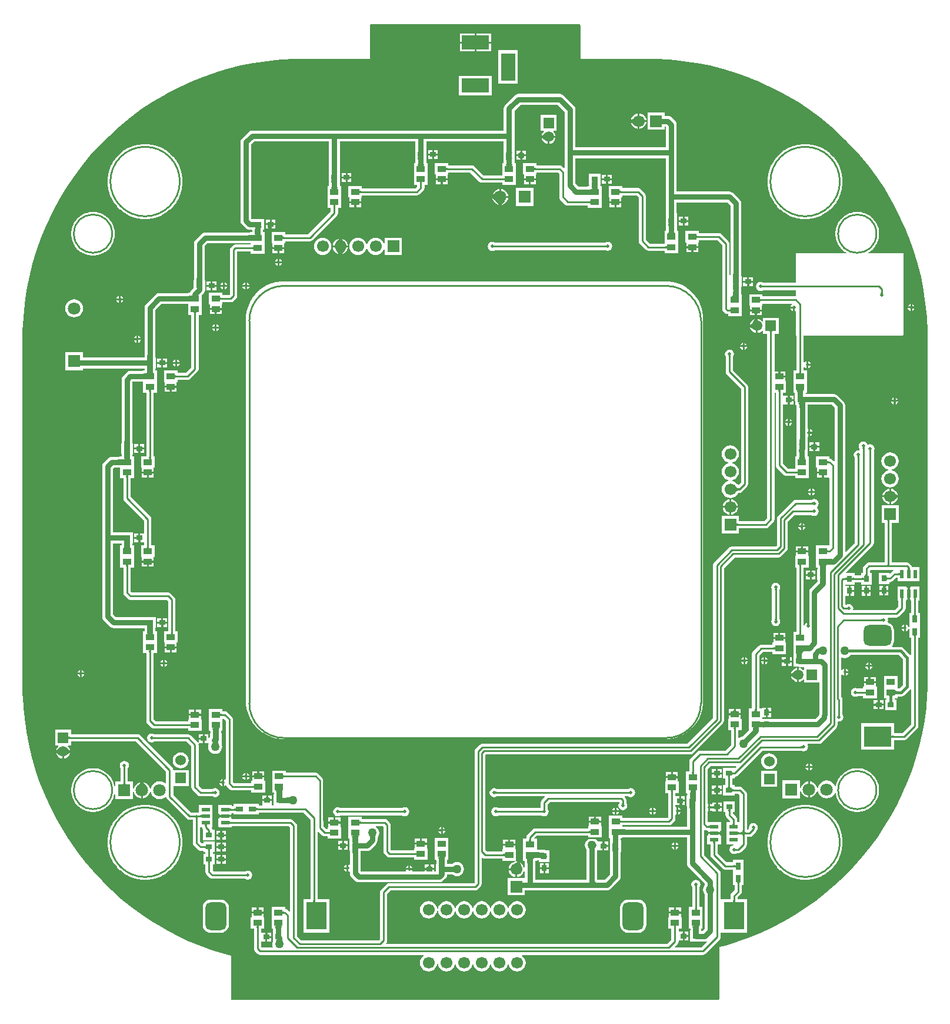
<source format=gtl>
G04*
G04 #@! TF.GenerationSoftware,Altium Limited,Altium Designer,18.1.8 (232)*
G04*
G04 Layer_Physical_Order=1*
G04 Layer_Color=255*
%FSLAX25Y25*%
%MOIN*%
G70*
G01*
G75*
%ADD10C,0.01000*%
%ADD15R,0.04724X0.03543*%
%ADD16R,0.03500X0.03000*%
%ADD17R,0.03000X0.03500*%
%ADD18R,0.03150X0.04000*%
%ADD19R,0.04724X0.01968*%
%ADD20R,0.04000X0.03150*%
%ADD21R,0.01968X0.04724*%
%ADD48C,0.03000*%
%ADD49C,0.01500*%
%ADD50R,0.07087X0.07087*%
%ADD51C,0.07087*%
%ADD52C,0.06693*%
%ADD53R,0.06693X0.06693*%
%ADD54R,0.07087X0.07087*%
%ADD55C,0.07087*%
%ADD56C,0.05906*%
%ADD57R,0.05906X0.05906*%
%ADD58R,0.15748X0.11811*%
G04:AMPARAMS|DCode=59|XSize=118.11mil|YSize=157.48mil|CornerRadius=29.53mil|HoleSize=0mil|Usage=FLASHONLY|Rotation=270.000|XOffset=0mil|YOffset=0mil|HoleType=Round|Shape=RoundedRectangle|*
%AMROUNDEDRECTD59*
21,1,0.11811,0.09843,0,0,270.0*
21,1,0.05906,0.15748,0,0,270.0*
1,1,0.05906,-0.04921,-0.02953*
1,1,0.05906,-0.04921,0.02953*
1,1,0.05906,0.04921,0.02953*
1,1,0.05906,0.04921,-0.02953*
%
%ADD59ROUNDEDRECTD59*%
%ADD60R,0.11811X0.15748*%
G04:AMPARAMS|DCode=61|XSize=118.11mil|YSize=157.48mil|CornerRadius=29.53mil|HoleSize=0mil|Usage=FLASHONLY|Rotation=0.000|XOffset=0mil|YOffset=0mil|HoleType=Round|Shape=RoundedRectangle|*
%AMROUNDEDRECTD61*
21,1,0.11811,0.09843,0,0,0.0*
21,1,0.05906,0.15748,0,0,0.0*
1,1,0.05906,0.02953,-0.04921*
1,1,0.05906,-0.02953,-0.04921*
1,1,0.05906,-0.02953,0.04921*
1,1,0.05906,0.02953,0.04921*
%
%ADD61ROUNDEDRECTD61*%
%ADD62C,0.06000*%
%ADD63R,0.06000X0.06000*%
%ADD64R,0.06693X0.06693*%
%ADD65R,0.05906X0.05906*%
%ADD66R,0.07087X0.07087*%
%ADD67R,0.07874X0.15748*%
%ADD68R,0.15748X0.07874*%
%ADD69C,0.02000*%
%ADD70C,0.05000*%
G36*
X197134Y551606D02*
X197275Y551465D01*
X197352Y551281D01*
Y531997D01*
X236221D01*
X240099Y531998D01*
X247846Y531617D01*
X255565Y530857D01*
X263238Y529719D01*
X270845Y528205D01*
X278369Y526321D01*
X285791Y524069D01*
X293094Y521456D01*
X300260Y518488D01*
X307272Y515171D01*
X314113Y511515D01*
X320766Y507527D01*
X327215Y503218D01*
X333445Y498598D01*
X339441Y493677D01*
X345188Y488468D01*
X350673Y482983D01*
X355882Y477236D01*
X360802Y471240D01*
X365423Y465010D01*
X369732Y458561D01*
X373720Y451908D01*
X377376Y445068D01*
X380693Y438056D01*
X383661Y430890D01*
X386274Y423587D01*
X388525Y416164D01*
X390410Y408640D01*
X391923Y401033D01*
X393061Y393360D01*
X393822Y385641D01*
X394202Y377894D01*
Y374016D01*
X394202Y175362D01*
X394202Y175357D01*
X394202Y175351D01*
X394202Y175346D01*
X394047Y171753D01*
X393410Y164595D01*
X392450Y157473D01*
X391166Y150403D01*
X389562Y143397D01*
X387641Y136473D01*
X385408Y129642D01*
X382866Y122920D01*
X380021Y116321D01*
X376879Y109858D01*
X373447Y103544D01*
X369731Y97393D01*
X365739Y91417D01*
X361480Y85629D01*
X356962Y80041D01*
X352194Y74664D01*
X347187Y69509D01*
X341951Y64587D01*
X336496Y59908D01*
X330835Y55482D01*
X324978Y51318D01*
X318937Y47425D01*
X312726Y43810D01*
X306357Y40481D01*
X299843Y37446D01*
X293198Y34710D01*
X286436Y32278D01*
X279570Y30157D01*
X276092Y29253D01*
Y-100D01*
X276016Y-284D01*
X275875Y-425D01*
X275690Y-501D01*
X-100D01*
X-284Y-425D01*
X-425Y-284D01*
X-501Y-100D01*
X-501Y24298D01*
X-4094Y25235D01*
X-11182Y27444D01*
X-18159Y29983D01*
X-25008Y32848D01*
X-31716Y36031D01*
X-38267Y39526D01*
X-44646Y43325D01*
X-50840Y47418D01*
X-56834Y51799D01*
X-62617Y56456D01*
X-68174Y61380D01*
X-73494Y66559D01*
X-78564Y71982D01*
X-83375Y77638D01*
X-87914Y83513D01*
X-92172Y89595D01*
X-96140Y95870D01*
X-99809Y102325D01*
X-103171Y108945D01*
X-106218Y115715D01*
X-108944Y122622D01*
X-111342Y129648D01*
X-113408Y136779D01*
X-115136Y144000D01*
X-116523Y151294D01*
X-117566Y158645D01*
X-118263Y166037D01*
X-118612Y173453D01*
Y177165D01*
Y374016D01*
Y377894D01*
X-118231Y385641D01*
X-117471Y393360D01*
X-116333Y401033D01*
X-114820Y408640D01*
X-112935Y416164D01*
X-110683Y423587D01*
X-108070Y430890D01*
X-105102Y438056D01*
X-101786Y445068D01*
X-98129Y451908D01*
X-94142Y458561D01*
X-89832Y465010D01*
X-85212Y471240D01*
X-80291Y477236D01*
X-75082Y482983D01*
X-69598Y488468D01*
X-63850Y493677D01*
X-57855Y498598D01*
X-51625Y503218D01*
X-45175Y507527D01*
X-38522Y511515D01*
X-31682Y515171D01*
X-24670Y518488D01*
X-17504Y521456D01*
X-10201Y524069D01*
X-2778Y526321D01*
X4746Y528205D01*
X12353Y529719D01*
X20026Y530857D01*
X27745Y531617D01*
X35492Y531998D01*
X39371D01*
X39371Y531997D01*
X39373D01*
X39373Y531997D01*
X39373Y531997D01*
X78239D01*
Y551281D01*
X78315Y551465D01*
X78456Y551606D01*
X78640Y551683D01*
X196950D01*
X197134Y551606D01*
D02*
G37*
%LPC*%
G36*
X146818Y546211D02*
X138444D01*
Y541774D01*
X145794D01*
Y542274D01*
X145804Y542179D01*
X145834Y542094D01*
X145885Y542019D01*
X145956Y541954D01*
X146047Y541899D01*
X146158Y541854D01*
X146290Y541819D01*
X146441Y541794D01*
X146613Y541779D01*
X146806Y541774D01*
Y541774D01*
X146818D01*
Y546211D01*
D02*
G37*
G36*
X137444D02*
X129070D01*
Y541774D01*
X137444D01*
Y546211D01*
D02*
G37*
G36*
X146818Y540774D02*
X146805D01*
X146613Y540769D01*
X146441Y540754D01*
X146290Y540729D01*
X146158Y540694D01*
X146047Y540649D01*
X145956Y540594D01*
X145885Y540529D01*
X145834Y540454D01*
X145804Y540369D01*
X145794Y540274D01*
Y540774D01*
X138444D01*
Y536337D01*
X146818D01*
Y540774D01*
D02*
G37*
G36*
X137444D02*
X129070D01*
Y536337D01*
X137444D01*
Y540774D01*
D02*
G37*
G36*
X161885Y536869D02*
X151011D01*
Y518121D01*
X161885D01*
Y536869D01*
D02*
G37*
G36*
X147318Y522302D02*
X128570D01*
Y511428D01*
X147318D01*
Y522302D01*
D02*
G37*
G36*
X231022Y501104D02*
Y497286D01*
X234840D01*
X234757Y497921D01*
X234319Y498978D01*
X233622Y499886D01*
X232714Y500583D01*
X231657Y501021D01*
X231022Y501104D01*
D02*
G37*
G36*
X230022Y501104D02*
X229388Y501021D01*
X228330Y500583D01*
X227422Y499886D01*
X226726Y498978D01*
X226288Y497921D01*
X226246Y497600D01*
X226498Y497747D01*
X226797Y497949D01*
X227111Y498189D01*
X227778Y498778D01*
X228133Y499128D01*
Y497286D01*
X230022D01*
Y501104D01*
D02*
G37*
G36*
Y496286D02*
X228133D01*
Y494444D01*
X227778Y494794D01*
X227111Y495383D01*
X226797Y495623D01*
X226498Y495825D01*
X226246Y495972D01*
X226288Y495651D01*
X226726Y494594D01*
X227422Y493686D01*
X228330Y492989D01*
X229388Y492552D01*
X230022Y492468D01*
Y496286D01*
D02*
G37*
G36*
X234840D02*
X231022D01*
Y492468D01*
X231657Y492552D01*
X232714Y492989D01*
X233622Y493686D01*
X234319Y494594D01*
X234757Y495651D01*
X234840Y496286D01*
D02*
G37*
G36*
X183896Y500254D02*
X174991D01*
Y491349D01*
X176631D01*
X176792Y490876D01*
X176625Y490747D01*
X175991Y489921D01*
X175593Y488960D01*
X175548Y488623D01*
X175671Y488679D01*
X175924Y488820D01*
X176186Y488992D01*
X176458Y489195D01*
X177033Y489697D01*
X177335Y489995D01*
Y488428D01*
X179444D01*
X183365D01*
X183295Y488960D01*
X182896Y489921D01*
X182263Y490747D01*
X182095Y490876D01*
X182256Y491349D01*
X183896D01*
Y500254D01*
D02*
G37*
G36*
X178944Y487428D02*
X177335D01*
Y485861D01*
X177033Y486159D01*
X176458Y486660D01*
X176186Y486864D01*
X175924Y487036D01*
X175671Y487177D01*
X175548Y487233D01*
X175593Y486896D01*
X175991Y485934D01*
X176625Y485109D01*
X177450Y484475D01*
X178412Y484077D01*
X178944Y484007D01*
Y487428D01*
D02*
G37*
G36*
X183365D02*
X179944D01*
Y484007D01*
X180475Y484077D01*
X181437Y484475D01*
X182263Y485109D01*
X182896Y485934D01*
X183295Y486896D01*
X183365Y487428D01*
D02*
G37*
G36*
X326093Y483813D02*
X323513D01*
X323414Y483793D01*
X323313Y483800D01*
X320755Y483463D01*
X320659Y483430D01*
X320559Y483424D01*
X318066Y482756D01*
X317976Y482711D01*
X317877Y482692D01*
X315493Y481704D01*
X315409Y481648D01*
X315313Y481616D01*
X313079Y480326D01*
X313003Y480259D01*
X312912Y480214D01*
X310865Y478644D01*
X310799Y478568D01*
X310715Y478512D01*
X308890Y476687D01*
X308834Y476603D01*
X308758Y476537D01*
X307187Y474489D01*
X307142Y474399D01*
X307076Y474323D01*
X305786Y472088D01*
X305753Y471993D01*
X305697Y471909D01*
X304710Y469525D01*
X304690Y469426D01*
X304645Y469335D01*
X303978Y466843D01*
X303971Y466742D01*
X303939Y466647D01*
X303602Y464088D01*
X303608Y463988D01*
X303589Y463889D01*
Y461308D01*
X303608Y461209D01*
X303602Y461109D01*
X303939Y458550D01*
X303971Y458455D01*
X303978Y458354D01*
X304645Y455861D01*
X304690Y455771D01*
X304710Y455672D01*
X305697Y453288D01*
X305753Y453204D01*
X305786Y453109D01*
X307076Y450874D01*
X307142Y450798D01*
X307187Y450707D01*
X308758Y448660D01*
X308834Y448594D01*
X308890Y448510D01*
X310715Y446685D01*
X310799Y446629D01*
X310865Y446553D01*
X312912Y444982D01*
X313003Y444938D01*
X313079Y444871D01*
X315313Y443581D01*
X315409Y443549D01*
X315493Y443493D01*
X317877Y442505D01*
X317976Y442485D01*
X318066Y442441D01*
X320559Y441773D01*
X320659Y441766D01*
X320755Y441734D01*
X323313Y441397D01*
X323414Y441404D01*
X323513Y441384D01*
X326093D01*
X326192Y441404D01*
X326293Y441397D01*
X328851Y441734D01*
X328947Y441766D01*
X329048Y441773D01*
X331540Y442441D01*
X331631Y442485D01*
X331730Y442505D01*
X334114Y443493D01*
X334197Y443549D01*
X334293Y443581D01*
X336528Y444871D01*
X336603Y444938D01*
X336694Y444982D01*
X338741Y446553D01*
X338808Y446629D01*
X338892Y446685D01*
X340716Y448510D01*
X340772Y448594D01*
X340848Y448660D01*
X342419Y450707D01*
X342464Y450798D01*
X342530Y450874D01*
X343821Y453109D01*
X343853Y453204D01*
X343909Y453288D01*
X344897Y455672D01*
X344916Y455771D01*
X344961Y455861D01*
X345629Y458354D01*
X345635Y458455D01*
X345668Y458550D01*
X346005Y461109D01*
X345998Y461209D01*
X346018Y461308D01*
Y463889D01*
X345998Y463988D01*
X346005Y464088D01*
X345668Y466647D01*
X345635Y466742D01*
X345629Y466843D01*
X344961Y469335D01*
X344916Y469426D01*
X344897Y469525D01*
X343909Y471909D01*
X343853Y471993D01*
X343821Y472088D01*
X342530Y474323D01*
X342464Y474399D01*
X342419Y474489D01*
X340848Y476537D01*
X340772Y476603D01*
X340716Y476687D01*
X338892Y478512D01*
X338808Y478568D01*
X338741Y478644D01*
X336694Y480214D01*
X336604Y480259D01*
X336528Y480326D01*
X334293Y481616D01*
X334197Y481648D01*
X334114Y481704D01*
X331730Y482692D01*
X331631Y482711D01*
X331540Y482756D01*
X329048Y483424D01*
X328947Y483430D01*
X328851Y483463D01*
X326293Y483800D01*
X326192Y483793D01*
X326093Y483813D01*
D02*
G37*
G36*
X-47922D02*
X-50503D01*
X-50602Y483793D01*
X-50702Y483800D01*
X-53261Y483463D01*
X-53356Y483430D01*
X-53457Y483424D01*
X-55950Y482756D01*
X-56040Y482711D01*
X-56139Y482692D01*
X-58523Y481704D01*
X-58607Y481648D01*
X-58702Y481616D01*
X-60937Y480326D01*
X-61013Y480259D01*
X-61103Y480214D01*
X-63151Y478644D01*
X-63217Y478568D01*
X-63301Y478512D01*
X-65126Y476687D01*
X-65182Y476603D01*
X-65258Y476537D01*
X-66829Y474489D01*
X-66873Y474399D01*
X-66940Y474323D01*
X-68230Y472088D01*
X-68262Y471993D01*
X-68318Y471909D01*
X-69306Y469525D01*
X-69326Y469426D01*
X-69370Y469335D01*
X-70038Y466843D01*
X-70045Y466742D01*
X-70077Y466647D01*
X-70414Y464088D01*
X-70407Y463988D01*
X-70427Y463889D01*
Y461308D01*
X-70407Y461209D01*
X-70414Y461109D01*
X-70077Y458550D01*
X-70045Y458455D01*
X-70038Y458354D01*
X-69370Y455861D01*
X-69326Y455771D01*
X-69306Y455672D01*
X-68318Y453288D01*
X-68262Y453204D01*
X-68230Y453109D01*
X-66940Y450874D01*
X-66873Y450798D01*
X-66829Y450707D01*
X-65258Y448660D01*
X-65182Y448594D01*
X-65126Y448510D01*
X-63301Y446685D01*
X-63217Y446629D01*
X-63151Y446553D01*
X-61103Y444982D01*
X-61013Y444938D01*
X-60937Y444871D01*
X-58702Y443581D01*
X-58607Y443549D01*
X-58523Y443493D01*
X-56139Y442505D01*
X-56040Y442485D01*
X-55950Y442441D01*
X-53457Y441773D01*
X-53356Y441766D01*
X-53261Y441734D01*
X-50702Y441397D01*
X-50602Y441404D01*
X-50503Y441384D01*
X-47922D01*
X-47823Y441404D01*
X-47723Y441397D01*
X-45164Y441734D01*
X-45069Y441766D01*
X-44968Y441773D01*
X-42476Y442441D01*
X-42385Y442485D01*
X-42286Y442505D01*
X-39902Y443493D01*
X-39818Y443549D01*
X-39723Y443581D01*
X-37488Y444871D01*
X-37412Y444938D01*
X-37322Y444982D01*
X-35274Y446553D01*
X-35208Y446629D01*
X-35124Y446685D01*
X-33299Y448510D01*
X-33243Y448594D01*
X-33167Y448660D01*
X-31597Y450707D01*
X-31552Y450798D01*
X-31486Y450874D01*
X-30195Y453109D01*
X-30163Y453204D01*
X-30107Y453288D01*
X-29119Y455672D01*
X-29100Y455771D01*
X-29055Y455861D01*
X-28387Y458354D01*
X-28381Y458455D01*
X-28348Y458550D01*
X-28011Y461109D01*
X-28018Y461209D01*
X-27998Y461308D01*
Y463889D01*
X-28018Y463988D01*
X-28011Y464088D01*
X-28348Y466647D01*
X-28381Y466742D01*
X-28387Y466843D01*
X-29055Y469335D01*
X-29100Y469426D01*
X-29119Y469525D01*
X-30107Y471909D01*
X-30163Y471993D01*
X-30195Y472088D01*
X-31486Y474323D01*
X-31552Y474399D01*
X-31597Y474489D01*
X-33167Y476537D01*
X-33243Y476603D01*
X-33299Y476687D01*
X-35124Y478512D01*
X-35208Y478568D01*
X-35274Y478644D01*
X-37322Y480214D01*
X-37412Y480259D01*
X-37488Y480326D01*
X-39723Y481616D01*
X-39818Y481648D01*
X-39902Y481704D01*
X-42286Y482692D01*
X-42385Y482711D01*
X-42476Y482756D01*
X-44968Y483424D01*
X-45069Y483430D01*
X-45164Y483463D01*
X-47723Y483800D01*
X-47823Y483793D01*
X-47922Y483813D01*
D02*
G37*
G36*
X116694Y480365D02*
X114444D01*
Y478365D01*
X116694D01*
Y480365D01*
D02*
G37*
G36*
X113444D02*
X111194D01*
Y478365D01*
X113444D01*
Y480365D01*
D02*
G37*
G36*
X166694Y479865D02*
X164444D01*
Y479853D01*
D01*
X164449Y479663D01*
X164464Y479493D01*
X164489Y479343D01*
X164524Y479213D01*
X164569Y479103D01*
X164624Y479013D01*
X164689Y478943D01*
X164764Y478893D01*
X164849Y478863D01*
X164944Y478853D01*
X164444D01*
Y477865D01*
X166694D01*
Y479865D01*
D02*
G37*
G36*
X163444D02*
X161194D01*
Y477865D01*
X163444D01*
Y478853D01*
X162944D01*
X163039Y478863D01*
X163124Y478893D01*
X163199Y478943D01*
X163264Y479013D01*
X163319Y479103D01*
X163364Y479213D01*
X163399Y479343D01*
X163424Y479493D01*
X163439Y479663D01*
X163444Y479853D01*
Y479865D01*
D02*
G37*
G36*
X116694Y477365D02*
X114444D01*
Y476389D01*
X114944D01*
X114849Y476379D01*
X114764Y476348D01*
X114689Y476298D01*
X114624Y476227D01*
X114569Y476136D01*
X114524Y476024D01*
X114489Y475893D01*
X114464Y475741D01*
X114449Y475569D01*
X114444Y475377D01*
Y475365D01*
X116694D01*
Y477365D01*
D02*
G37*
G36*
X113444D02*
X111194D01*
Y475365D01*
X113444D01*
Y475377D01*
D01*
X113439Y475569D01*
X113424Y475741D01*
X113399Y475893D01*
X113364Y476024D01*
X113319Y476136D01*
X113264Y476227D01*
X113199Y476298D01*
X113124Y476348D01*
X113039Y476379D01*
X112944Y476389D01*
X113444D01*
Y477365D01*
D02*
G37*
G36*
X166694Y476865D02*
X164444D01*
Y475889D01*
X164944D01*
X164849Y475879D01*
X164764Y475848D01*
X164689Y475798D01*
X164624Y475727D01*
X164569Y475636D01*
X164524Y475524D01*
X164489Y475393D01*
X164464Y475241D01*
X164449Y475069D01*
X164444Y474877D01*
Y474865D01*
X166694D01*
Y476865D01*
D02*
G37*
G36*
X163444D02*
X161194D01*
Y474865D01*
X163444D01*
Y474877D01*
D01*
X163439Y475069D01*
X163424Y475241D01*
X163399Y475393D01*
X163364Y475524D01*
X163319Y475636D01*
X163264Y475727D01*
X163199Y475798D01*
X163124Y475848D01*
X163039Y475879D01*
X162944Y475889D01*
X163444D01*
Y476865D01*
D02*
G37*
G36*
X67694Y467365D02*
X65444D01*
Y465365D01*
X67694D01*
Y467365D01*
D02*
G37*
G36*
X64444D02*
X62194D01*
Y465365D01*
X64444D01*
Y467365D01*
D02*
G37*
G36*
X215194Y466412D02*
X212944D01*
Y464412D01*
X215194D01*
Y466412D01*
D02*
G37*
G36*
X211944D02*
X209694D01*
Y464412D01*
X211944D01*
Y466412D01*
D02*
G37*
G36*
X172211Y463412D02*
X172199D01*
D01*
X172007Y463407D01*
X171835Y463392D01*
X171683Y463367D01*
X171552Y463332D01*
X171440Y463287D01*
X171349Y463232D01*
X171278Y463167D01*
X171228Y463092D01*
X171197Y463007D01*
X171187Y462912D01*
Y463412D01*
X169349D01*
Y461140D01*
X172211D01*
Y463412D01*
D02*
G37*
G36*
X168349D02*
X166511D01*
Y462912D01*
X166501Y463007D01*
X166471Y463092D01*
X166420Y463167D01*
X166349Y463232D01*
X166258Y463287D01*
X166147Y463332D01*
X166015Y463367D01*
X165863Y463392D01*
X165691Y463407D01*
X165499Y463412D01*
X165487D01*
Y461140D01*
X168349D01*
Y463412D01*
D02*
G37*
G36*
X122211D02*
X122199D01*
D01*
X122007Y463407D01*
X121835Y463392D01*
X121683Y463367D01*
X121552Y463332D01*
X121440Y463287D01*
X121349Y463232D01*
X121278Y463167D01*
X121228Y463092D01*
X121197Y463007D01*
X121187Y462912D01*
Y463412D01*
X119349D01*
Y462164D01*
X119849D01*
X119754Y462154D01*
X119669Y462124D01*
X119594Y462073D01*
X119529Y462002D01*
X119474Y461911D01*
X119429Y461800D01*
X119394Y461668D01*
X119369Y461516D01*
X119354Y461344D01*
X119349Y461154D01*
Y461140D01*
X122211D01*
Y463412D01*
D02*
G37*
G36*
X118349D02*
X116511D01*
Y462912D01*
X116501Y463007D01*
X116471Y463092D01*
X116420Y463167D01*
X116349Y463232D01*
X116258Y463287D01*
X116147Y463332D01*
X116015Y463367D01*
X115863Y463392D01*
X115691Y463407D01*
X115499Y463412D01*
X115487D01*
Y461140D01*
X118349D01*
Y461152D01*
X118349D01*
X118344Y461344D01*
X118329Y461516D01*
X118304Y461668D01*
X118269Y461800D01*
X118224Y461911D01*
X118169Y462002D01*
X118104Y462073D01*
X118029Y462124D01*
X117944Y462154D01*
X117849Y462164D01*
X118349D01*
Y463412D01*
D02*
G37*
G36*
X67694Y464365D02*
X65444D01*
Y463389D01*
X65944D01*
X65849Y463379D01*
X65764Y463348D01*
X65689Y463298D01*
X65624Y463227D01*
X65569Y463136D01*
X65524Y463024D01*
X65489Y462893D01*
X65464Y462741D01*
X65449Y462569D01*
X65444Y462377D01*
Y462365D01*
X67694D01*
Y464365D01*
D02*
G37*
G36*
X64444D02*
X62194D01*
Y462365D01*
X64444D01*
Y462377D01*
D01*
X64439Y462569D01*
X64424Y462741D01*
X64399Y462893D01*
X64364Y463024D01*
X64319Y463136D01*
X64264Y463227D01*
X64199Y463298D01*
X64124Y463348D01*
X64039Y463379D01*
X63944Y463389D01*
X64444D01*
Y464365D01*
D02*
G37*
G36*
X215194Y463412D02*
X212944D01*
Y462436D01*
X213444D01*
X213349Y462426D01*
X213264Y462395D01*
X213189Y462345D01*
X213124Y462274D01*
X213069Y462183D01*
X213024Y462071D01*
X212989Y461940D01*
X212964Y461788D01*
X212949Y461616D01*
X212944Y461424D01*
Y461412D01*
X215194D01*
Y463412D01*
D02*
G37*
G36*
X211944D02*
X209694D01*
Y461412D01*
X211944D01*
Y461424D01*
D01*
X211939Y461616D01*
X211924Y461788D01*
X211899Y461940D01*
X211864Y462071D01*
X211819Y462183D01*
X211764Y462274D01*
X211699Y462345D01*
X211624Y462395D01*
X211539Y462426D01*
X211444Y462436D01*
X211944D01*
Y463412D01*
D02*
G37*
G36*
X152554Y458381D02*
Y454365D01*
X156571D01*
X156480Y455051D01*
X156023Y456156D01*
X155294Y457105D01*
X154345Y457833D01*
X153240Y458291D01*
X152554Y458381D01*
D02*
G37*
G36*
X151554Y458381D02*
X150868Y458291D01*
X149763Y457833D01*
X148814Y457105D01*
X148085Y456156D01*
X147702Y455232D01*
X147873Y455318D01*
X148602Y455753D01*
X149007Y456025D01*
X149899Y456677D01*
X149569Y454365D01*
X151554D01*
Y458381D01*
D02*
G37*
G36*
Y453365D02*
X149427D01*
X149199Y451766D01*
X148893Y452165D01*
X148298Y452837D01*
X148008Y453109D01*
X147724Y453340D01*
X147688Y453365D01*
X147537D01*
X147627Y452679D01*
X148085Y451574D01*
X148814Y450624D01*
X149763Y449896D01*
X150868Y449438D01*
X151170Y449399D01*
X151059Y449588D01*
X150841Y449906D01*
X150584Y450240D01*
X149950Y450954D01*
X149574Y451334D01*
X151554D01*
Y453365D01*
D02*
G37*
G36*
X216849Y450420D02*
X215011D01*
Y449920D01*
X215001Y450015D01*
X214970Y450100D01*
X214920Y450175D01*
X214849Y450240D01*
X214758Y450295D01*
X214647Y450340D01*
X214515Y450375D01*
X214363Y450400D01*
X214191Y450415D01*
X213999Y450420D01*
Y450420D01*
X213987D01*
Y448149D01*
X216849D01*
Y448161D01*
X216849D01*
X216844Y448353D01*
X216829Y448525D01*
X216804Y448677D01*
X216769Y448808D01*
X216724Y448920D01*
X216669Y449011D01*
X216604Y449082D01*
X216529Y449132D01*
X216444Y449162D01*
X216349Y449173D01*
X216849D01*
Y450420D01*
D02*
G37*
G36*
X73211Y450412D02*
X73199D01*
D01*
X73007Y450407D01*
X72835Y450392D01*
X72683Y450367D01*
X72552Y450332D01*
X72440Y450287D01*
X72349Y450232D01*
X72278Y450167D01*
X72228Y450092D01*
X72198Y450007D01*
X72187Y449912D01*
Y450412D01*
X70349D01*
Y449164D01*
X70849D01*
X70754Y449154D01*
X70669Y449124D01*
X70594Y449073D01*
X70529Y449002D01*
X70474Y448911D01*
X70429Y448800D01*
X70394Y448668D01*
X70369Y448516D01*
X70354Y448344D01*
X70349Y448154D01*
Y448140D01*
X73211D01*
Y450412D01*
D02*
G37*
G36*
X69349D02*
X67511D01*
Y449912D01*
X67501Y450007D01*
X67471Y450092D01*
X67420Y450167D01*
X67349Y450232D01*
X67258Y450287D01*
X67147Y450332D01*
X67015Y450367D01*
X66863Y450392D01*
X66691Y450407D01*
X66499Y450412D01*
X66487D01*
Y448140D01*
X69349D01*
Y448152D01*
X69349D01*
X69344Y448344D01*
X69329Y448516D01*
X69304Y448668D01*
X69269Y448800D01*
X69224Y448911D01*
X69169Y449002D01*
X69104Y449073D01*
X69029Y449124D01*
X68944Y449154D01*
X68849Y449164D01*
X69349D01*
Y450412D01*
D02*
G37*
G36*
X156571Y453365D02*
X152554D01*
Y451334D01*
X154534D01*
X154158Y450954D01*
X153524Y450240D01*
X153267Y449906D01*
X153049Y449588D01*
X152937Y449399D01*
X153240Y449438D01*
X154345Y449896D01*
X155294Y450624D01*
X156023Y451574D01*
X156480Y452679D01*
X156571Y453365D01*
D02*
G37*
G36*
X170877Y458908D02*
X160790D01*
Y448821D01*
X170877D01*
Y458908D01*
D02*
G37*
G36*
X220711Y450420D02*
X217849D01*
Y449173D01*
X218349D01*
X218254Y449162D01*
X218169Y449132D01*
X218094Y449082D01*
X218029Y449011D01*
X217974Y448920D01*
X217929Y448808D01*
X217894Y448677D01*
X217869Y448525D01*
X217854Y448353D01*
X217849Y448162D01*
Y448149D01*
X220711D01*
Y450420D01*
D02*
G37*
G36*
X355040Y445427D02*
X353621D01*
X353522Y445407D01*
X353421Y445414D01*
X352014Y445229D01*
X351919Y445196D01*
X351818Y445190D01*
X350447Y444822D01*
X350357Y444778D01*
X350258Y444758D01*
X348947Y444215D01*
X348863Y444159D01*
X348767Y444126D01*
X347538Y443417D01*
X347462Y443350D01*
X347372Y443306D01*
X346246Y442442D01*
X346179Y442366D01*
X346095Y442310D01*
X345092Y441306D01*
X345036Y441222D01*
X344960Y441156D01*
X344096Y440030D01*
X344051Y439939D01*
X343985Y439863D01*
X343275Y438634D01*
X343243Y438539D01*
X343187Y438455D01*
X342643Y437144D01*
X342624Y437045D01*
X342579Y436954D01*
X342212Y435583D01*
X342205Y435483D01*
X342173Y435387D01*
X341988Y433980D01*
X341994Y433879D01*
X341974Y433780D01*
Y432361D01*
X341994Y432262D01*
X341988Y432162D01*
X342173Y430755D01*
X342205Y430659D01*
X342212Y430558D01*
X342579Y429187D01*
X342624Y429097D01*
X342643Y428998D01*
X343187Y427687D01*
X343243Y427603D01*
X343275Y427507D01*
X343985Y426278D01*
X344051Y426202D01*
X344096Y426112D01*
X344960Y424986D01*
X345036Y424919D01*
X345092Y424835D01*
X346095Y423832D01*
X346179Y423776D01*
X346246Y423700D01*
X347372Y422836D01*
X347462Y422791D01*
X347538Y422725D01*
X348162Y422365D01*
X348028Y421865D01*
X319444D01*
X319503Y405600D01*
X319150Y405246D01*
X300892D01*
X300419Y405561D01*
X299444Y405756D01*
X298468Y405561D01*
X297641Y405009D01*
X297089Y404182D01*
X296895Y403206D01*
X297089Y402231D01*
X297641Y401404D01*
X298468Y400851D01*
X299444Y400658D01*
X300419Y400851D01*
X300892Y401167D01*
X319520D01*
X319532Y397930D01*
X319179Y397576D01*
X300711D01*
Y398808D01*
X292987D01*
Y392265D01*
X293487D01*
Y390130D01*
X293678D01*
Y390130D01*
X293836Y390134D01*
X294103Y390159D01*
X294211Y390182D01*
X294303Y390211D01*
X294378Y390246D01*
X294436Y390288D01*
X294478Y390336D01*
X294503Y390390D01*
X294511Y390451D01*
Y390130D01*
X296849D01*
X299187D01*
Y390630D01*
X299198Y390535D01*
X299228Y390450D01*
X299278Y390375D01*
X299349Y390310D01*
X299440Y390255D01*
X299552Y390210D01*
X299683Y390175D01*
X299835Y390150D01*
X300007Y390135D01*
X300199Y390130D01*
Y390130D01*
X300211D01*
Y392265D01*
X300711D01*
Y393497D01*
X317303D01*
X317455Y392997D01*
X317020Y392707D01*
X316578Y392045D01*
X316522Y391765D01*
X316996D01*
X317104Y391767D01*
X317297Y391783D01*
X317383Y391797D01*
X317462Y391815D01*
X317533Y391837D01*
X317598Y391863D01*
X317655Y391893D01*
X317705Y391927D01*
X317748Y391965D01*
Y391765D01*
X318462D01*
Y391265D01*
X318962D01*
Y389325D01*
X319063Y389345D01*
X319564Y389040D01*
X319615Y375365D01*
X319944D01*
Y355589D01*
X318121D01*
Y349046D01*
Y344740D01*
X318104Y344652D01*
X318121Y344565D01*
Y343140D01*
X318866D01*
X318886Y343012D01*
X318946Y342157D01*
X318954Y341629D01*
X318958Y341614D01*
Y339225D01*
X319061Y338442D01*
X319094Y338362D01*
Y337464D01*
X319076Y337377D01*
X319094Y337289D01*
Y335865D01*
X319956D01*
X319984Y335711D01*
X320053Y334871D01*
X320061Y334350D01*
X320065Y334335D01*
Y316876D01*
X320061Y316859D01*
X320059Y316306D01*
X320034Y315365D01*
X319841D01*
Y313940D01*
X319823Y313853D01*
X319841Y313765D01*
Y310964D01*
X319823Y310877D01*
X319835Y310816D01*
X319828Y310754D01*
X319841Y310710D01*
Y309365D01*
X319947D01*
X320004Y308448D01*
X319977Y307593D01*
X319943Y307235D01*
X319921Y307089D01*
X319176D01*
Y305665D01*
X319159Y305577D01*
X319176Y305490D01*
Y299951D01*
X315241D01*
X312212Y302981D01*
Y336321D01*
X312694Y336365D01*
X312712Y336365D01*
X314944D01*
Y336377D01*
X314939Y336567D01*
X314924Y336737D01*
X314899Y336887D01*
X314864Y337017D01*
X314819Y337127D01*
X314764Y337217D01*
X314699Y337287D01*
X314624Y337337D01*
X314539Y337367D01*
X314444Y337377D01*
X314944D01*
Y338865D01*
Y340341D01*
X314444D01*
X314539Y340351D01*
X314624Y340381D01*
X314699Y340432D01*
X314764Y340503D01*
X314819Y340594D01*
X314864Y340705D01*
X314899Y340837D01*
X314924Y340988D01*
X314939Y341160D01*
X314944Y341353D01*
Y341365D01*
X312712D01*
X312694Y341365D01*
X312212Y341408D01*
Y343140D01*
X314035D01*
Y349683D01*
X313535D01*
Y351818D01*
X313523D01*
X313330Y351813D01*
X313158Y351798D01*
X313007Y351773D01*
X312875Y351738D01*
X312764Y351693D01*
X312673Y351638D01*
X312602Y351573D01*
X312551Y351498D01*
X312521Y351413D01*
X312511Y351318D01*
Y351818D01*
X310173D01*
Y352318D01*
X309672D01*
Y354065D01*
X309173D01*
X309267Y354076D01*
X309352Y354106D01*
X309427Y354156D01*
X309492Y354227D01*
X309547Y354318D01*
X309593Y354430D01*
X309628Y354561D01*
X309652Y354713D01*
X309667Y354885D01*
X309672Y355077D01*
Y355089D01*
X307420D01*
Y376412D01*
X309833D01*
Y385317D01*
X300928D01*
Y383677D01*
X300454Y383516D01*
X300326Y383684D01*
X299500Y384317D01*
X298538Y384716D01*
X298007Y384786D01*
Y384192D01*
X298184Y384018D01*
X298439Y383804D01*
X298729Y383591D01*
X299052Y383381D01*
X298007Y383142D01*
Y380865D01*
Y376944D01*
X298538Y377014D01*
X299500Y377412D01*
X300326Y378046D01*
X300454Y378213D01*
X300928Y378053D01*
Y376412D01*
X303342D01*
Y272146D01*
X301599Y270404D01*
X287290D01*
Y273211D01*
X277597D01*
Y263518D01*
X287290D01*
Y266326D01*
X302444D01*
X303224Y266481D01*
X303886Y266923D01*
X306823Y269860D01*
X307265Y270521D01*
X307420Y271302D01*
Y343140D01*
X308133D01*
Y302136D01*
X308289Y301356D01*
X308731Y300694D01*
X312955Y296470D01*
X313616Y296028D01*
X314397Y295873D01*
X319176D01*
Y294640D01*
X326900D01*
Y300546D01*
Y305490D01*
X326918Y305577D01*
X326900Y305665D01*
Y307089D01*
X326155D01*
X326136Y307217D01*
X326075Y308073D01*
X326073Y308202D01*
X326093Y309345D01*
X326094Y309365D01*
X326341D01*
Y310789D01*
X326358Y310877D01*
X326342Y310956D01*
X326350Y311037D01*
X326341Y311066D01*
Y313765D01*
X326358Y313853D01*
X326341Y313940D01*
Y315365D01*
X326185D01*
X326122Y316336D01*
X326120Y316859D01*
X326117Y316876D01*
Y318129D01*
X326500Y318442D01*
Y320500D01*
Y322558D01*
X326117Y322871D01*
Y334359D01*
X326120Y334377D01*
X326117Y334391D01*
X326120Y334406D01*
X326117Y334577D01*
Y336199D01*
X339855D01*
X341418Y334636D01*
Y304428D01*
X340956Y304236D01*
X339933Y305260D01*
X339271Y305702D01*
X338711Y305813D01*
Y307089D01*
X330987D01*
Y300546D01*
X331487D01*
Y298412D01*
X331499D01*
D01*
X331691Y298417D01*
X331863Y298432D01*
X332015Y298457D01*
X332147Y298492D01*
X332258Y298537D01*
X332349Y298592D01*
X332420Y298657D01*
X332470Y298732D01*
X332501Y298817D01*
X332511Y298912D01*
Y298412D01*
X334849D01*
Y297912D01*
X335349D01*
Y296164D01*
X335849D01*
X335754Y296154D01*
X335669Y296124D01*
X335594Y296073D01*
X335529Y296002D01*
X335474Y295911D01*
X335429Y295800D01*
X335394Y295668D01*
X335369Y295516D01*
X335354Y295344D01*
X335349Y295154D01*
Y295140D01*
X338211D01*
X338404Y294720D01*
Y256589D01*
X330987D01*
Y250046D01*
Y245740D01*
X330970Y245652D01*
X330987Y245565D01*
Y244140D01*
X331727D01*
X331746Y244014D01*
X331792Y243363D01*
X331594Y242865D01*
X331594D01*
Y241440D01*
X331576Y241353D01*
X331594Y241265D01*
Y238464D01*
X331576Y238377D01*
X331594Y238289D01*
Y236865D01*
X331749D01*
X331793Y236190D01*
X327851Y232248D01*
X327370Y231621D01*
X327068Y230892D01*
X326965Y230108D01*
Y213194D01*
X326944Y213177D01*
Y210865D01*
X325944D01*
Y212805D01*
X325663Y212749D01*
X325002Y212307D01*
X324560Y211645D01*
X324523Y211459D01*
X324023Y211508D01*
Y244140D01*
X326900D01*
Y250683D01*
X326400D01*
Y252818D01*
X326388D01*
X326196Y252813D01*
X326024Y252798D01*
X325872Y252773D01*
X325741Y252738D01*
X325629Y252693D01*
X325538Y252638D01*
X325467Y252573D01*
X325417Y252498D01*
X325387Y252413D01*
X325376Y252318D01*
Y252818D01*
X319676D01*
Y250683D01*
X319176D01*
Y244140D01*
X319944D01*
Y207589D01*
X318121D01*
Y201046D01*
Y196739D01*
X318104Y196652D01*
X318121Y196565D01*
Y196475D01*
X318119Y196436D01*
X318121Y196430D01*
Y195140D01*
X318257D01*
X318301Y194379D01*
X318287Y193865D01*
X318094D01*
Y192440D01*
X318076Y192353D01*
X318094Y192265D01*
Y187865D01*
X321147D01*
X321344Y187839D01*
X323688D01*
X324179Y187818D01*
Y186177D01*
X323706Y186016D01*
X323577Y186184D01*
X322751Y186818D01*
X321790Y187216D01*
X321258Y187286D01*
Y183365D01*
Y179444D01*
X321790Y179514D01*
X322751Y179912D01*
X323577Y180546D01*
X323706Y180713D01*
X324179Y180553D01*
Y178912D01*
X332737D01*
Y161098D01*
X332651Y160443D01*
Y160174D01*
X330700Y158224D01*
X307455D01*
X307438Y158227D01*
X306885Y158229D01*
X305944Y158254D01*
Y158448D01*
X304519D01*
X304432Y158465D01*
X304344Y158448D01*
X301543D01*
X301456Y158465D01*
X301368Y158448D01*
X300611D01*
Y159348D01*
X302444D01*
Y162098D01*
Y163824D01*
X301944D01*
X302039Y163834D01*
X302124Y163864D01*
X302199Y163915D01*
X302264Y163986D01*
X302319Y164077D01*
X302364Y164188D01*
X302399Y164320D01*
X302424Y164471D01*
X302439Y164643D01*
X302444Y164835D01*
Y164848D01*
X300444D01*
Y164377D01*
X298788D01*
Y194326D01*
X300835Y196373D01*
X306310D01*
Y195140D01*
X314035D01*
Y201683D01*
X313535D01*
Y203818D01*
X313491D01*
X313304Y203813D01*
X313138Y203799D01*
X312991Y203776D01*
X312863Y203743D01*
X312756Y203701D01*
X312667Y203649D01*
X312599Y203588D01*
X312550Y203518D01*
X312521Y203439D01*
X312511Y203350D01*
Y203818D01*
X306810D01*
Y201683D01*
X306310D01*
Y200451D01*
X299991D01*
X299210Y200296D01*
X298549Y199854D01*
X295307Y196612D01*
X294865Y195951D01*
X294710Y195170D01*
Y164377D01*
X292887D01*
Y157834D01*
Y152019D01*
X289312Y148444D01*
X288956Y148397D01*
X287983Y147994D01*
X287477Y147606D01*
X286977Y147853D01*
Y151928D01*
X288801D01*
Y158471D01*
X288300D01*
Y160605D01*
X282600D01*
Y160105D01*
X282590Y160200D01*
X282560Y160285D01*
X282509Y160360D01*
X282438Y160425D01*
X282347Y160480D01*
X282236Y160525D01*
X282104Y160560D01*
X281952Y160585D01*
X281780Y160600D01*
X281588Y160605D01*
X281576D01*
Y158471D01*
X281076D01*
Y151928D01*
X282899D01*
Y143704D01*
X279599Y140404D01*
X265111D01*
X264330Y140249D01*
X263669Y139807D01*
X263669Y139807D01*
X259697Y135835D01*
X259255Y135173D01*
X259100Y134393D01*
Y128767D01*
X257277D01*
Y122223D01*
Y117917D01*
X257259Y117829D01*
X257277Y117742D01*
Y116317D01*
X258022D01*
X258041Y116190D01*
X258085Y115569D01*
X257993Y115082D01*
X257594D01*
Y113759D01*
X257585Y113730D01*
X257592Y113650D01*
X257576Y113570D01*
X257594Y113483D01*
Y110682D01*
X257576Y110594D01*
X257594Y110507D01*
Y109082D01*
X257749D01*
X257812Y108112D01*
X257814Y107588D01*
X257818Y107571D01*
Y97435D01*
X222907D01*
X222890Y97438D01*
X221839Y97448D01*
X221388Y97469D01*
Y98276D01*
X247692D01*
X248473Y98431D01*
X249134Y98873D01*
X250770Y100509D01*
X251212Y101170D01*
X251367Y101951D01*
X251367Y101951D01*
Y104123D01*
X251867Y104440D01*
X251944Y104425D01*
Y106365D01*
Y108305D01*
X251867Y108289D01*
X251367Y108606D01*
Y109582D01*
X253444D01*
Y112082D01*
Y113558D01*
X252944D01*
X253039Y113568D01*
X253124Y113599D01*
X253199Y113649D01*
X253264Y113720D01*
X253319Y113811D01*
X253364Y113923D01*
X253399Y114054D01*
X253424Y114206D01*
X253439Y114378D01*
X253444Y114570D01*
Y114582D01*
X251367D01*
Y116317D01*
X253190D01*
Y122861D01*
X252690D01*
Y124995D01*
X252678D01*
X252486Y124990D01*
X252314Y124975D01*
X252162Y124950D01*
X252030Y124915D01*
X251919Y124870D01*
X251828Y124815D01*
X251757Y124750D01*
X251707Y124675D01*
X251676Y124590D01*
X251666Y124495D01*
Y124995D01*
X245966D01*
Y122861D01*
X245466D01*
Y116317D01*
X247289D01*
Y102795D01*
X246848Y102354D01*
X221388D01*
Y103586D01*
X213663D01*
Y97043D01*
Y91137D01*
X213930D01*
X214313Y90637D01*
X214312Y90306D01*
X214287Y89365D01*
X214094D01*
Y87940D01*
X214076Y87853D01*
X214094Y87765D01*
Y84964D01*
X214076Y84877D01*
X214094Y84789D01*
Y83365D01*
X214249D01*
X214312Y82394D01*
X214314Y81870D01*
X214318Y81853D01*
Y70518D01*
X211253Y67454D01*
X207026D01*
Y84124D01*
X207194Y84263D01*
X207694Y84028D01*
Y83865D01*
X209944D01*
Y86365D01*
Y87841D01*
X209444D01*
X209539Y87851D01*
X209624Y87881D01*
X209699Y87932D01*
X209764Y88003D01*
X209819Y88094D01*
X209864Y88205D01*
X209899Y88337D01*
X209924Y88488D01*
X209939Y88661D01*
X209944Y88853D01*
Y88865D01*
X207694D01*
X207340Y89218D01*
X206853Y89853D01*
X206017Y90494D01*
X205672Y90637D01*
X205771Y91137D01*
X209577D01*
Y97680D01*
X209077D01*
Y99815D01*
X209065D01*
X208872Y99810D01*
X208700Y99795D01*
X208549Y99770D01*
X208417Y99735D01*
X208306Y99690D01*
X208215Y99635D01*
X208144Y99570D01*
X208093Y99495D01*
X208063Y99410D01*
X208053Y99315D01*
Y99815D01*
X203376D01*
Y99315D01*
X203366Y99410D01*
X203336Y99495D01*
X203285Y99570D01*
X203214Y99635D01*
X203123Y99690D01*
X203012Y99735D01*
X202880Y99770D01*
X202729Y99795D01*
X202557Y99810D01*
X202364Y99815D01*
X202352D01*
Y97680D01*
X201852D01*
Y96448D01*
X171803D01*
X171023Y96293D01*
X170361Y95851D01*
X167439Y92929D01*
X166997Y92267D01*
X166842Y91487D01*
Y90552D01*
X165019D01*
Y84009D01*
Y79702D01*
X165001Y79615D01*
X165019Y79527D01*
Y78103D01*
X165764D01*
X165783Y77975D01*
X165844Y77119D01*
X165852Y76592D01*
X165855Y76577D01*
Y74502D01*
X165369Y74421D01*
X164931Y75478D01*
X164234Y76386D01*
X163326Y77083D01*
X163227Y77124D01*
X163405Y76617D01*
X164225Y74568D01*
X159914Y76402D01*
X160299Y76566D01*
X160644Y76742D01*
X160949Y76929D01*
X161213Y77126D01*
X161436Y77334D01*
X161619Y77554D01*
X161649Y77602D01*
X161134Y77670D01*
X161121Y77668D01*
X161072Y77675D01*
X160932Y78148D01*
X160932Y78453D01*
X160932Y78462D01*
Y84646D01*
X160432D01*
Y86781D01*
X160420D01*
X160228Y86776D01*
X160056Y86761D01*
X159904Y86736D01*
X159773Y86701D01*
X159661Y86656D01*
X159570Y86601D01*
X159499Y86536D01*
X159449Y86461D01*
X159418Y86376D01*
X159408Y86281D01*
Y86781D01*
X153708D01*
Y84646D01*
X153208D01*
Y83414D01*
X144279D01*
X143483Y84209D01*
Y138020D01*
X143788Y138326D01*
X259772D01*
X260552Y138481D01*
X261214Y138923D01*
X278185Y155894D01*
X278627Y156556D01*
X278783Y157336D01*
Y243820D01*
X284788Y249826D01*
X309772D01*
X310552Y249981D01*
X311214Y250423D01*
X314386Y253594D01*
X314828Y254256D01*
X314983Y255036D01*
Y270020D01*
X318788Y273826D01*
X328543D01*
X329015Y273510D01*
X329991Y273316D01*
X330966Y273510D01*
X331793Y274062D01*
X332346Y274889D01*
X332540Y275865D01*
X332346Y276840D01*
X331793Y277667D01*
X331474Y277881D01*
Y278380D01*
X331746Y278562D01*
X332299Y279389D01*
X332493Y280365D01*
X332299Y281340D01*
X331746Y282167D01*
X330919Y282720D01*
X329944Y282914D01*
X328968Y282720D01*
X328496Y282404D01*
X319444D01*
X319444Y282404D01*
X318663Y282249D01*
X318002Y281807D01*
X318002Y281807D01*
X309502Y273307D01*
X309060Y272645D01*
X308905Y271865D01*
Y256709D01*
X308099Y255904D01*
X283115D01*
X282335Y255749D01*
X281673Y255307D01*
X281673Y255307D01*
X273301Y246935D01*
X272859Y246273D01*
X272704Y245493D01*
Y159009D01*
X258099Y144404D01*
X141944D01*
X141163Y144249D01*
X140502Y143807D01*
X138002Y141307D01*
X137560Y140645D01*
X137405Y139865D01*
Y65709D01*
X137099Y65404D01*
X88944D01*
X88163Y65249D01*
X87502Y64807D01*
X84502Y61807D01*
X84060Y61145D01*
X83904Y60365D01*
Y33709D01*
X83099Y32904D01*
X39288D01*
X36983Y35209D01*
Y97865D01*
X36828Y98645D01*
X36386Y99307D01*
X34626Y101067D01*
X33964Y101508D01*
X33184Y101664D01*
X59D01*
Y102109D01*
X-441D01*
Y102865D01*
X-3803D01*
X-6153D01*
Y102392D01*
X-6163Y102482D01*
X-6193Y102562D01*
X-6243Y102633D01*
X-6313Y102695D01*
X-6403Y102747D01*
X-6513Y102789D01*
X-6643Y102822D01*
X-6793Y102846D01*
X-6963Y102860D01*
X-7153Y102865D01*
X-7165D01*
Y102109D01*
X-7665D01*
Y97140D01*
X-1647D01*
X-1622Y97132D01*
X-1537Y97140D01*
X-1453Y97123D01*
X-1366Y97140D01*
X59D01*
Y97585D01*
X32339D01*
X32904Y97020D01*
Y49495D01*
X32405Y49288D01*
X31433Y50260D01*
X30771Y50702D01*
X30125Y50830D01*
Y52089D01*
X22400D01*
Y45546D01*
Y41240D01*
X22383Y41152D01*
X22400Y41065D01*
Y39640D01*
X23216D01*
X23240Y39496D01*
X23306Y38651D01*
X23307Y38605D01*
X23287Y37865D01*
X23094D01*
Y36440D01*
X23076Y36353D01*
X23094Y36265D01*
Y33464D01*
X23076Y33377D01*
X23094Y33289D01*
Y32023D01*
X23047Y31909D01*
X22909Y30865D01*
X23047Y29820D01*
X23254Y29320D01*
X22976Y28904D01*
X16888D01*
X16491Y29302D01*
Y31949D01*
X16694Y32365D01*
X16991Y32365D01*
X18944D01*
Y34865D01*
Y36341D01*
X18444D01*
X18539Y36351D01*
X18624Y36381D01*
X18699Y36432D01*
X18764Y36503D01*
X18819Y36594D01*
X18864Y36705D01*
X18899Y36837D01*
X18924Y36988D01*
X18939Y37161D01*
X18944Y37353D01*
Y37365D01*
X16991D01*
X16694Y37365D01*
X16491Y37781D01*
Y39640D01*
X18314D01*
Y46183D01*
X17814D01*
Y48318D01*
X17802D01*
X17609Y48313D01*
X17437Y48298D01*
X17286Y48273D01*
X17154Y48238D01*
X17043Y48193D01*
X16952Y48138D01*
X16881Y48073D01*
X16830Y47998D01*
X16800Y47913D01*
X16790Y47818D01*
Y48318D01*
X11089D01*
Y46183D01*
X10589D01*
Y39640D01*
X12412D01*
Y28457D01*
X12568Y27676D01*
X13010Y27015D01*
X14602Y25423D01*
X15263Y24981D01*
X16044Y24826D01*
X108475D01*
X108644Y24326D01*
X107987Y23821D01*
X107210Y22809D01*
X106722Y21630D01*
X106555Y20365D01*
X106722Y19100D01*
X107210Y17921D01*
X107987Y16908D01*
X108999Y16131D01*
X110178Y15643D01*
X111444Y15476D01*
X112709Y15643D01*
X113888Y16131D01*
X114900Y16908D01*
X115677Y17921D01*
X116165Y19100D01*
X116231Y19597D01*
X116735D01*
X116801Y19100D01*
X117289Y17921D01*
X118066Y16908D01*
X119078Y16131D01*
X120257Y15643D01*
X121522Y15476D01*
X122787Y15643D01*
X123967Y16131D01*
X124979Y16908D01*
X125756Y17921D01*
X126244Y19100D01*
X126270Y19298D01*
X126775D01*
X126801Y19100D01*
X127289Y17921D01*
X128066Y16908D01*
X129078Y16131D01*
X130257Y15643D01*
X131522Y15476D01*
X132788Y15643D01*
X133967Y16131D01*
X134979Y16908D01*
X135756Y17921D01*
X136244Y19100D01*
X136270Y19298D01*
X136775D01*
X136801Y19100D01*
X137289Y17921D01*
X138066Y16908D01*
X139078Y16131D01*
X140257Y15643D01*
X141522Y15476D01*
X142788Y15643D01*
X143966Y16131D01*
X144979Y16908D01*
X145756Y17921D01*
X146244Y19100D01*
X146270Y19298D01*
X146774D01*
X146801Y19100D01*
X147289Y17921D01*
X148066Y16908D01*
X149078Y16131D01*
X150257Y15643D01*
X151522Y15476D01*
X152787Y15643D01*
X153966Y16131D01*
X154979Y16908D01*
X155756Y17921D01*
X156244Y19100D01*
X156270Y19298D01*
X156774D01*
X156801Y19100D01*
X157289Y17921D01*
X158066Y16908D01*
X159078Y16131D01*
X160257Y15643D01*
X161522Y15476D01*
X162787Y15643D01*
X163967Y16131D01*
X164979Y16908D01*
X165756Y17921D01*
X166244Y19100D01*
X166411Y20365D01*
X166244Y21630D01*
X165756Y22809D01*
X164979Y23821D01*
X164322Y24326D01*
X164491Y24826D01*
X266865D01*
X267645Y24981D01*
X268307Y25423D01*
X276450Y33566D01*
X276892Y34228D01*
X277047Y35008D01*
Y37500D01*
X291849D01*
Y56248D01*
X286483D01*
Y57325D01*
X288386Y59228D01*
X288828Y59889D01*
X288983Y60669D01*
Y64385D01*
X290019D01*
Y71385D01*
X290019D01*
Y71685D01*
X290019D01*
Y78685D01*
X283869D01*
Y77224D01*
X280260D01*
X275271Y82213D01*
Y87510D01*
X277094D01*
Y92478D01*
X276594D01*
Y93234D01*
X276581D01*
X276392Y93230D01*
X276222Y93215D01*
X276072Y93192D01*
X275942Y93159D01*
X275832Y93116D01*
X275742Y93064D01*
X275672Y93003D01*
X275622Y92932D01*
X275592Y92852D01*
X275582Y92762D01*
Y93234D01*
X273232D01*
X269869D01*
Y92478D01*
X269369D01*
Y87510D01*
X271192D01*
Y81369D01*
X271348Y80588D01*
X271790Y79927D01*
X277973Y73743D01*
X278635Y73301D01*
X279415Y73146D01*
X283869D01*
Y71685D01*
X283869D01*
Y71385D01*
X283869D01*
Y64385D01*
X284905D01*
Y61514D01*
X283002Y59611D01*
X282560Y58950D01*
X282404Y58169D01*
Y56248D01*
X277047D01*
Y70957D01*
X276892Y71738D01*
X276450Y72399D01*
X267450Y81399D01*
Y95463D01*
X267891Y95699D01*
X268054Y95591D01*
X268834Y95435D01*
X269369D01*
Y94990D01*
X269869D01*
Y94234D01*
X273232D01*
X275582D01*
Y94706D01*
X275592Y94617D01*
X275622Y94537D01*
X275672Y94466D01*
X275742Y94404D01*
X275832Y94352D01*
X275942Y94310D01*
X276072Y94277D01*
X276222Y94253D01*
X276392Y94239D01*
X276582Y94234D01*
Y94234D01*
X276594D01*
Y94990D01*
X277094D01*
Y99959D01*
X271076D01*
X271051Y99967D01*
X270965Y99959D01*
X270881Y99976D01*
X270794Y99959D01*
X269450D01*
Y106082D01*
X269944Y106433D01*
Y108379D01*
Y110325D01*
X269450Y110676D01*
Y130159D01*
X271117Y131826D01*
X285556D01*
X285748Y131364D01*
X285236Y130852D01*
X284893Y130534D01*
Y130534D01*
X284893Y130534D01*
X278393D01*
Y124534D01*
X279604D01*
Y121034D01*
X278393D01*
Y115034D01*
X284893D01*
Y115995D01*
X286899D01*
X287704Y115189D01*
Y99959D01*
X286294D01*
Y101522D01*
X286139Y102303D01*
X285697Y102964D01*
X283783Y104879D01*
Y105566D01*
X284993D01*
Y111566D01*
X278493D01*
Y105566D01*
X279704D01*
Y104034D01*
X279859Y103254D01*
X280301Y102592D01*
X282216Y100678D01*
Y99959D01*
X280393D01*
Y94990D01*
Y91250D01*
Y87510D01*
X284244D01*
X284254Y87509D01*
X284303Y87010D01*
X284219Y86993D01*
X283524Y86855D01*
X282698Y86302D01*
X282145Y85475D01*
X281951Y84500D01*
X282145Y83525D01*
X282698Y82698D01*
X283524Y82145D01*
X284500Y81951D01*
X285475Y82145D01*
X285948Y82461D01*
X287033D01*
X287813Y82616D01*
X288474Y83058D01*
X291185Y85769D01*
X291627Y86430D01*
X291782Y87211D01*
Y91695D01*
X293313D01*
X294094Y91850D01*
X294755Y92292D01*
X296886Y94423D01*
X297328Y95084D01*
X297356Y95227D01*
X297799Y95889D01*
X297993Y96865D01*
X297799Y97840D01*
X297246Y98667D01*
X296419Y99220D01*
X295444Y99414D01*
X294468Y99220D01*
X293641Y98667D01*
X293089Y97840D01*
X292895Y96865D01*
X293005Y96310D01*
X292469Y95774D01*
X291782D01*
Y116034D01*
X291627Y116814D01*
X291185Y117476D01*
X289185Y119476D01*
X288524Y119918D01*
X287743Y120073D01*
X284893D01*
Y121034D01*
X283682D01*
Y124534D01*
X284893D01*
Y125513D01*
X285582Y125650D01*
X286244Y126092D01*
X300477Y140326D01*
X322858D01*
X322962Y140256D01*
X323937Y140062D01*
X324913Y140256D01*
X325740Y140809D01*
X326292Y141636D01*
X326486Y142611D01*
X326292Y143587D01*
X326093Y143885D01*
X326329Y144326D01*
X332672D01*
X333453Y144481D01*
X334114Y144923D01*
X342619Y153427D01*
X343061Y154089D01*
X343216Y154869D01*
X343216Y154869D01*
Y156693D01*
X343602Y157010D01*
X343898Y156951D01*
X344873Y157145D01*
X345700Y157698D01*
X346252Y158525D01*
X346446Y159500D01*
X346252Y160476D01*
X345937Y160948D01*
Y168661D01*
X346039Y169177D01*
X345884Y169957D01*
X345442Y170619D01*
X345216Y170845D01*
Y183699D01*
X345716Y183851D01*
X346002Y183423D01*
X346663Y182981D01*
X346944Y182925D01*
Y184865D01*
Y186804D01*
X346663Y186749D01*
X346002Y186307D01*
X345716Y185879D01*
X345216Y186031D01*
Y192897D01*
X345632Y193175D01*
X346133Y192968D01*
X347177Y192830D01*
X348221Y192968D01*
X349194Y193371D01*
X350030Y194012D01*
X350458Y194571D01*
X377993D01*
X380350Y192215D01*
Y177672D01*
X378384Y175706D01*
X377211D01*
Y182589D01*
X369487D01*
Y176046D01*
Y170140D01*
X371050D01*
Y169365D01*
X370094D01*
Y163365D01*
X376594D01*
Y169365D01*
X375638D01*
Y170140D01*
X377211D01*
Y171118D01*
X379334D01*
X380212Y171292D01*
X380956Y171790D01*
X384266Y175100D01*
X384404Y175307D01*
X384905Y175155D01*
Y155209D01*
X380213Y150518D01*
X375273D01*
Y155885D01*
X356525D01*
Y141074D01*
X375273D01*
Y146440D01*
X381058D01*
X381838Y146595D01*
X382500Y147037D01*
X388386Y152923D01*
X388828Y153584D01*
X388983Y154365D01*
Y204215D01*
X390019D01*
Y211215D01*
X390019D01*
Y211515D01*
X390019D01*
Y218515D01*
X388983D01*
Y225491D01*
X389668D01*
Y233215D01*
X384700D01*
Y232715D01*
X383944D01*
Y232703D01*
D01*
X383948Y232513D01*
X383963Y232343D01*
X383986Y232193D01*
X384019Y232063D01*
X384062Y231953D01*
X384114Y231863D01*
X384175Y231793D01*
X384246Y231743D01*
X384326Y231713D01*
X384416Y231703D01*
X383944D01*
Y229353D01*
Y227003D01*
X384416D01*
X384326Y226993D01*
X384246Y226963D01*
X384175Y226913D01*
X384114Y226843D01*
X384062Y226753D01*
X384019Y226643D01*
X383986Y226513D01*
X383963Y226363D01*
X383948Y226193D01*
X383944Y226003D01*
Y225991D01*
X384700D01*
Y225491D01*
X384905D01*
Y218515D01*
X383869D01*
Y211515D01*
X383869D01*
Y211215D01*
X383869D01*
Y210251D01*
X383369Y210202D01*
X383281Y210645D01*
X382839Y211307D01*
X382177Y211749D01*
X381897Y211805D01*
Y211331D01*
X381899Y211223D01*
X381915Y211030D01*
X381929Y210944D01*
X381947Y210865D01*
X381969Y210793D01*
X381995Y210729D01*
X382025Y210672D01*
X382059Y210622D01*
X382097Y210579D01*
X381897D01*
Y209865D01*
Y207925D01*
X382177Y207981D01*
X382839Y208423D01*
X383281Y209084D01*
X383369Y209528D01*
X383869Y209479D01*
Y204215D01*
X384905D01*
Y194731D01*
X384404Y194579D01*
X384266Y194787D01*
X380566Y198487D01*
X379822Y198984D01*
X378944Y199159D01*
X374255D01*
X374009Y199659D01*
X374552Y200367D01*
X375001Y201451D01*
X375154Y202613D01*
Y208519D01*
X375001Y209681D01*
X374552Y210764D01*
X373839Y211694D01*
X372909Y212408D01*
X371918Y212818D01*
X371651Y213319D01*
X371699Y213389D01*
X371893Y214365D01*
X371702Y215326D01*
X371688Y215415D01*
X371968Y215826D01*
X376444D01*
X377224Y215981D01*
X377886Y216423D01*
X381145Y219683D01*
X381587Y220344D01*
X381743Y221125D01*
Y225491D01*
X382188D01*
Y225991D01*
X382944D01*
Y226003D01*
D01*
X382939Y226193D01*
X382925Y226363D01*
X382901Y226513D01*
X382868Y226643D01*
X382826Y226753D01*
X382774Y226843D01*
X382712Y226913D01*
X382641Y226963D01*
X382561Y226993D01*
X382471Y227003D01*
X382944D01*
Y229353D01*
Y231703D01*
X382471D01*
X382561Y231713D01*
X382641Y231743D01*
X382712Y231793D01*
X382774Y231863D01*
X382826Y231953D01*
X382868Y232063D01*
X382901Y232193D01*
X382925Y232343D01*
X382939Y232513D01*
X382944Y232703D01*
Y232715D01*
X382188D01*
Y233215D01*
X377219D01*
Y227197D01*
X377211Y227172D01*
X377219Y227087D01*
X377202Y227003D01*
X377219Y226915D01*
Y225491D01*
X377664D01*
Y221969D01*
X375599Y219904D01*
X352284D01*
X351967Y220290D01*
X352081Y220865D01*
X351887Y221840D01*
X351334Y222667D01*
X350507Y223220D01*
X349532Y223414D01*
X348556Y223220D01*
X348084Y222904D01*
X347548D01*
X347483Y222969D01*
Y228115D01*
X349444D01*
Y230865D01*
Y233615D01*
X347483D01*
Y234515D01*
X352944D01*
Y235726D01*
X356444D01*
Y234515D01*
X362444D01*
Y241015D01*
X361483D01*
Y242520D01*
X361788Y242826D01*
X374953D01*
X375002Y242326D01*
X374675Y242261D01*
X374013Y241818D01*
X372906Y240710D01*
X372444Y240902D01*
Y241115D01*
X366444D01*
Y234615D01*
X372444D01*
Y235826D01*
X372944D01*
X373724Y235981D01*
X374386Y236423D01*
X376300Y238337D01*
X377219D01*
Y236514D01*
X389668D01*
Y244239D01*
X385408D01*
X385328Y244645D01*
X384886Y245307D01*
X383886Y246307D01*
X383224Y246749D01*
X382444Y246904D01*
X373983D01*
Y269518D01*
X377790D01*
Y279211D01*
X368097D01*
Y269518D01*
X369904D01*
Y246904D01*
X360944D01*
X360163Y246749D01*
X359502Y246307D01*
X358002Y244807D01*
X357560Y244145D01*
X357404Y243365D01*
Y241015D01*
X356444D01*
Y239804D01*
X352944D01*
Y241015D01*
X348131D01*
X347939Y241477D01*
X363147Y256684D01*
X363589Y257346D01*
X363744Y258126D01*
Y309917D01*
X364060Y310389D01*
X364254Y311365D01*
X364060Y312340D01*
X363508Y313167D01*
X362681Y313720D01*
X361705Y313914D01*
X360730Y313720D01*
X360559Y313605D01*
X360180Y313762D01*
X360064Y313876D01*
X359535Y314667D01*
X358708Y315220D01*
X357733Y315414D01*
X356757Y315220D01*
X355930Y314667D01*
X355378Y313840D01*
X355184Y312865D01*
X355378Y311889D01*
X355694Y311417D01*
Y310659D01*
X355307Y310341D01*
X354944Y310414D01*
X353968Y310220D01*
X353141Y309667D01*
X352589Y308840D01*
X352395Y307865D01*
X352589Y306889D01*
X352905Y306417D01*
Y257866D01*
X347932Y252893D01*
X347470Y253085D01*
Y335890D01*
X347366Y336673D01*
X347064Y337403D01*
X346583Y338030D01*
X343248Y341365D01*
X342622Y341845D01*
X341892Y342148D01*
X341109Y342251D01*
X325432D01*
X325255Y342427D01*
X325123Y342640D01*
X325304Y343140D01*
X325846D01*
Y344565D01*
X325863Y344652D01*
X325846Y344740D01*
Y349046D01*
Y355589D01*
X324023D01*
Y357464D01*
X324523Y357616D01*
X324652Y357423D01*
X325313Y356981D01*
X325593Y356925D01*
Y358865D01*
Y360805D01*
X325313Y360749D01*
X324652Y360307D01*
X324523Y360114D01*
X324023Y360266D01*
Y375365D01*
X379944D01*
X380444Y375865D01*
Y421865D01*
X360633D01*
X360500Y422365D01*
X361123Y422725D01*
X361199Y422791D01*
X361290Y422836D01*
X362416Y423700D01*
X362482Y423776D01*
X362566Y423832D01*
X363570Y424835D01*
X363626Y424919D01*
X363702Y424986D01*
X364565Y426112D01*
X364610Y426202D01*
X364677Y426278D01*
X365386Y427507D01*
X365419Y427603D01*
X365475Y427687D01*
X366018Y428998D01*
X366038Y429097D01*
X366082Y429187D01*
X366449Y430558D01*
X366456Y430659D01*
X366489Y430755D01*
X366674Y432162D01*
X366667Y432262D01*
X366687Y432361D01*
Y433780D01*
X366667Y433879D01*
X366674Y433980D01*
X366489Y435387D01*
X366456Y435483D01*
X366449Y435583D01*
X366082Y436954D01*
X366038Y437045D01*
X366018Y437144D01*
X365475Y438455D01*
X365419Y438539D01*
X365386Y438634D01*
X364677Y439863D01*
X364610Y439939D01*
X364565Y440030D01*
X363702Y441156D01*
X363626Y441222D01*
X363570Y441306D01*
X362566Y442310D01*
X362482Y442366D01*
X362416Y442442D01*
X361290Y443306D01*
X361199Y443350D01*
X361123Y443417D01*
X359894Y444126D01*
X359799Y444159D01*
X359715Y444215D01*
X358404Y444758D01*
X358305Y444778D01*
X358214Y444822D01*
X356843Y445190D01*
X356743Y445196D01*
X356647Y445229D01*
X355240Y445414D01*
X355139Y445407D01*
X355040Y445427D01*
D02*
G37*
G36*
X-78031D02*
X-79450D01*
X-79549Y445407D01*
X-79649Y445414D01*
X-81056Y445229D01*
X-81152Y445196D01*
X-81253Y445190D01*
X-82624Y444822D01*
X-82714Y444778D01*
X-82813Y444758D01*
X-84124Y444215D01*
X-84208Y444159D01*
X-84304Y444126D01*
X-85533Y443417D01*
X-85609Y443350D01*
X-85699Y443306D01*
X-86825Y442442D01*
X-86892Y442366D01*
X-86976Y442310D01*
X-87979Y441306D01*
X-88035Y441222D01*
X-88111Y441156D01*
X-88975Y440030D01*
X-89020Y439939D01*
X-89086Y439863D01*
X-89796Y438634D01*
X-89828Y438539D01*
X-89884Y438455D01*
X-90427Y437144D01*
X-90447Y437045D01*
X-90492Y436954D01*
X-90859Y435583D01*
X-90866Y435483D01*
X-90898Y435387D01*
X-91083Y433980D01*
X-91077Y433879D01*
X-91096Y433780D01*
Y432361D01*
X-91077Y432262D01*
X-91083Y432162D01*
X-90898Y430755D01*
X-90866Y430659D01*
X-90859Y430558D01*
X-90492Y429187D01*
X-90447Y429097D01*
X-90427Y428998D01*
X-89884Y427687D01*
X-89828Y427603D01*
X-89796Y427507D01*
X-89086Y426278D01*
X-89020Y426202D01*
X-88975Y426112D01*
X-88111Y424986D01*
X-88035Y424919D01*
X-87979Y424835D01*
X-86976Y423832D01*
X-86892Y423776D01*
X-86825Y423700D01*
X-85699Y422836D01*
X-85609Y422791D01*
X-85533Y422725D01*
X-84304Y422015D01*
X-84208Y421983D01*
X-84124Y421927D01*
X-82813Y421384D01*
X-82714Y421364D01*
X-82624Y421319D01*
X-81253Y420952D01*
X-81152Y420945D01*
X-81056Y420913D01*
X-79649Y420728D01*
X-79549Y420734D01*
X-79450Y420715D01*
X-78031D01*
X-77932Y420734D01*
X-77831Y420728D01*
X-76424Y420913D01*
X-76328Y420945D01*
X-76228Y420952D01*
X-74857Y421319D01*
X-74766Y421364D01*
X-74667Y421384D01*
X-73356Y421927D01*
X-73272Y421983D01*
X-73177Y422015D01*
X-71947Y422725D01*
X-71872Y422791D01*
X-71781Y422836D01*
X-70655Y423700D01*
X-70589Y423776D01*
X-70505Y423832D01*
X-69501Y424835D01*
X-69445Y424919D01*
X-69369Y424986D01*
X-68505Y426112D01*
X-68461Y426202D01*
X-68394Y426278D01*
X-67685Y427507D01*
X-67652Y427603D01*
X-67596Y427687D01*
X-67053Y428998D01*
X-67033Y429097D01*
X-66989Y429187D01*
X-66621Y430558D01*
X-66615Y430659D01*
X-66582Y430755D01*
X-66397Y432162D01*
X-66404Y432262D01*
X-66384Y432361D01*
Y433780D01*
X-66404Y433879D01*
X-66397Y433980D01*
X-66582Y435387D01*
X-66615Y435483D01*
X-66621Y435583D01*
X-66989Y436954D01*
X-67033Y437045D01*
X-67053Y437144D01*
X-67596Y438455D01*
X-67652Y438539D01*
X-67685Y438634D01*
X-68394Y439863D01*
X-68461Y439939D01*
X-68505Y440030D01*
X-69369Y441156D01*
X-69445Y441222D01*
X-69501Y441306D01*
X-70505Y442310D01*
X-70589Y442366D01*
X-70655Y442442D01*
X-71781Y443306D01*
X-71872Y443350D01*
X-71947Y443417D01*
X-73177Y444126D01*
X-73272Y444159D01*
X-73356Y444215D01*
X-74667Y444758D01*
X-74766Y444778D01*
X-74857Y444822D01*
X-76228Y445190D01*
X-76328Y445196D01*
X-76424Y445229D01*
X-77831Y445414D01*
X-77932Y445407D01*
X-78031Y445427D01*
D02*
G37*
G36*
X258694Y442725D02*
X256444D01*
Y440725D01*
X258694D01*
Y442725D01*
D02*
G37*
G36*
X255444D02*
X253194D01*
Y440725D01*
X255444D01*
Y442725D01*
D02*
G37*
G36*
X24694Y440865D02*
X22444D01*
Y438865D01*
X24694D01*
Y440865D01*
D02*
G37*
G36*
X21444D02*
X19194D01*
Y438865D01*
X21444D01*
Y440865D01*
D02*
G37*
G36*
X258694Y439725D02*
X256444D01*
Y438749D01*
X256944D01*
X256849Y438739D01*
X256764Y438708D01*
X256689Y438658D01*
X256624Y438587D01*
X256569Y438496D01*
X256524Y438384D01*
X256489Y438253D01*
X256464Y438101D01*
X256449Y437929D01*
X256444Y437737D01*
Y437725D01*
X258694D01*
Y439725D01*
D02*
G37*
G36*
X255444D02*
X253194D01*
Y437725D01*
X255444D01*
Y437737D01*
D01*
X255439Y437929D01*
X255424Y438101D01*
X255399Y438253D01*
X255364Y438384D01*
X255319Y438496D01*
X255264Y438587D01*
X255199Y438658D01*
X255124Y438708D01*
X255039Y438739D01*
X254944Y438749D01*
X255444D01*
Y439725D01*
D02*
G37*
G36*
X24694Y437865D02*
X22444D01*
Y435865D01*
X24694D01*
Y437865D01*
D02*
G37*
G36*
X21444D02*
X19194D01*
Y435865D01*
X21444D01*
Y435877D01*
Y435877D01*
X20444D01*
X20441Y436067D01*
X20406Y436517D01*
X20384Y436627D01*
X20358Y436717D01*
X20327Y436787D01*
X20291Y436837D01*
X20251Y436867D01*
X20206Y436877D01*
X21444Y436885D01*
Y437865D01*
D02*
G37*
G36*
X212944Y428462D02*
X211968Y428268D01*
X211423Y427904D01*
X148892D01*
X148419Y428220D01*
X147444Y428414D01*
X146468Y428220D01*
X145641Y427667D01*
X145089Y426840D01*
X144895Y425865D01*
X145089Y424889D01*
X145641Y424062D01*
X146468Y423510D01*
X147444Y423316D01*
X148419Y423510D01*
X148892Y423826D01*
X211568D01*
X211968Y423558D01*
X212944Y423364D01*
X213919Y423558D01*
X214746Y424111D01*
X215299Y424938D01*
X215493Y425913D01*
X215299Y426889D01*
X214746Y427716D01*
X213919Y428268D01*
X212944Y428462D01*
D02*
G37*
G36*
X185764Y512206D02*
X162259D01*
X161476Y512103D01*
X160746Y511800D01*
X160119Y511319D01*
X160119Y511319D01*
X154904Y506104D01*
X154423Y505478D01*
X154121Y504748D01*
X154018Y503965D01*
Y491391D01*
X58444D01*
X58444Y491391D01*
X58444Y491391D01*
X11444D01*
X11444Y491391D01*
X10661Y491288D01*
X9931Y490985D01*
X9304Y490504D01*
X5804Y487004D01*
X5323Y486378D01*
X5021Y485648D01*
X4918Y484865D01*
Y440333D01*
X5021Y439550D01*
X5323Y438820D01*
X5804Y438194D01*
X7773Y436225D01*
X8399Y435744D01*
X9129Y435442D01*
X9912Y435339D01*
X11141D01*
X11489Y434980D01*
X11477Y434593D01*
X11443Y434235D01*
X11421Y434089D01*
X10676D01*
Y433905D01*
X9710Y433849D01*
X9181Y433847D01*
X9164Y433844D01*
X-15103D01*
X-15103Y433844D01*
X-15495Y433792D01*
X-15887Y433741D01*
X-16616Y433438D01*
X-17243Y432957D01*
X-20596Y429604D01*
X-21077Y428978D01*
X-21379Y428248D01*
X-21482Y427465D01*
Y408055D01*
X-21486Y408038D01*
X-21488Y407485D01*
X-21513Y406543D01*
X-21706D01*
Y405119D01*
X-21724Y405031D01*
X-21706Y404944D01*
Y402326D01*
X-23101Y400931D01*
X-23582Y400304D01*
X-23878Y399589D01*
X-24824D01*
Y399405D01*
X-25790Y399349D01*
X-26319Y399347D01*
X-26336Y399344D01*
X-41275D01*
X-41275Y399344D01*
X-42058Y399240D01*
X-42788Y398938D01*
X-43415Y398457D01*
X-43415Y398457D01*
X-48596Y393276D01*
X-49077Y392649D01*
X-49379Y391920D01*
X-49482Y391136D01*
Y364376D01*
X-49486Y364359D01*
X-49488Y363806D01*
X-49512Y362891D01*
X-84381D01*
Y365905D01*
X-94468D01*
Y355818D01*
X-84381D01*
Y356839D01*
X-49549D01*
X-49512Y356268D01*
X-49518Y356094D01*
X-49552Y355736D01*
X-49574Y355589D01*
X-50324D01*
Y355405D01*
X-51290Y355349D01*
X-51819Y355347D01*
X-51836Y355344D01*
X-57602D01*
X-58385Y355241D01*
X-59115Y354938D01*
X-59742Y354457D01*
X-59742Y354457D01*
X-61596Y352603D01*
X-62077Y351976D01*
X-62379Y351247D01*
X-62482Y350464D01*
Y315876D01*
X-62486Y315859D01*
X-62488Y315306D01*
X-62513Y314365D01*
X-62706D01*
Y312940D01*
X-62724Y312853D01*
X-62706Y312765D01*
Y309964D01*
X-62724Y309877D01*
X-62706Y309789D01*
Y308365D01*
X-62551D01*
X-62512Y307768D01*
X-62518Y307594D01*
X-62552Y307236D01*
X-62574Y307089D01*
X-63324D01*
Y306905D01*
X-64290Y306850D01*
X-64819Y306847D01*
X-64836Y306844D01*
X-68103D01*
X-68103Y306844D01*
X-68887Y306740D01*
X-69616Y306438D01*
X-70243Y305957D01*
X-70243Y305957D01*
X-72696Y303504D01*
X-73177Y302878D01*
X-73479Y302148D01*
X-73582Y301365D01*
Y260865D01*
Y216318D01*
X-73479Y215535D01*
X-73177Y214805D01*
X-72696Y214178D01*
X-69243Y210725D01*
X-68616Y210244D01*
X-67887Y209942D01*
X-67103Y209839D01*
X-49549D01*
X-49501Y209104D01*
X-49518Y208594D01*
X-49552Y208236D01*
X-49574Y208089D01*
X-50324D01*
Y206665D01*
X-50341Y206577D01*
X-50324Y206490D01*
Y201546D01*
Y195640D01*
X-48501D01*
Y157270D01*
X-48346Y156490D01*
X-47904Y155828D01*
X-45545Y153470D01*
X-44884Y153028D01*
X-44103Y152873D01*
X-24824D01*
Y151640D01*
X-17100D01*
Y158183D01*
X-17600D01*
Y160318D01*
X-17612D01*
X-17804Y160313D01*
X-17976Y160298D01*
X-18128Y160273D01*
X-18259Y160238D01*
X-18371Y160193D01*
X-18462Y160138D01*
X-18533Y160073D01*
X-18583Y159998D01*
X-18613Y159913D01*
X-18624Y159818D01*
Y160318D01*
X-24324D01*
Y158183D01*
X-24824D01*
Y156951D01*
X-43259D01*
X-44423Y158115D01*
Y195640D01*
X-42600D01*
Y201546D01*
Y206490D01*
X-42582Y206577D01*
X-42600Y206665D01*
Y208089D01*
X-43340D01*
X-43359Y208216D01*
X-43419Y209073D01*
X-43420Y209107D01*
X-43400Y209865D01*
X-43206D01*
Y211289D01*
X-43189Y211377D01*
X-43206Y211464D01*
Y215865D01*
X-46260D01*
X-46456Y215891D01*
X-65850D01*
X-67530Y217571D01*
Y257839D01*
X-62549D01*
X-62512Y257268D01*
X-62518Y257094D01*
X-62552Y256736D01*
X-62574Y256589D01*
X-63324D01*
Y255165D01*
X-63341Y255077D01*
X-63324Y254990D01*
Y250046D01*
Y244140D01*
X-61501D01*
Y229770D01*
X-61346Y228990D01*
X-60904Y228328D01*
X-58998Y226423D01*
X-58337Y225981D01*
X-57556Y225826D01*
X-36901D01*
X-36095Y225020D01*
Y208089D01*
X-38513D01*
Y201546D01*
X-38013D01*
Y199412D01*
X-38001D01*
D01*
X-37809Y199417D01*
X-37637Y199432D01*
X-37485Y199457D01*
X-37353Y199492D01*
X-37242Y199537D01*
X-37151Y199592D01*
X-37080Y199657D01*
X-37029Y199732D01*
X-36999Y199817D01*
X-36989Y199912D01*
Y199412D01*
X-34651D01*
X-32313D01*
Y199912D01*
X-32302Y199817D01*
X-32272Y199732D01*
X-32222Y199657D01*
X-32151Y199592D01*
X-32060Y199537D01*
X-31948Y199492D01*
X-31817Y199457D01*
X-31665Y199432D01*
X-31493Y199417D01*
X-31301Y199412D01*
X-31289D01*
Y201546D01*
X-30789D01*
Y208089D01*
X-32017D01*
Y225865D01*
X-32172Y226645D01*
X-32614Y227307D01*
X-34614Y229307D01*
X-35276Y229749D01*
X-36056Y229904D01*
X-56712D01*
X-57423Y230615D01*
Y244140D01*
X-55600D01*
Y250046D01*
Y254990D01*
X-55582Y255077D01*
X-55600Y255165D01*
Y256589D01*
X-56340D01*
X-56359Y256716D01*
X-56405Y257367D01*
X-56206Y257865D01*
X-56206D01*
Y259289D01*
X-56189Y259377D01*
X-56206Y259464D01*
Y263865D01*
X-59260D01*
X-59456Y263891D01*
X-67530D01*
Y300111D01*
X-66850Y300792D01*
X-64843D01*
X-64827Y300788D01*
X-63775Y300778D01*
X-63324Y300757D01*
Y294640D01*
X-61501D01*
Y283270D01*
X-61346Y282490D01*
X-60904Y281828D01*
X-49690Y270615D01*
Y263817D01*
X-49806Y263365D01*
X-50190Y263365D01*
X-52056D01*
Y260865D01*
Y259389D01*
X-51556D01*
X-51651Y259379D01*
X-51736Y259348D01*
X-51811Y259298D01*
X-51876Y259227D01*
X-51931Y259136D01*
X-51976Y259024D01*
X-52011Y258893D01*
X-52036Y258741D01*
X-52051Y258569D01*
X-52056Y258377D01*
Y258365D01*
X-49806Y258365D01*
X-49690Y257913D01*
Y256589D01*
X-51513D01*
Y250046D01*
X-51013D01*
Y247912D01*
X-51001D01*
D01*
X-50809Y247917D01*
X-50637Y247932D01*
X-50485Y247957D01*
X-50353Y247992D01*
X-50242Y248037D01*
X-50151Y248092D01*
X-50080Y248157D01*
X-50029Y248232D01*
X-49999Y248317D01*
X-49989Y248412D01*
Y247912D01*
X-47651D01*
X-45313D01*
Y248412D01*
X-45303Y248317D01*
X-45272Y248232D01*
X-45222Y248157D01*
X-45151Y248092D01*
X-45060Y248037D01*
X-44948Y247992D01*
X-44817Y247957D01*
X-44665Y247932D01*
X-44493Y247917D01*
X-44301Y247912D01*
X-44289D01*
Y250046D01*
X-43789D01*
Y256589D01*
X-45612D01*
Y271459D01*
X-45612Y271459D01*
X-45767Y272240D01*
X-46209Y272901D01*
X-57423Y284115D01*
Y294640D01*
X-55600D01*
Y300546D01*
Y305490D01*
X-55582Y305577D01*
X-55600Y305665D01*
Y307089D01*
X-56340D01*
X-56359Y307216D01*
X-56405Y307867D01*
X-56206Y308365D01*
X-56206D01*
Y309789D01*
X-56189Y309877D01*
X-56206Y309964D01*
Y312765D01*
X-56189Y312853D01*
X-56206Y312940D01*
Y314365D01*
X-56362D01*
X-56425Y315335D01*
X-56427Y315859D01*
X-56430Y315876D01*
Y349210D01*
X-56349Y349292D01*
X-51843D01*
X-51827Y349288D01*
X-50775Y349278D01*
X-50324Y349257D01*
Y343140D01*
X-48501D01*
Y307089D01*
X-51513D01*
Y300546D01*
X-51013D01*
Y298412D01*
X-51001D01*
D01*
X-50809Y298417D01*
X-50637Y298432D01*
X-50485Y298457D01*
X-50353Y298492D01*
X-50242Y298537D01*
X-50151Y298592D01*
X-50080Y298657D01*
X-50029Y298732D01*
X-49999Y298817D01*
X-49989Y298912D01*
Y298412D01*
X-47651D01*
X-45313D01*
Y298912D01*
X-45303Y298817D01*
X-45272Y298732D01*
X-45222Y298657D01*
X-45151Y298592D01*
X-45060Y298537D01*
X-44948Y298492D01*
X-44817Y298457D01*
X-44665Y298432D01*
X-44493Y298417D01*
X-44301Y298412D01*
X-44289D01*
Y300546D01*
X-43789D01*
Y307089D01*
X-44423D01*
Y343140D01*
X-42600D01*
Y349046D01*
Y353990D01*
X-42582Y354077D01*
X-42600Y354165D01*
Y355589D01*
X-43340D01*
X-43359Y355716D01*
X-43405Y356367D01*
X-43206Y356865D01*
X-43206D01*
Y358289D01*
X-43189Y358377D01*
X-43206Y358464D01*
Y361265D01*
X-43189Y361353D01*
X-43206Y361440D01*
Y362865D01*
X-43362D01*
X-43425Y363836D01*
X-43427Y364359D01*
X-43430Y364376D01*
Y389883D01*
X-40022Y393292D01*
X-26343D01*
X-26327Y393288D01*
X-25275Y393278D01*
X-24824Y393257D01*
Y387140D01*
X-23001D01*
Y357304D01*
X-25948Y354357D01*
X-30789D01*
Y355589D01*
X-38513D01*
Y349046D01*
X-38013D01*
Y346912D01*
X-34651D01*
X-32313D01*
Y347412D01*
X-32302Y347317D01*
X-32272Y347232D01*
X-32222Y347157D01*
X-32151Y347092D01*
X-32060Y347037D01*
X-31948Y346992D01*
X-31817Y346957D01*
X-31665Y346932D01*
X-31493Y346917D01*
X-31301Y346912D01*
X-31289D01*
Y349046D01*
X-30789D01*
Y350279D01*
X-25103D01*
X-24323Y350434D01*
X-23661Y350876D01*
X-19520Y355017D01*
X-19520Y355017D01*
X-19078Y355679D01*
X-18923Y356459D01*
X-18923Y356459D01*
Y387140D01*
X-17100D01*
Y393046D01*
Y398374D01*
X-16317Y399157D01*
X-15836Y399784D01*
X-15533Y400513D01*
X-15530Y400543D01*
X-15206D01*
Y404944D01*
X-15189Y405031D01*
X-15206Y405119D01*
Y406543D01*
X-15362D01*
X-15425Y407514D01*
X-15427Y408038D01*
X-15430Y408055D01*
Y426211D01*
X-13850Y427792D01*
X9157D01*
X9173Y427788D01*
X10225Y427778D01*
X10676Y427757D01*
Y426951D01*
X1926D01*
X1926Y426951D01*
X1146Y426796D01*
X484Y426354D01*
X-498Y425371D01*
X-940Y424710D01*
X-1096Y423929D01*
Y398709D01*
X-1448Y398357D01*
X-5289D01*
Y399589D01*
X-13013D01*
Y393046D01*
X-12513D01*
Y390912D01*
X-9151D01*
X-6813D01*
Y391412D01*
X-6803Y391317D01*
X-6772Y391232D01*
X-6722Y391157D01*
X-6651Y391092D01*
X-6560Y391037D01*
X-6448Y390992D01*
X-6317Y390957D01*
X-6165Y390932D01*
X-5993Y390917D01*
X-5801Y390912D01*
X-5789D01*
Y393046D01*
X-5289D01*
Y394279D01*
X-603D01*
X177Y394434D01*
X839Y394876D01*
X2386Y396423D01*
X2828Y397084D01*
X2983Y397865D01*
Y422873D01*
X10676D01*
Y421640D01*
X18400D01*
Y427546D01*
Y432490D01*
X18418Y432577D01*
X18400Y432665D01*
Y434089D01*
X17655D01*
X17636Y434217D01*
X17597Y434761D01*
X17628Y435258D01*
X17642Y435365D01*
X18294D01*
Y436789D01*
X18311Y436877D01*
X18294Y436964D01*
Y441365D01*
X15240D01*
X15044Y441391D01*
X11165D01*
X10970Y441587D01*
Y483611D01*
X12697Y485339D01*
X55018D01*
Y469376D01*
X55014Y469359D01*
X55012Y468806D01*
X54987Y467865D01*
X54794D01*
Y466440D01*
X54776Y466353D01*
X54794Y466265D01*
Y463464D01*
X54776Y463377D01*
X54794Y463289D01*
Y461865D01*
X54949D01*
X54998Y461104D01*
X54982Y460594D01*
X54948Y460236D01*
X54926Y460089D01*
X54176D01*
Y458665D01*
X54159Y458577D01*
X54176Y458490D01*
Y453546D01*
Y447640D01*
X55999D01*
Y445619D01*
X43237Y432857D01*
X30211D01*
Y434089D01*
X22487D01*
Y427546D01*
X22987D01*
Y425412D01*
X23000D01*
D01*
X23192Y425417D01*
X23364Y425432D01*
X23515Y425457D01*
X23647Y425492D01*
X23758Y425537D01*
X23849Y425592D01*
X23920Y425657D01*
X23970Y425731D01*
X24001Y425816D01*
X24011Y425911D01*
Y425412D01*
X26349D01*
X29711D01*
Y427546D01*
X30211D01*
Y428779D01*
X44082D01*
X44862Y428934D01*
X45523Y429376D01*
X59480Y443332D01*
X59922Y443994D01*
X60077Y444774D01*
Y447640D01*
X61900D01*
Y453546D01*
Y458490D01*
X61918Y458577D01*
X61900Y458665D01*
Y460089D01*
X61160D01*
X61141Y460216D01*
X61081Y461073D01*
X61080Y461107D01*
X61100Y461865D01*
X61294D01*
Y463289D01*
X61311Y463377D01*
X61294Y463464D01*
Y466265D01*
X61311Y466353D01*
X61294Y466440D01*
Y467865D01*
X61138D01*
X61075Y468835D01*
X61073Y469359D01*
X61070Y469376D01*
Y485339D01*
X104018D01*
Y482376D01*
X104014Y482359D01*
X104012Y481806D01*
X103987Y480865D01*
X103794D01*
Y479440D01*
X103776Y479353D01*
X103794Y479265D01*
Y476464D01*
X103776Y476377D01*
X103794Y476289D01*
Y474865D01*
X103949D01*
X103998Y474104D01*
X103982Y473594D01*
X103948Y473236D01*
X103926Y473089D01*
X103176D01*
Y471665D01*
X103159Y471577D01*
X103176Y471490D01*
Y466546D01*
Y460640D01*
X104999D01*
Y459765D01*
X104090Y458857D01*
X73711D01*
Y460089D01*
X65987D01*
Y453546D01*
X66487D01*
Y451412D01*
X66499D01*
D01*
X66691Y451417D01*
X66863Y451432D01*
X67015Y451457D01*
X67147Y451492D01*
X67258Y451537D01*
X67349Y451592D01*
X67420Y451657D01*
X67471Y451732D01*
X67501Y451817D01*
X67511Y451912D01*
Y451412D01*
X69849D01*
X72187D01*
Y451912D01*
X72198Y451817D01*
X72228Y451732D01*
X72278Y451657D01*
X72349Y451592D01*
X72440Y451537D01*
X72552Y451492D01*
X72683Y451457D01*
X72835Y451432D01*
X73007Y451417D01*
X73199Y451412D01*
X73211D01*
Y453546D01*
X73711D01*
Y454779D01*
X104935D01*
X105716Y454934D01*
X106377Y455376D01*
X108480Y457479D01*
X108922Y458140D01*
X109077Y458921D01*
Y460640D01*
X110900D01*
Y466546D01*
Y471490D01*
X110918Y471577D01*
X110900Y471665D01*
Y473089D01*
X110160D01*
X110141Y473216D01*
X110081Y474073D01*
X110080Y474107D01*
X110100Y474865D01*
X110294D01*
Y476289D01*
X110311Y476377D01*
X110294Y476464D01*
Y479265D01*
X110311Y479353D01*
X110294Y479440D01*
Y480865D01*
X110138D01*
X110075Y481836D01*
X110073Y482359D01*
X110070Y482376D01*
Y485339D01*
X154018D01*
Y481876D01*
X154014Y481859D01*
X154012Y481306D01*
X153987Y480365D01*
X153794D01*
Y478940D01*
X153776Y478853D01*
X153794Y478765D01*
Y475964D01*
X153776Y475877D01*
X153794Y475789D01*
Y474365D01*
X153949D01*
X153988Y473768D01*
X153982Y473594D01*
X153948Y473236D01*
X153926Y473089D01*
X153176D01*
Y471665D01*
X153159Y471577D01*
X153176Y471490D01*
Y465951D01*
X142593D01*
X137284Y471260D01*
X136623Y471702D01*
X135842Y471857D01*
X122711D01*
Y473089D01*
X114987D01*
Y466546D01*
X115487D01*
Y464412D01*
X115499D01*
D01*
X115691Y464417D01*
X115863Y464432D01*
X116015Y464457D01*
X116147Y464492D01*
X116258Y464537D01*
X116349Y464592D01*
X116420Y464657D01*
X116471Y464732D01*
X116501Y464817D01*
X116511Y464912D01*
Y464412D01*
X118849D01*
X121187D01*
Y464912D01*
X121197Y464817D01*
X121228Y464732D01*
X121278Y464657D01*
X121349Y464592D01*
X121440Y464537D01*
X121552Y464492D01*
X121683Y464457D01*
X121835Y464432D01*
X122007Y464417D01*
X122199Y464412D01*
X122211D01*
Y466546D01*
X122711D01*
Y467779D01*
X134998D01*
X140306Y462470D01*
X140306Y462470D01*
X140968Y462028D01*
X141748Y461873D01*
X141748Y461873D01*
X153176D01*
Y460640D01*
X160900D01*
Y466546D01*
Y471490D01*
X160918Y471577D01*
X160900Y471665D01*
Y473089D01*
X160160D01*
X160141Y473216D01*
X160095Y473867D01*
X160294Y474365D01*
X160294D01*
Y475789D01*
X160311Y475877D01*
X160294Y475964D01*
Y478765D01*
X160311Y478853D01*
X160294Y478940D01*
Y480365D01*
X160138D01*
X160075Y481335D01*
X160073Y481859D01*
X160070Y481876D01*
Y502711D01*
X163512Y506154D01*
X184511D01*
X188474Y502190D01*
Y478865D01*
Y470371D01*
X188012Y470180D01*
X186933Y471260D01*
X186271Y471702D01*
X185491Y471857D01*
X172711D01*
Y473089D01*
X164987D01*
Y466546D01*
X165487D01*
Y464412D01*
X165499D01*
D01*
X165691Y464417D01*
X165863Y464432D01*
X166015Y464457D01*
X166147Y464492D01*
X166258Y464537D01*
X166349Y464592D01*
X166420Y464657D01*
X166471Y464732D01*
X166501Y464817D01*
X166511Y464912D01*
Y464412D01*
X168849D01*
X171187D01*
Y464912D01*
X171197Y464817D01*
X171228Y464732D01*
X171278Y464657D01*
X171349Y464592D01*
X171440Y464537D01*
X171552Y464492D01*
X171683Y464457D01*
X171835Y464432D01*
X172007Y464417D01*
X172199Y464412D01*
X172211D01*
Y466546D01*
X172711D01*
Y467779D01*
X184646D01*
X185405Y467020D01*
Y453865D01*
X185560Y453084D01*
X186002Y452423D01*
X188946Y449478D01*
X189608Y449036D01*
X190388Y448881D01*
X201676D01*
Y447649D01*
X209400D01*
Y453555D01*
Y458498D01*
X209418Y458586D01*
X209400Y458673D01*
Y460098D01*
X208962D01*
X208686Y460598D01*
X208794Y460912D01*
X208794D01*
Y462336D01*
X208811Y462424D01*
X208794Y462511D01*
Y466912D01*
X205740D01*
X205544Y466938D01*
X205347Y466912D01*
X202294D01*
Y462511D01*
X202276Y462424D01*
X202294Y462336D01*
Y460912D01*
X202294D01*
X202417Y460545D01*
X202166Y460098D01*
X201676D01*
Y459852D01*
X196236D01*
X194526Y461562D01*
Y475839D01*
X246012D01*
Y453865D01*
Y444757D01*
X246009Y444742D01*
X245980Y443225D01*
X245794D01*
Y441800D01*
X245776Y441713D01*
X245794Y441625D01*
Y438824D01*
X245776Y438737D01*
X245794Y438649D01*
Y437225D01*
X245945D01*
X246007Y436255D01*
X246007Y436059D01*
X245977Y435093D01*
X245943Y434735D01*
X245921Y434589D01*
X245176D01*
Y433165D01*
X245159Y433077D01*
X245176Y432990D01*
Y427451D01*
X236741D01*
X234483Y429709D01*
Y454503D01*
X234328Y455284D01*
X233886Y455945D01*
X231563Y458268D01*
X230901Y458710D01*
X230121Y458865D01*
X221211D01*
Y460098D01*
X213487D01*
Y453555D01*
X213987D01*
Y451420D01*
X214001D01*
X214191Y451425D01*
X214363Y451440D01*
X214515Y451465D01*
X214647Y451500D01*
X214758Y451545D01*
X214849Y451600D01*
X214920Y451665D01*
X214970Y451740D01*
X215001Y451825D01*
X215011Y451920D01*
Y451420D01*
X217349D01*
X220711D01*
Y453555D01*
X221211D01*
Y454787D01*
X229276D01*
X230404Y453659D01*
Y428865D01*
X230560Y428084D01*
X231002Y427423D01*
X234455Y423970D01*
X235116Y423528D01*
X235897Y423373D01*
X245176D01*
Y422140D01*
X252900D01*
Y428046D01*
Y432990D01*
X252918Y433077D01*
X252900Y433165D01*
Y434589D01*
X252155D01*
X252136Y434717D01*
X252075Y435573D01*
X252069Y436009D01*
X252070Y436283D01*
X252095Y437225D01*
X252294D01*
Y438649D01*
X252311Y438737D01*
X252294Y438824D01*
Y441625D01*
X252311Y441713D01*
X252294Y441800D01*
Y443225D01*
X252134D01*
X252070Y444197D01*
X252067Y444719D01*
X252064Y444736D01*
Y450839D01*
X280690D01*
X282518Y449011D01*
Y410376D01*
X282514Y410359D01*
X282512Y409806D01*
X282501Y409396D01*
X282483Y409389D01*
X281983Y409745D01*
Y427365D01*
X281983Y427365D01*
X281828Y428145D01*
X281386Y428807D01*
X277433Y432760D01*
X276771Y433202D01*
X275991Y433357D01*
X264711D01*
Y434589D01*
X256987D01*
Y428046D01*
X257487D01*
Y425912D01*
X257499D01*
D01*
X257691Y425917D01*
X257863Y425932D01*
X258015Y425957D01*
X258147Y425992D01*
X258258Y426037D01*
X258349Y426092D01*
X258420Y426157D01*
X258471Y426232D01*
X258501Y426317D01*
X258511Y426412D01*
Y425912D01*
X260849D01*
X264211D01*
Y428046D01*
X264711D01*
Y429279D01*
X275146D01*
X277905Y426520D01*
Y390460D01*
X278060Y389679D01*
X278502Y389018D01*
X279331Y388189D01*
X279993Y387747D01*
X280773Y387591D01*
X281176D01*
Y386359D01*
X288900D01*
Y392265D01*
Y397171D01*
X288917Y397240D01*
X288912Y397268D01*
X288918Y397296D01*
X288900Y397383D01*
Y398808D01*
X288636D01*
X288576Y399778D01*
X288573Y400305D01*
X288570Y400322D01*
Y401353D01*
X288573Y401370D01*
X288575Y401923D01*
X288600Y402865D01*
X288794D01*
Y404289D01*
X288811Y404377D01*
X288794Y404464D01*
Y407265D01*
X288811Y407353D01*
X288794Y407440D01*
Y408865D01*
X288638D01*
X288575Y409835D01*
X288573Y410359D01*
X288570Y410376D01*
Y450265D01*
X288467Y451048D01*
X288164Y451778D01*
X287683Y452404D01*
X284083Y456004D01*
X283457Y456485D01*
X282727Y456788D01*
X281944Y456891D01*
X252064D01*
Y479365D01*
X252064Y479365D01*
X252064Y479365D01*
Y494770D01*
X251961Y495553D01*
X251659Y496283D01*
X251178Y496910D01*
X249162Y498926D01*
X248535Y499406D01*
X247806Y499709D01*
X247022Y499812D01*
X245211D01*
Y501632D01*
X235519D01*
Y491940D01*
X245211D01*
Y493760D01*
X245769D01*
X246012Y493517D01*
Y481891D01*
X194526D01*
Y503444D01*
X194526Y503444D01*
X194423Y504227D01*
X194121Y504957D01*
X193640Y505583D01*
X187903Y511319D01*
X187277Y511800D01*
X186547Y512103D01*
X185764Y512206D01*
D02*
G37*
G36*
X81444Y430753D02*
X80178Y430586D01*
X79000Y430098D01*
X77987Y429321D01*
X77210Y428309D01*
X76722Y427130D01*
X76696Y426931D01*
X76192D01*
X76165Y427130D01*
X75677Y428309D01*
X74900Y429321D01*
X73888Y430098D01*
X72709Y430586D01*
X71444Y430753D01*
X70179Y430586D01*
X68999Y430098D01*
X67987Y429321D01*
X67210Y428309D01*
X66722Y427130D01*
X66555Y425865D01*
X66722Y424600D01*
X67210Y423421D01*
X67987Y422408D01*
X68999Y421631D01*
X70179Y421143D01*
X71444Y420976D01*
X72709Y421143D01*
X73888Y421631D01*
X74900Y422408D01*
X75677Y423421D01*
X76165Y424600D01*
X76192Y424798D01*
X76696D01*
X76722Y424600D01*
X77210Y423421D01*
X77987Y422408D01*
X79000Y421631D01*
X80178Y421143D01*
X81444Y420976D01*
X82709Y421143D01*
X83888Y421631D01*
X84900Y422408D01*
X85677Y423421D01*
X86097Y424435D01*
X86597Y424336D01*
Y421018D01*
X96290D01*
Y430711D01*
X86597D01*
Y427394D01*
X86097Y427294D01*
X85677Y428309D01*
X84900Y429321D01*
X83888Y430098D01*
X82709Y430586D01*
X81444Y430753D01*
D02*
G37*
G36*
X62258Y430141D02*
X62404Y429889D01*
X62607Y429590D01*
X62846Y429277D01*
X63436Y428609D01*
X63786Y428255D01*
X61944D01*
Y426365D01*
X65762D01*
X65678Y426999D01*
X65240Y428057D01*
X64544Y428965D01*
X63636Y429661D01*
X62578Y430099D01*
X62258Y430141D01*
D02*
G37*
G36*
X60629D02*
X60309Y430099D01*
X59252Y429661D01*
X58344Y428965D01*
X57647Y428057D01*
X57209Y426999D01*
X57126Y426365D01*
X60944D01*
Y428255D01*
X59101D01*
X59451Y428609D01*
X60041Y429277D01*
X60280Y429590D01*
X60483Y429889D01*
X60629Y430141D01*
D02*
G37*
G36*
X260349Y424912D02*
X258511D01*
Y424412D01*
X258501Y424507D01*
X258471Y424592D01*
X258420Y424667D01*
X258349Y424732D01*
X258258Y424787D01*
X258147Y424832D01*
X258015Y424867D01*
X257863Y424892D01*
X257691Y424907D01*
X257499Y424912D01*
X257487D01*
Y422640D01*
X260349D01*
Y422652D01*
X260349D01*
X260344Y422844D01*
X260329Y423016D01*
X260304Y423168D01*
X260269Y423300D01*
X260224Y423411D01*
X260169Y423502D01*
X260104Y423573D01*
X260029Y423624D01*
X259944Y423654D01*
X259849Y423664D01*
X260349D01*
Y424912D01*
D02*
G37*
G36*
X25849Y424412D02*
X24011D01*
Y423912D01*
X24001Y424007D01*
X23970Y424092D01*
X23920Y424167D01*
X23849Y424232D01*
X23758Y424287D01*
X23647Y424332D01*
X23515Y424367D01*
X23364Y424392D01*
X23192Y424407D01*
X23000Y424412D01*
X22987D01*
Y422140D01*
X25849D01*
Y422152D01*
D01*
X25844Y422344D01*
X25829Y422516D01*
X25804Y422668D01*
X25769Y422800D01*
X25724Y422911D01*
X25669Y423002D01*
X25604Y423073D01*
X25529Y423124D01*
X25444Y423154D01*
X25349Y423164D01*
X25849D01*
Y424412D01*
D02*
G37*
G36*
X264211Y424912D02*
X261349D01*
Y423664D01*
X261849D01*
X261754Y423654D01*
X261669Y423624D01*
X261594Y423573D01*
X261529Y423502D01*
X261474Y423411D01*
X261429Y423300D01*
X261394Y423168D01*
X261369Y423016D01*
X261354Y422844D01*
X261349Y422654D01*
Y422640D01*
X264211D01*
Y424912D01*
D02*
G37*
G36*
X29711Y424412D02*
X26849D01*
Y423164D01*
X27349D01*
X27254Y423154D01*
X27169Y423124D01*
X27094Y423073D01*
X27029Y423002D01*
X26974Y422911D01*
X26929Y422800D01*
X26894Y422668D01*
X26869Y422516D01*
X26854Y422344D01*
X26849Y422152D01*
Y422140D01*
X29711D01*
Y424412D01*
D02*
G37*
G36*
X65762Y425365D02*
X61944D01*
Y423475D01*
X63786D01*
X63436Y423121D01*
X62846Y422453D01*
X62607Y422140D01*
X62404Y421840D01*
X62258Y421588D01*
X62578Y421630D01*
X63636Y422068D01*
X64544Y422765D01*
X65240Y423673D01*
X65678Y424730D01*
X65762Y425365D01*
D02*
G37*
G36*
X60944D02*
X57126D01*
X57209Y424730D01*
X57647Y423673D01*
X58344Y422765D01*
X59252Y422068D01*
X60309Y421630D01*
X60629Y421588D01*
X60483Y421840D01*
X60280Y422140D01*
X60041Y422453D01*
X59451Y423121D01*
X59101Y423475D01*
X60944D01*
Y425365D01*
D02*
G37*
G36*
X51444Y430753D02*
X50178Y430586D01*
X49000Y430098D01*
X47987Y429321D01*
X47210Y428309D01*
X46722Y427130D01*
X46555Y425865D01*
X46722Y424600D01*
X47210Y423421D01*
X47987Y422408D01*
X49000Y421631D01*
X50178Y421143D01*
X51444Y420976D01*
X52709Y421143D01*
X53888Y421631D01*
X54900Y422408D01*
X55677Y423421D01*
X56165Y424600D01*
X56332Y425865D01*
X56165Y427130D01*
X55677Y428309D01*
X54900Y429321D01*
X53888Y430098D01*
X52709Y430586D01*
X51444Y430753D01*
D02*
G37*
G36*
X26849Y418805D02*
Y418331D01*
X26851Y418223D01*
X26867Y418030D01*
X26881Y417944D01*
X26899Y417865D01*
X26921Y417793D01*
X26947Y417729D01*
X26977Y417672D01*
X27011Y417622D01*
X27049Y417579D01*
X26849D01*
Y417365D01*
X27063D01*
Y417565D01*
X27106Y417527D01*
X27156Y417493D01*
X27213Y417463D01*
X27278Y417437D01*
X27349Y417415D01*
X27428Y417397D01*
X27514Y417383D01*
X27607Y417373D01*
X27815Y417365D01*
X28289D01*
X28233Y417645D01*
X27791Y418307D01*
X27130Y418749D01*
X26849Y418805D01*
D02*
G37*
G36*
X25849D02*
X25569Y418749D01*
X24907Y418307D01*
X24465Y417645D01*
X24409Y417365D01*
X24883D01*
X24991Y417367D01*
X25184Y417383D01*
X25270Y417397D01*
X25349Y417415D01*
X25421Y417437D01*
X25485Y417463D01*
X25542Y417493D01*
X25592Y417527D01*
X25635Y417565D01*
Y417365D01*
X25849D01*
Y417579D01*
X25649D01*
X25687Y417622D01*
X25721Y417672D01*
X25751Y417729D01*
X25777Y417793D01*
X25799Y417865D01*
X25817Y417944D01*
X25831Y418030D01*
X25841Y418123D01*
X25849Y418331D01*
Y418805D01*
D02*
G37*
G36*
X28289Y416365D02*
X27815D01*
X27708Y416363D01*
X27514Y416347D01*
X27428Y416333D01*
X27349Y416315D01*
X27278Y416293D01*
X27213Y416267D01*
X27156Y416237D01*
X27106Y416203D01*
X27063Y416165D01*
Y416365D01*
X26849D01*
Y414925D01*
X27130Y414981D01*
X27791Y415423D01*
X28233Y416084D01*
X28289Y416365D01*
D02*
G37*
G36*
X25849D02*
X25635D01*
Y416165D01*
X25592Y416203D01*
X25542Y416237D01*
X25485Y416267D01*
X25421Y416293D01*
X25349Y416315D01*
X25270Y416333D01*
X25184Y416347D01*
X25091Y416357D01*
X24883Y416365D01*
X24409D01*
X24465Y416084D01*
X24907Y415423D01*
X25569Y414981D01*
X25849Y414925D01*
Y416365D01*
D02*
G37*
G36*
X295194Y408365D02*
X292944D01*
Y406365D01*
X295194D01*
Y408365D01*
D02*
G37*
G36*
X291944D02*
X289694D01*
Y406365D01*
X291944D01*
Y408365D01*
D02*
G37*
G36*
X247049Y406079D02*
X27933D01*
X27834Y406060D01*
X27733Y406066D01*
X25175Y405729D01*
X25079Y405697D01*
X24979Y405690D01*
X22486Y405022D01*
X22396Y404978D01*
X22297Y404958D01*
X19913Y403971D01*
X19829Y403914D01*
X19733Y403882D01*
X17499Y402592D01*
X17423Y402525D01*
X17332Y402481D01*
X15285Y400910D01*
X15218Y400834D01*
X15135Y400778D01*
X13310Y398953D01*
X13254Y398869D01*
X13178Y398803D01*
X11607Y396756D01*
X11563Y396665D01*
X11496Y396589D01*
X10206Y394355D01*
X10173Y394259D01*
X10117Y394175D01*
X9130Y391791D01*
X9110Y391692D01*
X9066Y391602D01*
X8398Y389109D01*
X8391Y389008D01*
X8359Y388913D01*
X8022Y386355D01*
X8028Y386254D01*
X8009Y386155D01*
Y384865D01*
Y168329D01*
Y167039D01*
X8028Y166940D01*
X8022Y166840D01*
X8359Y164281D01*
X8391Y164186D01*
X8398Y164085D01*
X9066Y161592D01*
X9110Y161502D01*
X9130Y161403D01*
X10117Y159019D01*
X10173Y158935D01*
X10206Y158839D01*
X11496Y156605D01*
X11563Y156529D01*
X11607Y156438D01*
X13178Y154391D01*
X13254Y154325D01*
X13310Y154241D01*
X15135Y152416D01*
X15218Y152360D01*
X15285Y152284D01*
X17332Y150713D01*
X17423Y150669D01*
X17499Y150602D01*
X19733Y149312D01*
X19829Y149280D01*
X19913Y149223D01*
X22297Y148236D01*
X22396Y148216D01*
X22486Y148172D01*
X24979Y147504D01*
X25079Y147497D01*
X25175Y147465D01*
X27733Y147128D01*
X27834Y147135D01*
X27933Y147115D01*
X29223Y147115D01*
X29223Y147115D01*
X245759D01*
X247049Y147115D01*
X247148Y147135D01*
X247249Y147128D01*
X249807Y147465D01*
X249902Y147497D01*
X250003Y147504D01*
X252496Y148172D01*
X252586Y148216D01*
X252685Y148236D01*
X255069Y149223D01*
X255153Y149279D01*
X255248Y149312D01*
X257483Y150602D01*
X257559Y150669D01*
X257649Y150713D01*
X259697Y152284D01*
X259763Y152360D01*
X259847Y152416D01*
X261672Y154241D01*
X261728Y154325D01*
X261804Y154391D01*
X263375Y156438D01*
X263419Y156529D01*
X263486Y156605D01*
X264776Y158839D01*
X264808Y158935D01*
X264864Y159019D01*
X265852Y161403D01*
X265872Y161502D01*
X265916Y161592D01*
X266584Y164085D01*
X266591Y164186D01*
X266623Y164281D01*
X266960Y166840D01*
X266953Y166940D01*
X266973Y167039D01*
Y168329D01*
Y384865D01*
Y386155D01*
X266953Y386254D01*
X266960Y386355D01*
X266623Y388913D01*
X266591Y389008D01*
X266584Y389109D01*
X265916Y391602D01*
X265872Y391692D01*
X265852Y391791D01*
X264864Y394175D01*
X264808Y394259D01*
X264776Y394355D01*
X263486Y396589D01*
X263419Y396665D01*
X263375Y396756D01*
X261804Y398803D01*
X261728Y398869D01*
X261672Y398953D01*
X259847Y400778D01*
X259763Y400834D01*
X259697Y400910D01*
X257649Y402481D01*
X257559Y402525D01*
X257483Y402592D01*
X255248Y403882D01*
X255153Y403914D01*
X255069Y403971D01*
X252685Y404958D01*
X252586Y404978D01*
X252496Y405022D01*
X250003Y405690D01*
X249902Y405697D01*
X249807Y405729D01*
X247249Y406066D01*
X247148Y406060D01*
X247049Y406079D01*
D02*
G37*
G36*
X8444Y405485D02*
Y404045D01*
X8658D01*
Y404245D01*
X8701Y404207D01*
X8751Y404173D01*
X8808Y404143D01*
X8872Y404117D01*
X8944Y404095D01*
X9023Y404077D01*
X9109Y404063D01*
X9202Y404053D01*
X9410Y404045D01*
X9883D01*
X9828Y404325D01*
X9386Y404987D01*
X8724Y405429D01*
X8444Y405485D01*
D02*
G37*
G36*
X7444D02*
X7163Y405429D01*
X6502Y404987D01*
X6060Y404325D01*
X6004Y404045D01*
X7444D01*
Y405485D01*
D02*
G37*
G36*
X-4056D02*
Y404045D01*
X-2617D01*
X-2672Y404325D01*
X-3114Y404987D01*
X-3776Y405429D01*
X-4056Y405485D01*
D02*
G37*
G36*
X-5056D02*
X-5337Y405429D01*
X-5998Y404987D01*
X-6440Y404325D01*
X-6496Y404045D01*
X-5926D01*
X-5916Y404045D01*
X-5722Y404061D01*
X-5636Y404075D01*
X-5558Y404093D01*
X-5486Y404115D01*
X-5422Y404142D01*
X-5364Y404172D01*
X-5314Y404206D01*
X-5272Y404244D01*
X-5271Y404045D01*
X-5056D01*
Y405485D01*
D02*
G37*
G36*
X-8806Y406043D02*
X-11056D01*
Y404043D01*
X-9830D01*
Y404543D01*
X-9820Y404448D01*
X-9790Y404363D01*
X-9739Y404288D01*
X-9668Y404223D01*
X-9577Y404168D01*
X-9466Y404123D01*
X-9334Y404088D01*
X-9183Y404063D01*
X-9011Y404048D01*
X-8820Y404043D01*
X-8806D01*
Y406043D01*
D02*
G37*
G36*
X-12056D02*
X-14306D01*
Y404043D01*
X-12056D01*
Y406043D01*
D02*
G37*
G36*
X295194Y405365D02*
X292944D01*
Y404389D01*
X293444D01*
X293349Y404379D01*
X293264Y404348D01*
X293189Y404298D01*
X293124Y404227D01*
X293069Y404136D01*
X293024Y404024D01*
X292989Y403893D01*
X292964Y403741D01*
X292949Y403569D01*
X292944Y403377D01*
Y403365D01*
X295194D01*
Y405365D01*
D02*
G37*
G36*
X291944D02*
X289694D01*
Y403365D01*
X291944D01*
Y403377D01*
D01*
X291939Y403569D01*
X291924Y403741D01*
X291899Y403893D01*
X291864Y404024D01*
X291819Y404136D01*
X291764Y404227D01*
X291699Y404298D01*
X291624Y404348D01*
X291539Y404379D01*
X291444Y404389D01*
X291944D01*
Y405365D01*
D02*
G37*
G36*
X9883Y403045D02*
X9410D01*
X9302Y403043D01*
X9109Y403027D01*
X9023Y403013D01*
X8944Y402995D01*
X8872Y402973D01*
X8808Y402947D01*
X8751Y402917D01*
X8701Y402883D01*
X8658Y402845D01*
Y403045D01*
X8444D01*
Y402831D01*
X8644D01*
X8606Y402788D01*
X8572Y402738D01*
X8542Y402681D01*
X8516Y402617D01*
X8494Y402545D01*
X8476Y402466D01*
X8462Y402380D01*
X8452Y402287D01*
X8444Y402079D01*
Y401605D01*
X8724Y401661D01*
X9386Y402103D01*
X9828Y402765D01*
X9883Y403045D01*
D02*
G37*
G36*
X-5056D02*
X-5270D01*
X-5269Y402844D01*
X-5312Y402882D01*
X-5362Y402916D01*
X-5419Y402946D01*
X-5484Y402972D01*
X-5555Y402993D01*
X-5634Y403011D01*
X-5720Y403025D01*
X-5813Y403035D01*
X-6021Y403043D01*
Y403045D01*
X-6496D01*
X-6440Y402765D01*
X-5998Y402103D01*
X-5337Y401661D01*
X-5056Y401605D01*
Y403045D01*
D02*
G37*
G36*
X-8806Y403043D02*
X-8818D01*
Y403043D01*
X-9011Y403038D01*
X-9183Y403023D01*
X-9334Y402998D01*
X-9466Y402963D01*
X-9577Y402918D01*
X-9668Y402863D01*
X-9739Y402798D01*
X-9790Y402723D01*
X-9820Y402638D01*
X-9830Y402543D01*
Y403043D01*
X-11056D01*
Y401043D01*
X-8806D01*
Y403043D01*
D02*
G37*
G36*
X7444Y403045D02*
X6004D01*
X6060Y402765D01*
X6502Y402103D01*
X7163Y401661D01*
X7444Y401605D01*
Y402079D01*
X7442Y402187D01*
X7426Y402380D01*
X7412Y402466D01*
X7394Y402545D01*
X7372Y402617D01*
X7346Y402681D01*
X7316Y402738D01*
X7282Y402788D01*
X7244Y402831D01*
X7444D01*
Y403045D01*
D02*
G37*
G36*
X-2617D02*
X-4056D01*
Y401605D01*
X-3776Y401661D01*
X-3114Y402103D01*
X-2672Y402765D01*
X-2617Y403045D01*
D02*
G37*
G36*
X-12056Y403043D02*
X-14306D01*
Y401043D01*
X-12056D01*
Y403043D01*
D02*
G37*
G36*
X-63056Y397809D02*
Y396370D01*
X-61617D01*
X-61672Y396650D01*
X-62114Y397311D01*
X-62776Y397754D01*
X-63056Y397809D01*
D02*
G37*
G36*
X-64056D02*
X-64337Y397754D01*
X-64998Y397311D01*
X-65440Y396650D01*
X-65496Y396370D01*
X-64056D01*
Y397809D01*
D02*
G37*
G36*
X-61617Y395370D02*
X-63056D01*
Y395156D01*
X-62856D01*
X-62894Y395113D01*
X-62928Y395063D01*
X-62958Y395005D01*
X-62984Y394941D01*
X-63006Y394869D01*
X-63024Y394791D01*
X-63038Y394705D01*
X-63048Y394612D01*
X-63056Y394404D01*
Y393930D01*
X-62776Y393986D01*
X-62114Y394428D01*
X-61672Y395089D01*
X-61617Y395370D01*
D02*
G37*
G36*
X-64056D02*
X-65496D01*
X-65440Y395089D01*
X-64998Y394428D01*
X-64337Y393986D01*
X-64056Y393930D01*
Y394404D01*
X-64058Y394511D01*
X-64074Y394705D01*
X-64088Y394791D01*
X-64106Y394869D01*
X-64128Y394941D01*
X-64154Y395005D01*
X-64184Y395063D01*
X-64218Y395113D01*
X-64256Y395156D01*
X-64056D01*
Y395370D01*
D02*
G37*
G36*
X385444Y393304D02*
Y391865D01*
X385658D01*
Y392065D01*
X385701Y392027D01*
X385751Y391993D01*
X385808Y391963D01*
X385872Y391937D01*
X385944Y391915D01*
X386023Y391897D01*
X386109Y391883D01*
X386202Y391873D01*
X386410Y391865D01*
X386883D01*
X386828Y392145D01*
X386386Y392807D01*
X385724Y393249D01*
X385444Y393304D01*
D02*
G37*
G36*
X384444D02*
X384163Y393249D01*
X383502Y392807D01*
X383060Y392145D01*
X383004Y391865D01*
X384444D01*
Y393304D01*
D02*
G37*
G36*
X386883Y390865D02*
X386410D01*
X386302Y390863D01*
X386109Y390847D01*
X386023Y390833D01*
X385944Y390815D01*
X385872Y390793D01*
X385808Y390767D01*
X385751Y390737D01*
X385701Y390703D01*
X385658Y390665D01*
Y390865D01*
X385444D01*
Y389425D01*
X385724Y389481D01*
X386386Y389923D01*
X386828Y390584D01*
X386883Y390865D01*
D02*
G37*
G36*
X317962Y390765D02*
X317748D01*
Y390565D01*
X317705Y390603D01*
X317655Y390637D01*
X317598Y390667D01*
X317533Y390693D01*
X317462Y390715D01*
X317383Y390733D01*
X317297Y390747D01*
X317204Y390757D01*
X316996Y390765D01*
X316522D01*
X316578Y390484D01*
X317020Y389823D01*
X317682Y389381D01*
X317962Y389325D01*
Y390765D01*
D02*
G37*
G36*
X384444Y390865D02*
X383004D01*
X383060Y390584D01*
X383502Y389923D01*
X384163Y389481D01*
X384444Y389425D01*
Y390865D01*
D02*
G37*
G36*
X-5789Y389912D02*
X-5801D01*
D01*
X-5993Y389907D01*
X-6165Y389892D01*
X-6317Y389867D01*
X-6448Y389832D01*
X-6560Y389787D01*
X-6651Y389732D01*
X-6722Y389667D01*
X-6772Y389592D01*
X-6803Y389507D01*
X-6813Y389412D01*
Y389912D01*
X-8651D01*
Y388664D01*
X-8272D01*
X-8367Y388654D01*
X-8452Y388624D01*
X-8527Y388573D01*
X-8592Y388502D01*
X-8647Y388411D01*
X-8651Y388401D01*
Y387640D01*
X-5789D01*
Y389912D01*
D02*
G37*
G36*
X296349Y389130D02*
X294511D01*
Y388809D01*
X294503Y388870D01*
X294478Y388925D01*
X294436Y388973D01*
X294378Y389015D01*
X294303Y389050D01*
X294211Y389079D01*
X294103Y389102D01*
X293978Y389118D01*
X293836Y389127D01*
X293679Y389130D01*
X293487D01*
Y386859D01*
X296349D01*
Y386871D01*
X296349D01*
X296344Y387063D01*
X296329Y387235D01*
X296304Y387387D01*
X296269Y387518D01*
X296224Y387630D01*
X296169Y387721D01*
X296104Y387792D01*
X296029Y387842D01*
X295944Y387873D01*
X295849Y387883D01*
X296349D01*
Y389130D01*
D02*
G37*
G36*
X300211D02*
X300199D01*
X300007Y389125D01*
X299835Y389110D01*
X299683Y389085D01*
X299552Y389050D01*
X299440Y389005D01*
X299349Y388950D01*
X299278Y388885D01*
X299228Y388810D01*
X299198Y388725D01*
X299187Y388630D01*
Y389130D01*
X297349D01*
Y387883D01*
X297849D01*
X297754Y387873D01*
X297669Y387842D01*
X297594Y387792D01*
X297529Y387721D01*
X297474Y387630D01*
X297429Y387518D01*
X297394Y387387D01*
X297369Y387235D01*
X297354Y387063D01*
X297349Y386872D01*
Y386859D01*
X300211D01*
Y389130D01*
D02*
G37*
G36*
X-9651Y389912D02*
X-12513D01*
Y387640D01*
X-9651D01*
Y387652D01*
X-9772D01*
X-9777Y387844D01*
X-9792Y388016D01*
X-9817Y388168D01*
X-9852Y388300D01*
X-9897Y388411D01*
X-9952Y388502D01*
X-10017Y388573D01*
X-10092Y388624D01*
X-10177Y388654D01*
X-10272Y388664D01*
X-9651D01*
Y389912D01*
D02*
G37*
G36*
X-89424Y395870D02*
X-90741Y395696D01*
X-91968Y395188D01*
X-93021Y394380D01*
X-93830Y393326D01*
X-94338Y392099D01*
X-94511Y390783D01*
X-94338Y389466D01*
X-93830Y388239D01*
X-93021Y387186D01*
X-91968Y386378D01*
X-90741Y385869D01*
X-89424Y385696D01*
X-88108Y385869D01*
X-86881Y386378D01*
X-85827Y387186D01*
X-85019Y388239D01*
X-84511Y389466D01*
X-84338Y390783D01*
X-84511Y392099D01*
X-85019Y393326D01*
X-85827Y394380D01*
X-86881Y395188D01*
X-88108Y395696D01*
X-89424Y395870D01*
D02*
G37*
G36*
X296173Y384591D02*
X295513Y384317D01*
X294688Y383684D01*
X294054Y382858D01*
X293656Y381897D01*
X293611Y381560D01*
X293734Y381615D01*
X293987Y381756D01*
X294249Y381929D01*
X294521Y382133D01*
X295096Y382634D01*
X295189Y382726D01*
X295274Y382861D01*
X296017Y384217D01*
X296137Y384494D01*
X296173Y384591D01*
D02*
G37*
G36*
X297007Y382913D02*
X295398Y382546D01*
Y381365D01*
X297007D01*
Y382913D01*
D02*
G37*
G36*
X-8772Y381804D02*
Y381331D01*
X-8770Y381223D01*
X-8754Y381030D01*
X-8740Y380944D01*
X-8722Y380865D01*
X-8700Y380793D01*
X-8674Y380729D01*
X-8644Y380672D01*
X-8610Y380622D01*
X-8572Y380579D01*
X-8772D01*
Y380365D01*
X-7332D01*
X-7388Y380645D01*
X-7830Y381307D01*
X-8491Y381749D01*
X-8772Y381804D01*
D02*
G37*
G36*
X-9772D02*
X-10052Y381749D01*
X-10714Y381307D01*
X-11156Y380645D01*
X-11211Y380365D01*
X-9772D01*
Y380579D01*
X-9972D01*
X-9934Y380622D01*
X-9900Y380672D01*
X-9870Y380729D01*
X-9844Y380793D01*
X-9822Y380865D01*
X-9804Y380944D01*
X-9790Y381030D01*
X-9780Y381123D01*
X-9772Y381331D01*
Y381804D01*
D02*
G37*
G36*
X297007Y380365D02*
X295398D01*
Y378798D01*
X295096Y379096D01*
X294521Y379597D01*
X294249Y379801D01*
X293987Y379973D01*
X293734Y380114D01*
X293611Y380170D01*
X293656Y379833D01*
X294054Y378871D01*
X294688Y378046D01*
X295513Y377412D01*
X296475Y377014D01*
X297007Y376944D01*
Y380365D01*
D02*
G37*
G36*
X-7332Y379365D02*
X-8772D01*
Y379151D01*
X-8572D01*
X-8610Y379108D01*
X-8644Y379058D01*
X-8674Y379001D01*
X-8700Y378936D01*
X-8722Y378865D01*
X-8740Y378786D01*
X-8754Y378700D01*
X-8764Y378607D01*
X-8772Y378399D01*
Y377925D01*
X-8491Y377981D01*
X-7830Y378423D01*
X-7388Y379084D01*
X-7332Y379365D01*
D02*
G37*
G36*
X-9772D02*
X-11211D01*
X-11156Y379084D01*
X-10714Y378423D01*
X-10052Y377981D01*
X-9772Y377925D01*
Y378399D01*
X-9774Y378506D01*
X-9790Y378700D01*
X-9804Y378786D01*
X-9822Y378865D01*
X-9844Y378936D01*
X-9870Y379001D01*
X-9900Y379058D01*
X-9934Y379108D01*
X-9972Y379151D01*
X-9772D01*
Y379365D01*
D02*
G37*
G36*
X-53131Y375305D02*
Y373865D01*
X-51691D01*
X-51747Y374145D01*
X-52189Y374807D01*
X-52851Y375249D01*
X-53131Y375305D01*
D02*
G37*
G36*
X-54131D02*
X-54412Y375249D01*
X-55073Y374807D01*
X-55515Y374145D01*
X-55571Y373865D01*
X-55097D01*
X-54990Y373867D01*
X-54796Y373883D01*
X-54710Y373897D01*
X-54631Y373915D01*
X-54560Y373937D01*
X-54495Y373963D01*
X-54438Y373993D01*
X-54388Y374027D01*
X-54345Y374065D01*
Y373865D01*
X-54131D01*
Y375305D01*
D02*
G37*
G36*
Y372865D02*
X-54345D01*
Y372665D01*
X-54388Y372703D01*
X-54438Y372737D01*
X-54495Y372767D01*
X-54560Y372793D01*
X-54631Y372815D01*
X-54710Y372833D01*
X-54796Y372847D01*
X-54889Y372857D01*
X-55097Y372865D01*
X-55571D01*
X-55515Y372584D01*
X-55073Y371923D01*
X-54412Y371481D01*
X-54131Y371425D01*
Y372865D01*
D02*
G37*
G36*
X-51691D02*
X-53131D01*
Y371425D01*
X-52851Y371481D01*
X-52189Y371923D01*
X-51747Y372584D01*
X-51691Y372865D01*
D02*
G37*
G36*
X290444Y371304D02*
Y370831D01*
X290446Y370723D01*
X290462Y370530D01*
X290476Y370444D01*
X290494Y370365D01*
X290516Y370293D01*
X290542Y370229D01*
X290572Y370172D01*
X290606Y370122D01*
X290644Y370079D01*
X290444D01*
Y369865D01*
X291883D01*
X291828Y370145D01*
X291386Y370807D01*
X290724Y371249D01*
X290444Y371304D01*
D02*
G37*
G36*
X289444D02*
X289163Y371249D01*
X288502Y370807D01*
X288060Y370145D01*
X288004Y369865D01*
X289444D01*
Y370079D01*
X289244D01*
X289282Y370122D01*
X289316Y370172D01*
X289346Y370229D01*
X289372Y370293D01*
X289394Y370365D01*
X289412Y370444D01*
X289426Y370530D01*
X289436Y370623D01*
X289444Y370831D01*
Y371304D01*
D02*
G37*
G36*
X291883Y368865D02*
X290444D01*
Y367425D01*
X290724Y367481D01*
X291386Y367923D01*
X291828Y368584D01*
X291883Y368865D01*
D02*
G37*
G36*
X289444D02*
X288004D01*
X288060Y368584D01*
X288502Y367923D01*
X289163Y367481D01*
X289444Y367425D01*
Y368865D01*
D02*
G37*
G36*
X-36806Y362365D02*
X-39056D01*
Y360365D01*
X-37830D01*
Y360865D01*
X-37820Y360770D01*
X-37790Y360685D01*
X-37739Y360610D01*
X-37668Y360545D01*
X-37577Y360490D01*
X-37466Y360445D01*
X-37334Y360410D01*
X-37183Y360385D01*
X-37011Y360370D01*
X-36818Y360365D01*
X-36806D01*
Y362365D01*
D02*
G37*
G36*
X-31020Y361805D02*
Y360365D01*
X-29580D01*
X-29636Y360645D01*
X-30078Y361307D01*
X-30739Y361749D01*
X-31020Y361805D01*
D02*
G37*
G36*
X-32020D02*
X-32300Y361749D01*
X-32962Y361307D01*
X-33404Y360645D01*
X-33459Y360365D01*
X-32986D01*
X-32878Y360367D01*
X-32685Y360383D01*
X-32599Y360397D01*
X-32520Y360415D01*
X-32448Y360437D01*
X-32384Y360463D01*
X-32327Y360493D01*
X-32277Y360527D01*
X-32234Y360565D01*
Y360365D01*
X-32020D01*
Y361805D01*
D02*
G37*
G36*
X-40056Y362365D02*
X-42306D01*
Y360365D01*
X-40056D01*
Y362365D01*
D02*
G37*
G36*
X326593Y360805D02*
Y359365D01*
X326807D01*
Y359565D01*
X326850Y359527D01*
X326900Y359493D01*
X326958Y359463D01*
X327022Y359437D01*
X327094Y359415D01*
X327172Y359397D01*
X327258Y359383D01*
X327351Y359373D01*
X327559Y359365D01*
X328033D01*
X327977Y359645D01*
X327535Y360307D01*
X326874Y360749D01*
X326593Y360805D01*
D02*
G37*
G36*
X-32020Y359365D02*
X-32234D01*
Y359165D01*
X-32277Y359203D01*
X-32327Y359237D01*
X-32384Y359267D01*
X-32448Y359293D01*
X-32520Y359315D01*
X-32599Y359333D01*
X-32685Y359347D01*
X-32778Y359357D01*
X-32986Y359365D01*
X-33459D01*
X-33404Y359084D01*
X-32962Y358423D01*
X-32300Y357981D01*
X-32020Y357925D01*
Y359365D01*
D02*
G37*
G36*
X-36806D02*
X-36818D01*
D01*
X-37011Y359360D01*
X-37183Y359345D01*
X-37334Y359320D01*
X-37466Y359285D01*
X-37577Y359240D01*
X-37668Y359185D01*
X-37739Y359120D01*
X-37790Y359045D01*
X-37820Y358960D01*
X-37830Y358865D01*
Y359365D01*
X-39056D01*
Y357365D01*
X-36806D01*
Y359365D01*
D02*
G37*
G36*
X328033Y358365D02*
X327559D01*
X327452Y358363D01*
X327258Y358347D01*
X327172Y358333D01*
X327094Y358315D01*
X327022Y358293D01*
X326958Y358267D01*
X326900Y358237D01*
X326850Y358203D01*
X326807Y358165D01*
Y358365D01*
X326593D01*
Y356925D01*
X326874Y356981D01*
X327535Y357423D01*
X327977Y358084D01*
X328033Y358365D01*
D02*
G37*
G36*
X-29580Y359365D02*
X-31020D01*
Y357925D01*
X-30739Y357981D01*
X-30078Y358423D01*
X-29636Y359084D01*
X-29580Y359365D01*
D02*
G37*
G36*
X-40056D02*
X-42306D01*
Y357365D01*
X-40056D01*
Y359365D01*
D02*
G37*
G36*
X313535Y355089D02*
X310672D01*
Y355077D01*
X310678Y354885D01*
X310693Y354713D01*
X310718Y354561D01*
X310753Y354430D01*
X310798Y354318D01*
X310853Y354227D01*
X310917Y354156D01*
X310993Y354106D01*
X311077Y354076D01*
X311173Y354065D01*
X310672D01*
Y352818D01*
X312511D01*
Y353318D01*
X312521Y353223D01*
X312551Y353138D01*
X312602Y353063D01*
X312673Y352998D01*
X312764Y352943D01*
X312875Y352898D01*
X313007Y352863D01*
X313158Y352838D01*
X313330Y352823D01*
X313523Y352818D01*
X313535D01*
Y355089D01*
D02*
G37*
G36*
X-31289Y345912D02*
X-31301D01*
D01*
X-31493Y345907D01*
X-31665Y345892D01*
X-31817Y345867D01*
X-31948Y345832D01*
X-32060Y345787D01*
X-32151Y345732D01*
X-32222Y345667D01*
X-32272Y345592D01*
X-32302Y345507D01*
X-32313Y345412D01*
Y345912D01*
X-34151D01*
Y344664D01*
X-33745D01*
X-33840Y344654D01*
X-33925Y344624D01*
X-34000Y344573D01*
X-34065Y344502D01*
X-34120Y344411D01*
X-34151Y344336D01*
Y343640D01*
X-31289D01*
Y345912D01*
D02*
G37*
G36*
X-35151D02*
X-38013D01*
Y343640D01*
X-35151D01*
Y343652D01*
X-35245D01*
X-35250Y343844D01*
X-35265Y344016D01*
X-35290Y344168D01*
X-35325Y344300D01*
X-35370Y344411D01*
X-35425Y344502D01*
X-35490Y344573D01*
X-35565Y344624D01*
X-35650Y344654D01*
X-35745Y344664D01*
X-35151D01*
Y345912D01*
D02*
G37*
G36*
X315944Y341365D02*
Y341353D01*
X315949Y341160D01*
X315964Y340988D01*
X315989Y340837D01*
X316024Y340705D01*
X316069Y340594D01*
X316124Y340503D01*
X316189Y340432D01*
X316264Y340381D01*
X316349Y340351D01*
X316444Y340341D01*
X315944D01*
Y339365D01*
X318194D01*
Y341365D01*
X315944D01*
D02*
G37*
G36*
X376008Y340304D02*
Y339831D01*
X376010Y339723D01*
X376026Y339530D01*
X376040Y339444D01*
X376058Y339365D01*
X376080Y339293D01*
X376106Y339229D01*
X376136Y339172D01*
X376170Y339122D01*
X376208Y339079D01*
X376008D01*
Y338865D01*
X377448D01*
X377392Y339145D01*
X376950Y339807D01*
X376288Y340249D01*
X376008Y340304D01*
D02*
G37*
G36*
X375008D02*
X374728Y340249D01*
X374066Y339807D01*
X373624Y339145D01*
X373568Y338865D01*
X375008D01*
Y339079D01*
X374808D01*
X374846Y339122D01*
X374880Y339172D01*
X374910Y339229D01*
X374936Y339293D01*
X374958Y339365D01*
X374976Y339444D01*
X374990Y339530D01*
X375000Y339623D01*
X375008Y339831D01*
Y340304D01*
D02*
G37*
G36*
X377448Y337865D02*
X376008D01*
Y337651D01*
X376208D01*
X376170Y337608D01*
X376136Y337558D01*
X376106Y337501D01*
X376080Y337436D01*
X376058Y337365D01*
X376040Y337286D01*
X376026Y337200D01*
X376016Y337107D01*
X376008Y336899D01*
Y336425D01*
X376288Y336481D01*
X376950Y336923D01*
X377392Y337584D01*
X377448Y337865D01*
D02*
G37*
G36*
X375008D02*
X373568D01*
X373624Y337584D01*
X374066Y336923D01*
X374728Y336481D01*
X375008Y336425D01*
Y336899D01*
X375006Y337006D01*
X374990Y337200D01*
X374976Y337286D01*
X374958Y337365D01*
X374936Y337436D01*
X374910Y337501D01*
X374880Y337558D01*
X374846Y337608D01*
X374808Y337651D01*
X375008D01*
Y337865D01*
D02*
G37*
G36*
X318194Y338365D02*
X315944D01*
Y337377D01*
X316444D01*
X316349Y337367D01*
X316264Y337337D01*
X316189Y337287D01*
X316124Y337217D01*
X316069Y337127D01*
X316024Y337017D01*
X315989Y336887D01*
X315964Y336737D01*
X315949Y336567D01*
X315944Y336377D01*
Y336365D01*
X318194D01*
Y338365D01*
D02*
G37*
G36*
X315944Y328305D02*
Y327831D01*
X315946Y327723D01*
X315962Y327530D01*
X315976Y327444D01*
X315994Y327365D01*
X316016Y327293D01*
X316042Y327229D01*
X316072Y327172D01*
X316106Y327122D01*
X316144Y327079D01*
X315944D01*
Y326865D01*
X317383D01*
X317328Y327145D01*
X316886Y327807D01*
X316224Y328249D01*
X315944Y328305D01*
D02*
G37*
G36*
X314944D02*
X314663Y328249D01*
X314002Y327807D01*
X313560Y327145D01*
X313504Y326865D01*
X314944D01*
Y327079D01*
X314744D01*
X314782Y327122D01*
X314816Y327172D01*
X314846Y327229D01*
X314872Y327293D01*
X314894Y327365D01*
X314912Y327444D01*
X314926Y327530D01*
X314936Y327623D01*
X314944Y327831D01*
Y328305D01*
D02*
G37*
G36*
X317383Y325865D02*
X315944D01*
Y324425D01*
X316224Y324481D01*
X316886Y324923D01*
X317328Y325584D01*
X317383Y325865D01*
D02*
G37*
G36*
X314944D02*
X313504D01*
X313560Y325584D01*
X314002Y324923D01*
X314663Y324481D01*
X314944Y324425D01*
Y325865D01*
D02*
G37*
G36*
X327500Y322440D02*
Y321000D01*
X328940D01*
X328884Y321280D01*
X328442Y321942D01*
X327780Y322384D01*
X327500Y322440D01*
D02*
G37*
G36*
X328940Y320000D02*
X327500D01*
Y318560D01*
X327780Y318616D01*
X328442Y319058D01*
X328884Y319720D01*
X328940Y320000D01*
D02*
G37*
G36*
X332741Y314865D02*
X330491D01*
Y314853D01*
D01*
X330496Y314663D01*
X330511Y314493D01*
X330536Y314343D01*
X330571Y314213D01*
X330616Y314103D01*
X330671Y314013D01*
X330736Y313943D01*
X330811Y313893D01*
X330896Y313863D01*
X330991Y313853D01*
X330491D01*
Y312865D01*
X332741D01*
Y314865D01*
D02*
G37*
G36*
X329491D02*
X327241D01*
Y312865D01*
X329491D01*
Y313853D01*
X328991D01*
X329086Y313863D01*
X329171Y313893D01*
X329246Y313943D01*
X329311Y314013D01*
X329366Y314103D01*
X329411Y314213D01*
X329446Y314343D01*
X329471Y314493D01*
X329486Y314663D01*
X329491Y314853D01*
Y314865D01*
D02*
G37*
G36*
X-49806Y313865D02*
X-52056D01*
Y311865D01*
X-49806D01*
Y313865D01*
D02*
G37*
G36*
X-53056D02*
X-55306D01*
Y311865D01*
X-53056D01*
Y313865D01*
D02*
G37*
G36*
X332741Y311865D02*
X330491D01*
Y310889D01*
X330991D01*
X330896Y310879D01*
X330811Y310848D01*
X330736Y310798D01*
X330671Y310727D01*
X330616Y310636D01*
X330571Y310524D01*
X330536Y310393D01*
X330511Y310241D01*
X330496Y310069D01*
X330491Y309877D01*
Y309865D01*
X332741D01*
Y311865D01*
D02*
G37*
G36*
X329491D02*
X327241D01*
Y309865D01*
X329491D01*
Y309877D01*
D01*
X329486Y310069D01*
X329471Y310241D01*
X329446Y310393D01*
X329411Y310524D01*
X329366Y310636D01*
X329311Y310727D01*
X329246Y310798D01*
X329171Y310848D01*
X329086Y310879D01*
X328991Y310889D01*
X329491D01*
Y311865D01*
D02*
G37*
G36*
X-49806Y310865D02*
X-52056D01*
Y309889D01*
X-51556D01*
X-51651Y309879D01*
X-51736Y309848D01*
X-51811Y309798D01*
X-51876Y309727D01*
X-51931Y309636D01*
X-51976Y309524D01*
X-52011Y309393D01*
X-52036Y309241D01*
X-52051Y309069D01*
X-52056Y308877D01*
Y308865D01*
X-49806D01*
Y310865D01*
D02*
G37*
G36*
X-53056D02*
X-55306D01*
Y308865D01*
X-53056D01*
Y308877D01*
D01*
X-53061Y309069D01*
X-53076Y309241D01*
X-53101Y309393D01*
X-53136Y309524D01*
X-53181Y309636D01*
X-53236Y309727D01*
X-53301Y309798D01*
X-53376Y309848D01*
X-53461Y309879D01*
X-53556Y309889D01*
X-53056D01*
Y310865D01*
D02*
G37*
G36*
X334349Y297412D02*
X332511D01*
Y296912D01*
X332501Y297007D01*
X332470Y297092D01*
X332420Y297167D01*
X332349Y297232D01*
X332258Y297287D01*
X332147Y297332D01*
X332015Y297367D01*
X331863Y297392D01*
X331691Y297407D01*
X331499Y297412D01*
X331487D01*
Y295140D01*
X334349D01*
Y295152D01*
X334349D01*
X334344Y295344D01*
X334329Y295516D01*
X334304Y295668D01*
X334269Y295800D01*
X334224Y295911D01*
X334169Y296002D01*
X334104Y296073D01*
X334029Y296124D01*
X333944Y296154D01*
X333849Y296164D01*
X334349D01*
Y297412D01*
D02*
G37*
G36*
X-44289D02*
X-44301D01*
D01*
X-44493Y297407D01*
X-44665Y297392D01*
X-44817Y297367D01*
X-44948Y297332D01*
X-45060Y297287D01*
X-45151Y297232D01*
X-45222Y297167D01*
X-45272Y297092D01*
X-45303Y297007D01*
X-45313Y296912D01*
Y297412D01*
X-47151D01*
Y295140D01*
X-44289D01*
Y297412D01*
D02*
G37*
G36*
X-48151D02*
X-49989D01*
Y296912D01*
X-49999Y297007D01*
X-50029Y297092D01*
X-50080Y297167D01*
X-50151Y297232D01*
X-50242Y297287D01*
X-50353Y297332D01*
X-50485Y297367D01*
X-50637Y297392D01*
X-50809Y297407D01*
X-51001Y297412D01*
X-51013D01*
Y295140D01*
X-48151D01*
Y297412D01*
D02*
G37*
G36*
X281944Y367414D02*
X280968Y367220D01*
X280141Y366667D01*
X279589Y365840D01*
X279395Y364865D01*
X279589Y363889D01*
X279905Y363417D01*
Y354865D01*
X280060Y354084D01*
X280502Y353423D01*
X288404Y345520D01*
Y292209D01*
X287209Y291014D01*
X287076Y290962D01*
X286669Y290978D01*
X286529Y291041D01*
X286401Y291213D01*
X286320Y291285D01*
X286260Y291375D01*
X286224Y291399D01*
X285900Y291821D01*
X284888Y292598D01*
X283709Y293087D01*
X283510Y293113D01*
Y293617D01*
X283709Y293643D01*
X284888Y294131D01*
X285900Y294908D01*
X286677Y295921D01*
X287165Y297100D01*
X287332Y298365D01*
X287165Y299630D01*
X286677Y300809D01*
X285900Y301821D01*
X284888Y302598D01*
X283709Y303086D01*
X283510Y303113D01*
Y303617D01*
X283709Y303643D01*
X284888Y304131D01*
X285900Y304908D01*
X286677Y305921D01*
X287165Y307100D01*
X287332Y308365D01*
X287165Y309630D01*
X286677Y310809D01*
X285900Y311821D01*
X284888Y312598D01*
X283709Y313087D01*
X282444Y313253D01*
X281178Y313087D01*
X279999Y312598D01*
X278987Y311821D01*
X278210Y310809D01*
X277722Y309630D01*
X277555Y308365D01*
X277722Y307100D01*
X278210Y305921D01*
X278987Y304908D01*
X279999Y304131D01*
X281178Y303643D01*
X281377Y303617D01*
Y303113D01*
X281178Y303086D01*
X279999Y302598D01*
X278987Y301821D01*
X278210Y300809D01*
X277722Y299630D01*
X277555Y298365D01*
X277722Y297100D01*
X278210Y295921D01*
X278987Y294908D01*
X279999Y294131D01*
X281178Y293643D01*
X281377Y293617D01*
Y293113D01*
X281178Y293087D01*
X279999Y292598D01*
X278987Y291821D01*
X278210Y290809D01*
X277722Y289630D01*
X277555Y288365D01*
X277722Y287100D01*
X278210Y285921D01*
X278987Y284908D01*
X279999Y284131D01*
X281178Y283643D01*
X282444Y283476D01*
X283709Y283643D01*
X284888Y284131D01*
X285900Y284908D01*
X286224Y285331D01*
X286260Y285354D01*
X286320Y285444D01*
X286401Y285517D01*
X286574Y285748D01*
X286714Y285909D01*
X286843Y286039D01*
X286960Y286139D01*
X287064Y286211D01*
X287155Y286262D01*
X287233Y286296D01*
X287303Y286317D01*
X287354Y286326D01*
X287444D01*
X287495Y286336D01*
X287531Y286338D01*
X287616Y286360D01*
X288224Y286481D01*
X288886Y286923D01*
X291886Y289923D01*
X292328Y290584D01*
X292483Y291365D01*
Y346365D01*
X292483Y346365D01*
X292328Y347145D01*
X291886Y347807D01*
X291886Y347807D01*
X283983Y355709D01*
Y363417D01*
X284299Y363889D01*
X284493Y364865D01*
X284299Y365840D01*
X283746Y366667D01*
X282919Y367220D01*
X281944Y367414D01*
D02*
G37*
G36*
X372944Y309253D02*
X371678Y309086D01*
X370499Y308598D01*
X369487Y307821D01*
X368710Y306809D01*
X368222Y305630D01*
X368055Y304365D01*
X368222Y303100D01*
X368710Y301921D01*
X369487Y300908D01*
X370499Y300131D01*
X371678Y299643D01*
X371877Y299617D01*
Y299113D01*
X371678Y299086D01*
X370499Y298598D01*
X369487Y297821D01*
X368710Y296809D01*
X368222Y295630D01*
X368055Y294365D01*
X368222Y293100D01*
X368710Y291921D01*
X369487Y290908D01*
X370499Y290131D01*
X371678Y289643D01*
X372944Y289476D01*
X374209Y289643D01*
X375388Y290131D01*
X376400Y290908D01*
X377177Y291921D01*
X377665Y293100D01*
X377832Y294365D01*
X377665Y295630D01*
X377177Y296809D01*
X376400Y297821D01*
X375388Y298598D01*
X374209Y299086D01*
X374010Y299113D01*
Y299617D01*
X374209Y299643D01*
X375388Y300131D01*
X376400Y300908D01*
X377177Y301921D01*
X377665Y303100D01*
X377832Y304365D01*
X377665Y305630D01*
X377177Y306809D01*
X376400Y307821D01*
X375388Y308598D01*
X374209Y309086D01*
X372944Y309253D01*
D02*
G37*
G36*
X328944Y288805D02*
Y287365D01*
X329158D01*
Y287565D01*
X329201Y287527D01*
X329251Y287493D01*
X329308Y287463D01*
X329372Y287437D01*
X329444Y287415D01*
X329523Y287397D01*
X329609Y287383D01*
X329702Y287373D01*
X329910Y287365D01*
X330383D01*
X330328Y287645D01*
X329886Y288307D01*
X329224Y288749D01*
X328944Y288805D01*
D02*
G37*
G36*
X327944D02*
X327663Y288749D01*
X327002Y288307D01*
X326560Y287645D01*
X326504Y287365D01*
X327944D01*
Y288805D01*
D02*
G37*
G36*
X330383Y286365D02*
X329910D01*
X329802Y286363D01*
X329609Y286347D01*
X329523Y286333D01*
X329444Y286315D01*
X329372Y286293D01*
X329308Y286267D01*
X329251Y286237D01*
X329201Y286203D01*
X329158Y286165D01*
Y286365D01*
X328944D01*
Y284925D01*
X329224Y284981D01*
X329886Y285423D01*
X330328Y286084D01*
X330383Y286365D01*
D02*
G37*
G36*
X373444Y288683D02*
Y284865D01*
X375678D01*
Y286294D01*
X375882Y286022D01*
X376091Y285779D01*
X376306Y285565D01*
X376525Y285379D01*
X376749Y285222D01*
X376978Y285093D01*
X377212Y284993D01*
X377246Y284983D01*
X377178Y285499D01*
X376740Y286557D01*
X376044Y287465D01*
X375136Y288161D01*
X374078Y288599D01*
X373444Y288683D01*
D02*
G37*
G36*
X327944Y286365D02*
X326504D01*
X326560Y286084D01*
X327002Y285423D01*
X327663Y284981D01*
X327944Y284925D01*
Y286365D01*
D02*
G37*
G36*
X372444Y288683D02*
X371809Y288599D01*
X370752Y288161D01*
X369844Y287465D01*
X369147Y286557D01*
X368709Y285499D01*
X368625Y284865D01*
X372444D01*
Y288683D01*
D02*
G37*
G36*
X375678Y283865D02*
X373444D01*
Y280047D01*
X374078Y280130D01*
X375136Y280568D01*
X376044Y281265D01*
X376740Y282173D01*
X377178Y283230D01*
X377246Y283747D01*
X377212Y283736D01*
X376978Y283636D01*
X376749Y283507D01*
X376525Y283350D01*
X376306Y283165D01*
X376091Y282950D01*
X375882Y282707D01*
X375678Y282436D01*
Y283865D01*
D02*
G37*
G36*
X372444D02*
X368625D01*
X368709Y283230D01*
X369147Y282173D01*
X369844Y281265D01*
X370752Y280568D01*
X371809Y280130D01*
X372444Y280047D01*
Y283865D01*
D02*
G37*
G36*
X282944Y282683D02*
Y278865D01*
X286762D01*
X286678Y279499D01*
X286240Y280557D01*
X285544Y281465D01*
X284636Y282161D01*
X283578Y282599D01*
X282944Y282683D01*
D02*
G37*
G36*
X281944D02*
X281309Y282599D01*
X280252Y282161D01*
X279344Y281465D01*
X278647Y280557D01*
X278209Y279499D01*
X278126Y278865D01*
X281944D01*
Y282683D01*
D02*
G37*
G36*
X286762Y277865D02*
X282944D01*
Y274047D01*
X283578Y274130D01*
X284636Y274568D01*
X285544Y275265D01*
X286240Y276173D01*
X286678Y277230D01*
X286762Y277865D01*
D02*
G37*
G36*
X281944D02*
X278126D01*
X278209Y277230D01*
X278647Y276173D01*
X279344Y275265D01*
X280252Y274568D01*
X281309Y274130D01*
X281944Y274047D01*
Y277865D01*
D02*
G37*
G36*
X323444Y269304D02*
Y267865D01*
X324883D01*
X324828Y268145D01*
X324386Y268807D01*
X323724Y269249D01*
X323444Y269304D01*
D02*
G37*
G36*
X322444D02*
X322163Y269249D01*
X321502Y268807D01*
X321060Y268145D01*
X321004Y267865D01*
X322444D01*
Y269304D01*
D02*
G37*
G36*
X324883Y266865D02*
X323444D01*
Y266695D01*
X323708Y266720D01*
X323676Y266676D01*
X323647Y266625D01*
X323621Y266567D01*
X323599Y266502D01*
X323581Y266429D01*
X323565Y266350D01*
X323553Y266263D01*
X323540Y266069D01*
X323538Y265961D01*
X323444Y265950D01*
Y265425D01*
X323724Y265481D01*
X324386Y265923D01*
X324828Y266584D01*
X324883Y266865D01*
D02*
G37*
G36*
X322444D02*
X321004D01*
X321060Y266584D01*
X321502Y265923D01*
X322163Y265481D01*
X322444Y265425D01*
Y266413D01*
X322428Y266445D01*
X322395Y266500D01*
X322357Y266548D01*
X322314Y266588D01*
X322444Y266600D01*
Y266865D01*
D02*
G37*
G36*
X-53056Y263365D02*
X-55306D01*
Y261365D01*
X-53056D01*
Y263365D01*
D02*
G37*
G36*
Y260365D02*
X-55306D01*
Y258365D01*
X-53056D01*
Y258377D01*
D01*
X-53061Y258569D01*
X-53076Y258741D01*
X-53101Y258893D01*
X-53136Y259024D01*
X-53181Y259136D01*
X-53236Y259227D01*
X-53301Y259298D01*
X-53376Y259348D01*
X-53461Y259379D01*
X-53556Y259389D01*
X-53056D01*
Y260365D01*
D02*
G37*
G36*
X326400Y256089D02*
X323538D01*
Y256077D01*
X323543Y255885D01*
X323558Y255713D01*
X323583Y255561D01*
X323618Y255430D01*
X323663Y255318D01*
X323718Y255227D01*
X323783Y255156D01*
X323858Y255106D01*
X323943Y255076D01*
X324038Y255065D01*
X323538D01*
Y253818D01*
X325376D01*
Y254318D01*
X325387Y254223D01*
X325417Y254138D01*
X325467Y254063D01*
X325538Y253998D01*
X325629Y253943D01*
X325741Y253898D01*
X325872Y253863D01*
X326024Y253838D01*
X326196Y253823D01*
X326388Y253818D01*
X326400D01*
Y256089D01*
D02*
G37*
G36*
X322538D02*
X319676D01*
Y253818D01*
X322538D01*
Y255065D01*
X322038D01*
X322133Y255076D01*
X322218Y255106D01*
X322293Y255156D01*
X322358Y255227D01*
X322413Y255318D01*
X322458Y255430D01*
X322493Y255561D01*
X322518Y255713D01*
X322533Y255885D01*
X322538Y256077D01*
Y256089D01*
D02*
G37*
G36*
X-44289Y246912D02*
X-44301D01*
D01*
X-44493Y246907D01*
X-44665Y246892D01*
X-44817Y246867D01*
X-44948Y246832D01*
X-45060Y246787D01*
X-45151Y246732D01*
X-45222Y246667D01*
X-45272Y246592D01*
X-45303Y246507D01*
X-45313Y246412D01*
Y246912D01*
X-47151D01*
Y244640D01*
X-44289D01*
Y246912D01*
D02*
G37*
G36*
X-48151D02*
X-49989D01*
Y246412D01*
X-49999Y246507D01*
X-50029Y246592D01*
X-50080Y246667D01*
X-50151Y246732D01*
X-50242Y246787D01*
X-50353Y246832D01*
X-50485Y246867D01*
X-50637Y246892D01*
X-50809Y246907D01*
X-51001Y246912D01*
X-51013D01*
Y244640D01*
X-48151D01*
Y246912D01*
D02*
G37*
G36*
X330694Y242365D02*
X328444D01*
Y242353D01*
X328449Y242161D01*
X328464Y241988D01*
X328489Y241837D01*
X328524Y241705D01*
X328569Y241594D01*
X328624Y241503D01*
X328689Y241432D01*
X328764Y241381D01*
X328849Y241351D01*
X328944Y241341D01*
X328444D01*
Y240365D01*
X330694D01*
Y242365D01*
D02*
G37*
G36*
X327444D02*
X325194D01*
Y240365D01*
X327444D01*
Y241341D01*
X326944D01*
X327039Y241351D01*
X327124Y241381D01*
X327199Y241432D01*
X327264Y241503D01*
X327319Y241594D01*
X327364Y241705D01*
X327399Y241837D01*
X327424Y241988D01*
X327439Y242161D01*
X327444Y242353D01*
Y242365D01*
D02*
G37*
G36*
X330694Y239365D02*
X328444D01*
Y238377D01*
X328944D01*
X328849Y238367D01*
X328764Y238337D01*
X328689Y238287D01*
X328624Y238217D01*
X328569Y238127D01*
X328524Y238017D01*
X328489Y237887D01*
X328464Y237737D01*
X328449Y237567D01*
X328444Y237377D01*
Y237365D01*
X330694D01*
Y239365D01*
D02*
G37*
G36*
X327444D02*
X325194D01*
Y237365D01*
X327444D01*
Y237377D01*
X327439Y237567D01*
X327424Y237737D01*
X327399Y237887D01*
X327364Y238017D01*
X327319Y238127D01*
X327264Y238217D01*
X327199Y238287D01*
X327124Y238337D01*
X327039Y238367D01*
X326944Y238377D01*
X327444D01*
Y239365D01*
D02*
G37*
G36*
X371944Y233715D02*
X369944D01*
Y233365D01*
D01*
X369945Y233237D01*
X369970Y232933D01*
X369984Y232859D01*
X370002Y232799D01*
X370023Y232751D01*
X370047Y232718D01*
X370075Y232698D01*
X370106Y232691D01*
X369944D01*
Y231465D01*
X371944D01*
Y233715D01*
D02*
G37*
G36*
X368944D02*
X366944D01*
Y231465D01*
X367645D01*
X367706Y231490D01*
X367796Y231545D01*
X367866Y231610D01*
X367916Y231685D01*
X367946Y231770D01*
X367956Y231865D01*
Y231465D01*
X368944D01*
Y232691D01*
X368782D01*
X368812Y232698D01*
X368840Y232718D01*
X368864Y232751D01*
X368885Y232799D01*
X368903Y232859D01*
X368918Y232933D01*
X368929Y233021D01*
X368942Y233237D01*
X368944Y233365D01*
Y233715D01*
D02*
G37*
G36*
X361944Y233615D02*
X359944D01*
Y231365D01*
X360932D01*
Y231865D01*
X360942Y231770D01*
X360972Y231685D01*
X361022Y231610D01*
X361092Y231545D01*
X361182Y231490D01*
X361292Y231445D01*
X361422Y231410D01*
X361572Y231385D01*
X361742Y231370D01*
X361932Y231365D01*
X361944D01*
Y233615D01*
D02*
G37*
G36*
X352444D02*
X350444D01*
Y231365D01*
X351432D01*
Y231865D01*
X351442Y231770D01*
X351472Y231685D01*
X351522Y231610D01*
X351592Y231545D01*
X351682Y231490D01*
X351792Y231445D01*
X351922Y231410D01*
X352072Y231385D01*
X352242Y231370D01*
X352432Y231365D01*
X352444D01*
Y233615D01*
D02*
G37*
G36*
X358944D02*
X356944D01*
Y231365D01*
X356956D01*
D01*
X357148Y231370D01*
X357320Y231385D01*
X357472Y231410D01*
X357603Y231445D01*
X357715Y231490D01*
X357806Y231545D01*
X357877Y231610D01*
X357927Y231685D01*
X357958Y231770D01*
X357968Y231865D01*
Y231365D01*
X358944D01*
Y233615D01*
D02*
G37*
G36*
X368944Y230465D02*
X367956D01*
Y229865D01*
X367946Y229960D01*
X367916Y230045D01*
X367866Y230120D01*
X367796Y230185D01*
X367706Y230240D01*
X367596Y230285D01*
X367466Y230320D01*
X367316Y230345D01*
X367146Y230360D01*
X366956Y230365D01*
Y230465D01*
X366944D01*
Y228215D01*
X368944D01*
Y230465D01*
D02*
G37*
G36*
X361944Y230365D02*
X361932D01*
D01*
X361742Y230360D01*
X361572Y230345D01*
X361422Y230320D01*
X361292Y230285D01*
X361182Y230240D01*
X361092Y230185D01*
X361022Y230120D01*
X360972Y230045D01*
X360942Y229960D01*
X360932Y229865D01*
Y230365D01*
X359944D01*
Y228115D01*
X361944D01*
Y230365D01*
D02*
G37*
G36*
X358944D02*
X357968D01*
Y229865D01*
X357958Y229960D01*
X357927Y230045D01*
X357877Y230120D01*
X357806Y230185D01*
X357715Y230240D01*
X357603Y230285D01*
X357472Y230320D01*
X357320Y230345D01*
X357148Y230360D01*
X356956Y230365D01*
X356944D01*
Y228115D01*
X358944D01*
Y230365D01*
D02*
G37*
G36*
X352444D02*
X352432D01*
D01*
X352242Y230360D01*
X352072Y230345D01*
X351922Y230320D01*
X351792Y230285D01*
X351682Y230240D01*
X351592Y230185D01*
X351522Y230120D01*
X351472Y230045D01*
X351442Y229960D01*
X351432Y229865D01*
Y230365D01*
X350444D01*
Y228115D01*
X352444D01*
Y230365D01*
D02*
G37*
G36*
X371944Y230465D02*
X369944D01*
Y228215D01*
X371944D01*
Y230465D01*
D02*
G37*
G36*
X-36806Y215365D02*
X-39056D01*
Y213365D01*
X-36806D01*
Y215365D01*
D02*
G37*
G36*
X-40056D02*
X-42306D01*
Y213365D01*
X-40056D01*
Y215365D01*
D02*
G37*
G36*
X308094Y235414D02*
X307118Y235220D01*
X306291Y234667D01*
X305739Y233840D01*
X305545Y232865D01*
X305739Y231889D01*
X306054Y231417D01*
Y214963D01*
X305739Y214490D01*
X305545Y213515D01*
X305739Y212539D01*
X306291Y211712D01*
X307118Y211160D01*
X308094Y210966D01*
X309069Y211160D01*
X309896Y211712D01*
X310449Y212539D01*
X310643Y213515D01*
X310449Y214490D01*
X310133Y214963D01*
Y231417D01*
X310449Y231889D01*
X310643Y232865D01*
X310449Y233840D01*
X309896Y234667D01*
X309069Y235220D01*
X308094Y235414D01*
D02*
G37*
G36*
X380897Y211805D02*
X380616Y211749D01*
X379955Y211307D01*
X379513Y210645D01*
X379457Y210365D01*
X380897D01*
Y210579D01*
X380697D01*
X380735Y210622D01*
X380769Y210672D01*
X380799Y210729D01*
X380825Y210793D01*
X380847Y210865D01*
X380865Y210944D01*
X380879Y211030D01*
X380889Y211123D01*
X380897Y211331D01*
Y211805D01*
D02*
G37*
G36*
X-36806Y212365D02*
X-39056D01*
Y211389D01*
X-38556D01*
X-38651Y211379D01*
X-38736Y211348D01*
X-38811Y211298D01*
X-38876Y211227D01*
X-38931Y211136D01*
X-38976Y211024D01*
X-39011Y210893D01*
X-39036Y210741D01*
X-39051Y210569D01*
X-39056Y210377D01*
Y210365D01*
X-36806D01*
Y212365D01*
D02*
G37*
G36*
X-40056D02*
X-42306D01*
Y210365D01*
X-40056D01*
Y210377D01*
D01*
X-40061Y210569D01*
X-40076Y210741D01*
X-40101Y210893D01*
X-40136Y211024D01*
X-40181Y211136D01*
X-40236Y211227D01*
X-40301Y211298D01*
X-40376Y211348D01*
X-40461Y211379D01*
X-40556Y211389D01*
X-40056D01*
Y212365D01*
D02*
G37*
G36*
X380897Y209365D02*
X379457D01*
X379513Y209084D01*
X379955Y208423D01*
X380616Y207981D01*
X380897Y207925D01*
Y209365D01*
D02*
G37*
G36*
X313535Y207089D02*
X310672D01*
Y204818D01*
X312511D01*
Y205286D01*
X312521Y205197D01*
X312550Y205117D01*
X312599Y205047D01*
X312667Y204986D01*
X312756Y204935D01*
X312863Y204893D01*
X312991Y204860D01*
X313138Y204837D01*
X313304Y204822D01*
X313491Y204818D01*
X313535D01*
Y207089D01*
D02*
G37*
G36*
X309672D02*
X306810D01*
Y204818D01*
X309672D01*
Y207089D01*
D02*
G37*
G36*
X-31289Y198412D02*
X-31301D01*
D01*
X-31493Y198407D01*
X-31665Y198392D01*
X-31817Y198367D01*
X-31948Y198332D01*
X-32060Y198287D01*
X-32151Y198232D01*
X-32222Y198167D01*
X-32272Y198092D01*
X-32302Y198007D01*
X-32313Y197912D01*
Y198412D01*
X-34151D01*
Y196140D01*
X-31289D01*
Y198412D01*
D02*
G37*
G36*
X-35151D02*
X-36989D01*
Y197912D01*
X-36999Y198007D01*
X-37029Y198092D01*
X-37080Y198167D01*
X-37151Y198232D01*
X-37242Y198287D01*
X-37353Y198332D01*
X-37485Y198367D01*
X-37637Y198392D01*
X-37809Y198407D01*
X-38001Y198412D01*
X-38013D01*
Y196140D01*
X-35151D01*
Y198412D01*
D02*
G37*
G36*
X302334Y193305D02*
Y191865D01*
X302548D01*
Y192065D01*
X302591Y192027D01*
X302641Y191993D01*
X302698Y191963D01*
X302762Y191937D01*
X302834Y191915D01*
X302913Y191897D01*
X302999Y191883D01*
X303092Y191873D01*
X303300Y191865D01*
X303774D01*
X303718Y192145D01*
X303276Y192807D01*
X302614Y193249D01*
X302334Y193305D01*
D02*
G37*
G36*
X301334D02*
X301054Y193249D01*
X300392Y192807D01*
X299950Y192145D01*
X299894Y191865D01*
X301334D01*
Y193305D01*
D02*
G37*
G36*
X290944D02*
Y191865D01*
X292383D01*
X292328Y192145D01*
X291886Y192807D01*
X291224Y193249D01*
X290944Y193305D01*
D02*
G37*
G36*
X289944D02*
X289663Y193249D01*
X289002Y192807D01*
X288560Y192145D01*
X288504Y191865D01*
X288978D01*
X289085Y191867D01*
X289279Y191883D01*
X289365Y191897D01*
X289443Y191915D01*
X289515Y191937D01*
X289580Y191963D01*
X289637Y191993D01*
X289687Y192027D01*
X289729Y192065D01*
Y191865D01*
X289944D01*
Y193305D01*
D02*
G37*
G36*
X317194Y193365D02*
X314944D01*
Y193353D01*
X315944D01*
X315946Y193163D01*
X315982Y192713D01*
X316003Y192603D01*
X316029Y192513D01*
X316060Y192443D01*
X316096Y192393D01*
X316137Y192363D01*
X316182Y192353D01*
X314944Y192344D01*
Y191365D01*
X317194D01*
Y193365D01*
D02*
G37*
G36*
X313944D02*
X311694D01*
Y191365D01*
X311706D01*
Y191865D01*
X311896Y191870D01*
X312066Y191884D01*
X312216Y191909D01*
X312346Y191943D01*
X312456Y191987D01*
X312546Y192040D01*
X312616Y192104D01*
X312666Y192177D01*
X312696Y192260D01*
X312706Y192353D01*
X312712Y191365D01*
X313944D01*
Y193365D01*
D02*
G37*
G36*
X303774Y190865D02*
X303300D01*
X303192Y190863D01*
X302999Y190847D01*
X302913Y190833D01*
X302834Y190815D01*
X302762Y190793D01*
X302698Y190767D01*
X302641Y190737D01*
X302591Y190703D01*
X302548Y190665D01*
Y190865D01*
X302334D01*
Y189425D01*
X302614Y189481D01*
X303276Y189923D01*
X303718Y190584D01*
X303774Y190865D01*
D02*
G37*
G36*
X289944D02*
X289729D01*
Y190665D01*
X289687Y190703D01*
X289637Y190737D01*
X289580Y190767D01*
X289515Y190793D01*
X289443Y190815D01*
X289365Y190833D01*
X289279Y190847D01*
X289186Y190857D01*
X288978Y190865D01*
X288504D01*
X288560Y190584D01*
X289002Y189923D01*
X289663Y189481D01*
X289944Y189425D01*
Y190865D01*
D02*
G37*
G36*
X-38056Y191805D02*
Y190365D01*
X-37842D01*
Y190565D01*
X-37799Y190527D01*
X-37749Y190493D01*
X-37692Y190463D01*
X-37628Y190437D01*
X-37556Y190415D01*
X-37477Y190397D01*
X-37391Y190383D01*
X-37298Y190373D01*
X-37090Y190365D01*
X-36617D01*
X-36672Y190645D01*
X-37114Y191307D01*
X-37776Y191749D01*
X-38056Y191805D01*
D02*
G37*
G36*
X-39056D02*
X-39337Y191749D01*
X-39998Y191307D01*
X-40440Y190645D01*
X-40496Y190365D01*
X-39056D01*
Y191805D01*
D02*
G37*
G36*
X301334Y190865D02*
X299894D01*
X299950Y190584D01*
X300392Y189923D01*
X301054Y189481D01*
X301334Y189425D01*
Y190865D01*
D02*
G37*
G36*
X292383D02*
X290944D01*
Y189425D01*
X291224Y189481D01*
X291886Y189923D01*
X292328Y190584D01*
X292383Y190865D01*
D02*
G37*
G36*
X-36617Y189365D02*
X-37090D01*
X-37198Y189363D01*
X-37391Y189347D01*
X-37477Y189333D01*
X-37556Y189315D01*
X-37628Y189293D01*
X-37692Y189267D01*
X-37749Y189237D01*
X-37799Y189203D01*
X-37842Y189165D01*
Y189365D01*
X-38056D01*
Y187925D01*
X-37776Y187981D01*
X-37114Y188423D01*
X-36672Y189084D01*
X-36617Y189365D01*
D02*
G37*
G36*
X361444Y190305D02*
Y188865D01*
X362883D01*
X362828Y189145D01*
X362386Y189807D01*
X361724Y190249D01*
X361444Y190305D01*
D02*
G37*
G36*
X360444D02*
X360163Y190249D01*
X359502Y189807D01*
X359060Y189145D01*
X359004Y188865D01*
X360444D01*
Y190305D01*
D02*
G37*
G36*
X317194Y190365D02*
X314944D01*
Y189377D01*
X315444D01*
X315349Y189367D01*
X315264Y189337D01*
X315189Y189287D01*
X315124Y189217D01*
X315069Y189127D01*
X315024Y189017D01*
X314989Y188887D01*
X314964Y188737D01*
X314949Y188567D01*
X314944Y188377D01*
Y188365D01*
X317194D01*
Y190365D01*
D02*
G37*
G36*
X313944D02*
X311694D01*
Y188365D01*
X313944D01*
Y188377D01*
X313939Y188567D01*
X313924Y188737D01*
X313899Y188887D01*
X313864Y189017D01*
X313819Y189127D01*
X313764Y189217D01*
X313699Y189287D01*
X313624Y189337D01*
X313539Y189367D01*
X313444Y189377D01*
X313944D01*
Y190365D01*
D02*
G37*
G36*
X-39056Y189365D02*
X-40496D01*
X-40440Y189084D01*
X-39998Y188423D01*
X-39337Y187981D01*
X-39056Y187925D01*
Y189365D01*
D02*
G37*
G36*
X362883Y187865D02*
X361444D01*
Y187651D01*
X361644D01*
X361606Y187608D01*
X361572Y187558D01*
X361542Y187501D01*
X361516Y187436D01*
X361494Y187365D01*
X361476Y187286D01*
X361462Y187200D01*
X361452Y187107D01*
X361444Y186899D01*
Y186425D01*
X361724Y186481D01*
X362386Y186923D01*
X362828Y187584D01*
X362883Y187865D01*
D02*
G37*
G36*
X360444D02*
X359004D01*
X359060Y187584D01*
X359502Y186923D01*
X360163Y186481D01*
X360444Y186425D01*
Y186899D01*
X360442Y187006D01*
X360426Y187200D01*
X360412Y187286D01*
X360394Y187365D01*
X360372Y187436D01*
X360346Y187501D01*
X360316Y187558D01*
X360282Y187608D01*
X360244Y187651D01*
X360444D01*
Y187865D01*
D02*
G37*
G36*
X347944Y186804D02*
Y185365D01*
X348158D01*
Y185565D01*
X348201Y185527D01*
X348251Y185493D01*
X348308Y185463D01*
X348372Y185437D01*
X348444Y185415D01*
X348523Y185397D01*
X348609Y185383D01*
X348702Y185373D01*
X348910Y185365D01*
X349383D01*
X349328Y185645D01*
X348886Y186307D01*
X348224Y186749D01*
X347944Y186804D01*
D02*
G37*
G36*
X-85144Y186017D02*
Y184577D01*
X-83705D01*
X-83760Y184858D01*
X-84202Y185519D01*
X-84864Y185961D01*
X-85144Y186017D01*
D02*
G37*
G36*
X-86144D02*
X-86425Y185961D01*
X-87086Y185519D01*
X-87528Y184858D01*
X-87584Y184577D01*
X-86144D01*
Y186017D01*
D02*
G37*
G36*
X349383Y184365D02*
X348910D01*
X348802Y184363D01*
X348609Y184347D01*
X348523Y184333D01*
X348444Y184315D01*
X348372Y184293D01*
X348308Y184267D01*
X348251Y184237D01*
X348201Y184203D01*
X348158Y184165D01*
Y184365D01*
X347944D01*
Y182925D01*
X348224Y182981D01*
X348886Y183423D01*
X349328Y184084D01*
X349383Y184365D01*
D02*
G37*
G36*
X320258Y187286D02*
X319726Y187216D01*
X318765Y186818D01*
X317939Y186184D01*
X317305Y185358D01*
X316907Y184397D01*
X316863Y184060D01*
X316986Y184116D01*
X317238Y184256D01*
X317500Y184429D01*
X317773Y184633D01*
X318347Y185134D01*
X318649Y185432D01*
Y183865D01*
X320258D01*
Y187286D01*
D02*
G37*
G36*
X-83705Y183577D02*
X-85144D01*
Y183363D01*
X-84944D01*
X-84982Y183320D01*
X-85016Y183270D01*
X-85046Y183213D01*
X-85072Y183149D01*
X-85094Y183077D01*
X-85112Y182998D01*
X-85126Y182912D01*
X-85136Y182819D01*
X-85144Y182611D01*
Y182138D01*
X-84864Y182193D01*
X-84202Y182635D01*
X-83760Y183297D01*
X-83705Y183577D01*
D02*
G37*
G36*
X-86144D02*
X-87584D01*
X-87528Y183297D01*
X-87086Y182635D01*
X-86425Y182193D01*
X-86144Y182138D01*
Y182611D01*
X-86146Y182719D01*
X-86162Y182912D01*
X-86176Y182998D01*
X-86194Y183077D01*
X-86216Y183149D01*
X-86242Y183213D01*
X-86272Y183270D01*
X-86306Y183320D01*
X-86344Y183363D01*
X-86144D01*
Y183577D01*
D02*
G37*
G36*
X320258Y182865D02*
X318649D01*
Y181298D01*
X318347Y181596D01*
X317773Y182097D01*
X317500Y182301D01*
X317238Y182473D01*
X316986Y182614D01*
X316863Y182670D01*
X316907Y182333D01*
X317305Y181371D01*
X317939Y180546D01*
X318765Y179912D01*
X319726Y179514D01*
X320258Y179444D01*
Y182865D01*
D02*
G37*
G36*
X364900Y182089D02*
X362038D01*
Y179818D01*
X363876D01*
Y180318D01*
X363886Y180223D01*
X363917Y180138D01*
X363967Y180063D01*
X364038Y179998D01*
X364129Y179943D01*
X364241Y179898D01*
X364372Y179863D01*
X364524Y179838D01*
X364696Y179823D01*
X364888Y179818D01*
X364900D01*
Y182089D01*
D02*
G37*
G36*
X361038D02*
X358176D01*
Y179818D01*
X361038D01*
Y181065D01*
X359944D01*
X360039Y181076D01*
X360124Y181106D01*
X360199Y181157D01*
X360264Y181227D01*
X360319Y181318D01*
X360364Y181430D01*
X360399Y181561D01*
X360424Y181713D01*
X360439Y181885D01*
X360444Y182077D01*
X361038D01*
Y182089D01*
D02*
G37*
G36*
X364900Y178818D02*
X364888D01*
X364696Y178813D01*
X364524Y178798D01*
X364372Y178773D01*
X364241Y178738D01*
X364129Y178693D01*
X364038Y178638D01*
X363967Y178573D01*
X363917Y178498D01*
X363886Y178413D01*
X363876Y178318D01*
Y178818D01*
X358176D01*
Y176683D01*
X357676D01*
Y175530D01*
X354813D01*
X354340Y175845D01*
X353365Y176039D01*
X352390Y175845D01*
X351563Y175293D01*
X351010Y174466D01*
X350816Y173490D01*
X351010Y172515D01*
X351563Y171688D01*
X352390Y171135D01*
X353365Y170941D01*
X354340Y171135D01*
X354813Y171451D01*
X357676D01*
Y170140D01*
X365400D01*
Y176683D01*
X364900D01*
Y178818D01*
D02*
G37*
G36*
X369194Y168865D02*
X366944D01*
Y168853D01*
X366949Y168660D01*
X366964Y168488D01*
X366989Y168337D01*
X367024Y168205D01*
X367069Y168094D01*
X367124Y168003D01*
X367189Y167932D01*
X367264Y167881D01*
X367349Y167851D01*
X367444Y167841D01*
X366944D01*
Y166865D01*
X369194D01*
Y168865D01*
D02*
G37*
G36*
X365944D02*
X363694D01*
Y166865D01*
X363706D01*
X363898Y166870D01*
X364070Y166885D01*
X364222Y166910D01*
X364353Y166945D01*
X364465Y166990D01*
X364556Y167045D01*
X364627Y167110D01*
X364677Y167185D01*
X364707Y167270D01*
X364718Y167365D01*
Y166865D01*
X365944D01*
Y167841D01*
X365444D01*
X365539Y167851D01*
X365624Y167881D01*
X365699Y167932D01*
X365764Y168003D01*
X365819Y168094D01*
X365864Y168205D01*
X365899Y168337D01*
X365924Y168488D01*
X365939Y168660D01*
X365944Y168853D01*
Y168865D01*
D02*
G37*
G36*
Y165865D02*
X364718D01*
Y165365D01*
X364707Y165460D01*
X364677Y165545D01*
X364627Y165620D01*
X364556Y165685D01*
X364465Y165740D01*
X364353Y165785D01*
X364222Y165820D01*
X364070Y165845D01*
X363898Y165860D01*
X363706Y165865D01*
X363694D01*
Y163865D01*
X365944D01*
Y165865D01*
D02*
G37*
G36*
X369194D02*
X366944D01*
Y163865D01*
X369194D01*
Y165865D01*
D02*
G37*
G36*
X305444Y164848D02*
X303444D01*
Y164836D01*
X303444D01*
X303449Y164643D01*
X303464Y164471D01*
X303489Y164320D01*
X303524Y164188D01*
X303569Y164077D01*
X303624Y163986D01*
X303689Y163915D01*
X303764Y163864D01*
X303849Y163834D01*
X303944Y163824D01*
X303444D01*
Y162598D01*
X305444D01*
Y164848D01*
D02*
G37*
G36*
X288300Y163877D02*
X285438D01*
Y163865D01*
X285443Y163673D01*
X285458Y163501D01*
X285483Y163349D01*
X285518Y163217D01*
X285563Y163106D01*
X285618Y163015D01*
X285683Y162944D01*
X285758Y162893D01*
X285843Y162863D01*
X285938Y162853D01*
X285438D01*
Y161605D01*
X288300D01*
Y163877D01*
D02*
G37*
G36*
X284438D02*
X281576D01*
Y161605D01*
X281588D01*
X281780Y161610D01*
X281952Y161625D01*
X282104Y161650D01*
X282236Y161685D01*
X282347Y161730D01*
X282438Y161785D01*
X282509Y161850D01*
X282560Y161925D01*
X282590Y162010D01*
X282600Y162105D01*
Y161605D01*
X284438D01*
Y162853D01*
X283938D01*
X284033Y162863D01*
X284118Y162893D01*
X284193Y162944D01*
X284258Y163015D01*
X284313Y163106D01*
X284358Y163217D01*
X284393Y163349D01*
X284418Y163501D01*
X284433Y163673D01*
X284438Y163865D01*
Y163877D01*
D02*
G37*
G36*
X-17600Y163589D02*
X-20462D01*
Y163577D01*
X-20457Y163385D01*
X-20442Y163213D01*
X-20417Y163061D01*
X-20382Y162930D01*
X-20337Y162818D01*
X-20282Y162727D01*
X-20217Y162656D01*
X-20142Y162606D01*
X-20057Y162575D01*
X-19962Y162565D01*
X-20462D01*
Y161318D01*
X-18624D01*
Y161818D01*
X-18613Y161723D01*
X-18583Y161638D01*
X-18533Y161563D01*
X-18462Y161498D01*
X-18371Y161443D01*
X-18259Y161398D01*
X-18128Y161363D01*
X-17976Y161338D01*
X-17804Y161323D01*
X-17612Y161318D01*
X-17600D01*
Y163589D01*
D02*
G37*
G36*
X-21462D02*
X-24324D01*
Y161318D01*
X-21462D01*
Y162565D01*
X-21962D01*
X-21867Y162575D01*
X-21782Y162606D01*
X-21707Y162656D01*
X-21642Y162727D01*
X-21587Y162818D01*
X-21542Y162930D01*
X-21507Y163061D01*
X-21482Y163213D01*
X-21467Y163385D01*
X-21462Y163577D01*
Y163589D01*
D02*
G37*
G36*
X305444Y161598D02*
X303444D01*
Y159348D01*
X305444D01*
Y161598D01*
D02*
G37*
G36*
X-16556Y149765D02*
X-18806D01*
Y147765D01*
X-16556D01*
Y148741D01*
X-17056D01*
X-16961Y148751D01*
X-16876Y148781D01*
X-16801Y148832D01*
X-16736Y148903D01*
X-16681Y148994D01*
X-16636Y149105D01*
X-16601Y149237D01*
X-16576Y149388D01*
X-16561Y149560D01*
X-16556Y149753D01*
Y149765D01*
D02*
G37*
G36*
X-96194Y139428D02*
X-97802D01*
Y137861D01*
X-98105Y138159D01*
X-98679Y138660D01*
X-98951Y138864D01*
X-99214Y139036D01*
X-99466Y139177D01*
X-99589Y139233D01*
X-99545Y138896D01*
X-99146Y137934D01*
X-98513Y137109D01*
X-97687Y136475D01*
X-96726Y136077D01*
X-96194Y136007D01*
Y139428D01*
D02*
G37*
G36*
X-93585D02*
X-95194D01*
Y136007D01*
X-94662Y136077D01*
X-93700Y136475D01*
X-92875Y137109D01*
X-92241Y137934D01*
X-91843Y138896D01*
X-91798Y139233D01*
X-91922Y139177D01*
X-92174Y139036D01*
X-92436Y138864D01*
X-92708Y138660D01*
X-93283Y138159D01*
X-93585Y137861D01*
Y139428D01*
D02*
G37*
G36*
X327476Y133137D02*
Y132664D01*
X327478Y132556D01*
X327494Y132362D01*
X327508Y132276D01*
X327526Y132198D01*
X327548Y132126D01*
X327574Y132062D01*
X327604Y132004D01*
X327638Y131955D01*
X327676Y131912D01*
X327476D01*
Y131698D01*
X328916D01*
X328860Y131978D01*
X328418Y132640D01*
X327757Y133081D01*
X327476Y133137D01*
D02*
G37*
G36*
X326476D02*
X326196Y133081D01*
X325534Y132640D01*
X325092Y131978D01*
X325036Y131698D01*
X326476D01*
Y131912D01*
X326276D01*
X326314Y131955D01*
X326348Y132004D01*
X326378Y132062D01*
X326404Y132126D01*
X326426Y132198D01*
X326444Y132276D01*
X326458Y132362D01*
X326468Y132456D01*
X326476Y132664D01*
Y133137D01*
D02*
G37*
G36*
X355040Y130466D02*
X353621D01*
X353522Y130447D01*
X353421Y130453D01*
X352014Y130268D01*
X351919Y130236D01*
X351818Y130229D01*
X350447Y129862D01*
X350357Y129817D01*
X350258Y129797D01*
X348947Y129254D01*
X348863Y129198D01*
X348767Y129166D01*
X347538Y128456D01*
X347462Y128390D01*
X347372Y128345D01*
X346246Y127481D01*
X346179Y127405D01*
X346095Y127349D01*
X345092Y126346D01*
X345036Y126262D01*
X344960Y126195D01*
X344096Y125069D01*
X344051Y124979D01*
X343985Y124903D01*
X343275Y123674D01*
X343243Y123578D01*
X343187Y123494D01*
X342643Y122183D01*
X342624Y122084D01*
X342579Y121994D01*
X342212Y120623D01*
X342205Y120522D01*
X342186Y120465D01*
X342079Y120424D01*
X341667Y120412D01*
X341405Y121043D01*
X340597Y122097D01*
X339543Y122905D01*
X338317Y123414D01*
X337000Y123587D01*
X335683Y123414D01*
X334457Y122905D01*
X333403Y122097D01*
X332595Y121043D01*
X332086Y119817D01*
X332000Y119159D01*
X331496D01*
X331426Y119686D01*
X330969Y120791D01*
X330240Y121740D01*
X329291Y122469D01*
X328186Y122926D01*
X327500Y123017D01*
Y118500D01*
Y113983D01*
X328186Y114074D01*
X329291Y114531D01*
X330240Y115260D01*
X330969Y116209D01*
X331426Y117314D01*
X331496Y117841D01*
X332000D01*
X332086Y117183D01*
X332595Y115957D01*
X333403Y114903D01*
X334457Y114095D01*
X335683Y113586D01*
X337000Y113413D01*
X338317Y113586D01*
X339543Y114095D01*
X340597Y114903D01*
X341405Y115957D01*
X341589Y116400D01*
X342102Y116332D01*
X342173Y115794D01*
X342205Y115698D01*
X342212Y115598D01*
X342579Y114227D01*
X342624Y114136D01*
X342643Y114037D01*
X343187Y112726D01*
X343243Y112642D01*
X343275Y112547D01*
X343985Y111318D01*
X344051Y111242D01*
X344096Y111151D01*
X344960Y110025D01*
X345036Y109959D01*
X345092Y109875D01*
X346095Y108871D01*
X346179Y108815D01*
X346246Y108739D01*
X347372Y107875D01*
X347462Y107831D01*
X347538Y107764D01*
X348767Y107055D01*
X348863Y107022D01*
X348947Y106966D01*
X350258Y106423D01*
X350357Y106403D01*
X350447Y106359D01*
X351818Y105991D01*
X351919Y105985D01*
X352014Y105952D01*
X353421Y105767D01*
X353522Y105774D01*
X353621Y105754D01*
X355040D01*
X355139Y105774D01*
X355240Y105767D01*
X356647Y105952D01*
X356743Y105985D01*
X356843Y105991D01*
X358214Y106359D01*
X358305Y106403D01*
X358404Y106423D01*
X359715Y106966D01*
X359799Y107022D01*
X359894Y107055D01*
X361123Y107764D01*
X361199Y107831D01*
X361290Y107875D01*
X362416Y108739D01*
X362482Y108815D01*
X362566Y108871D01*
X363570Y109875D01*
X363626Y109959D01*
X363702Y110025D01*
X364565Y111151D01*
X364610Y111242D01*
X364677Y111318D01*
X365386Y112547D01*
X365419Y112642D01*
X365475Y112726D01*
X366018Y114037D01*
X366038Y114136D01*
X366082Y114227D01*
X366449Y115598D01*
X366456Y115698D01*
X366489Y115794D01*
X366674Y117201D01*
X366667Y117302D01*
X366687Y117401D01*
Y118820D01*
X366667Y118919D01*
X366674Y119019D01*
X366489Y120427D01*
X366456Y120522D01*
X366449Y120623D01*
X366082Y121994D01*
X366038Y122084D01*
X366018Y122183D01*
X365475Y123494D01*
X365419Y123578D01*
X365386Y123674D01*
X364677Y124903D01*
X364610Y124979D01*
X364565Y125069D01*
X363702Y126195D01*
X363626Y126262D01*
X363570Y126346D01*
X362566Y127349D01*
X362482Y127405D01*
X362416Y127481D01*
X361290Y128345D01*
X361199Y128390D01*
X361123Y128456D01*
X359894Y129166D01*
X359799Y129198D01*
X359715Y129254D01*
X358404Y129797D01*
X358305Y129817D01*
X358214Y129862D01*
X356843Y130229D01*
X356743Y130236D01*
X356647Y130268D01*
X355240Y130453D01*
X355139Y130447D01*
X355040Y130466D01*
D02*
G37*
G36*
X-29056Y139461D02*
X-30231Y139306D01*
X-31326Y138853D01*
X-32266Y138132D01*
X-32987Y137192D01*
X-33441Y136097D01*
X-33595Y134922D01*
X-33441Y133747D01*
X-32987Y132653D01*
X-32266Y131713D01*
X-31326Y130991D01*
X-30231Y130538D01*
X-29056Y130383D01*
X-27882Y130538D01*
X-26787Y130991D01*
X-25847Y131713D01*
X-25126Y132653D01*
X-24672Y133747D01*
X-24518Y134922D01*
X-24672Y136097D01*
X-25126Y137192D01*
X-25847Y138132D01*
X-26787Y138853D01*
X-27882Y139306D01*
X-29056Y139461D01*
D02*
G37*
G36*
X304444Y138961D02*
X303269Y138806D01*
X302174Y138353D01*
X301234Y137632D01*
X300513Y136692D01*
X300060Y135597D01*
X299905Y134422D01*
X300060Y133247D01*
X300513Y132153D01*
X301234Y131213D01*
X302174Y130491D01*
X303269Y130038D01*
X304444Y129883D01*
X305618Y130038D01*
X306713Y130491D01*
X307653Y131213D01*
X308374Y132153D01*
X308828Y133247D01*
X308982Y134422D01*
X308828Y135597D01*
X308374Y136692D01*
X307653Y137632D01*
X306713Y138353D01*
X305618Y138806D01*
X304444Y138961D01*
D02*
G37*
G36*
X328916Y130698D02*
X327476D01*
Y129258D01*
X327757Y129314D01*
X328418Y129756D01*
X328860Y130417D01*
X328916Y130698D01*
D02*
G37*
G36*
X326476D02*
X325036D01*
X325092Y130417D01*
X325534Y129756D01*
X326196Y129314D01*
X326476Y129258D01*
Y130698D01*
D02*
G37*
G36*
X277493Y130034D02*
X275243D01*
Y128034D01*
X277493D01*
Y130034D01*
D02*
G37*
G36*
X274243D02*
X271993D01*
Y128034D01*
X274243D01*
Y130034D01*
D02*
G37*
G36*
X8444Y127805D02*
Y126365D01*
X8659D01*
X8660Y126563D01*
X8703Y126525D01*
X8752Y126491D01*
X8810Y126460D01*
X8874Y126434D01*
X8945Y126412D01*
X9024Y126394D01*
X9110Y126380D01*
X9203Y126370D01*
X9341Y126365D01*
X9883D01*
X9828Y126645D01*
X9386Y127307D01*
X8724Y127749D01*
X8444Y127805D01*
D02*
G37*
G36*
X7444D02*
X7163Y127749D01*
X6502Y127307D01*
X6060Y126645D01*
X6004Y126365D01*
X7444D01*
Y127805D01*
D02*
G37*
G36*
X18259Y128634D02*
X15397D01*
Y128622D01*
X15402Y128429D01*
X15417Y128257D01*
X15442Y128106D01*
X15477Y127974D01*
X15522Y127863D01*
X15577Y127772D01*
X15642Y127701D01*
X15717Y127650D01*
X15802Y127620D01*
X15897Y127610D01*
X15397D01*
Y126362D01*
X17235D01*
Y126862D01*
X17245Y126767D01*
X17276Y126682D01*
X17326Y126607D01*
X17397Y126542D01*
X17488Y126487D01*
X17599Y126442D01*
X17731Y126407D01*
X17883Y126382D01*
X18055Y126367D01*
X18247Y126362D01*
X18259D01*
Y128634D01*
D02*
G37*
G36*
X14397D02*
X11535D01*
Y126362D01*
X11547D01*
X11739Y126367D01*
X11911Y126382D01*
X12063Y126407D01*
X12194Y126442D01*
X12306Y126487D01*
X12397Y126542D01*
X12468Y126607D01*
X12518Y126682D01*
X12549Y126767D01*
X12559Y126862D01*
Y126362D01*
X14397D01*
Y127610D01*
X13897D01*
X13992Y127620D01*
X14077Y127650D01*
X14152Y127701D01*
X14217Y127772D01*
X14272Y127863D01*
X14317Y127974D01*
X14352Y128106D01*
X14377Y128257D01*
X14392Y128429D01*
X14397Y128622D01*
Y128634D01*
D02*
G37*
G36*
X252690Y128267D02*
X249828D01*
Y128255D01*
X249833Y128062D01*
X249848Y127890D01*
X249873Y127739D01*
X249908Y127607D01*
X249953Y127496D01*
X250008Y127405D01*
X250073Y127334D01*
X250148Y127283D01*
X250233Y127253D01*
X250328Y127243D01*
X249828D01*
Y125995D01*
X251666D01*
Y126495D01*
X251676Y126400D01*
X251707Y126315D01*
X251757Y126240D01*
X251828Y126175D01*
X251919Y126120D01*
X252030Y126075D01*
X252162Y126040D01*
X252314Y126015D01*
X252486Y126000D01*
X252678Y125995D01*
X252690D01*
Y128267D01*
D02*
G37*
G36*
X248828D02*
X245966D01*
Y125995D01*
X248828D01*
Y127243D01*
X248328D01*
X248423Y127253D01*
X248508Y127283D01*
X248583Y127334D01*
X248648Y127405D01*
X248703Y127496D01*
X248748Y127607D01*
X248783Y127739D01*
X248808Y127890D01*
X248823Y128062D01*
X248828Y128255D01*
Y128267D01*
D02*
G37*
G36*
X9883Y125365D02*
X9408D01*
X9408Y125362D01*
X9301Y125360D01*
X9107Y125344D01*
X9021Y125330D01*
X8942Y125312D01*
X8871Y125290D01*
X8806Y125264D01*
X8749Y125235D01*
X8699Y125201D01*
X8656Y125163D01*
X8657Y125365D01*
X8444D01*
Y123925D01*
X8724Y123981D01*
X9386Y124423D01*
X9828Y125084D01*
X9883Y125365D01*
D02*
G37*
G36*
X277493Y127034D02*
X275243D01*
Y126046D01*
X275743D01*
X275648Y126036D01*
X275563Y126006D01*
X275488Y125956D01*
X275423Y125886D01*
X275368Y125796D01*
X275323Y125686D01*
X275288Y125556D01*
X275263Y125406D01*
X275248Y125236D01*
X275243Y125046D01*
Y125034D01*
X277493D01*
Y127034D01*
D02*
G37*
G36*
X274243D02*
X271993D01*
Y125034D01*
X274243D01*
Y125046D01*
X274238Y125236D01*
X274223Y125406D01*
X274198Y125556D01*
X274163Y125686D01*
X274118Y125796D01*
X274063Y125886D01*
X273998Y125956D01*
X273923Y126006D01*
X273838Y126036D01*
X273743Y126046D01*
X274243D01*
Y127034D01*
D02*
G37*
G36*
X-5289Y164089D02*
X-13013D01*
Y157546D01*
Y153240D01*
X-13030Y153152D01*
X-13013Y153065D01*
Y151640D01*
X-12273D01*
X-12254Y151514D01*
X-12200Y150752D01*
X-12213Y150265D01*
X-12406D01*
Y148840D01*
X-12424Y148753D01*
X-12406Y148665D01*
Y148213D01*
X-12620Y147934D01*
X-12806Y147485D01*
X-13306Y147585D01*
Y149765D01*
X-15556D01*
Y149753D01*
X-15551Y149560D01*
X-15536Y149388D01*
X-15511Y149237D01*
X-15476Y149105D01*
X-15431Y148994D01*
X-15376Y148903D01*
X-15311Y148832D01*
X-15236Y148781D01*
X-15151Y148751D01*
X-15056Y148741D01*
X-15556D01*
Y147265D01*
Y145777D01*
X-15056D01*
X-15151Y145767D01*
X-15236Y145737D01*
X-15311Y145687D01*
X-15376Y145617D01*
X-15431Y145527D01*
X-15476Y145417D01*
X-15511Y145287D01*
X-15536Y145137D01*
X-15551Y144967D01*
X-15556Y144777D01*
Y144765D01*
X-13535D01*
X-13179Y144317D01*
X-13453Y143656D01*
X-13591Y142611D01*
X-13453Y141567D01*
X-13050Y140594D01*
X-12409Y139758D01*
X-11574Y139117D01*
X-10600Y138714D01*
X-9556Y138577D01*
X-8512Y138714D01*
X-7539Y139117D01*
X-6703Y139758D01*
X-6062Y140594D01*
X-5659Y141567D01*
X-5522Y142611D01*
X-5659Y143656D01*
X-5910Y144260D01*
X-5906Y144265D01*
X-5906D01*
Y148665D01*
X-5889Y148753D01*
X-5906Y148840D01*
Y150265D01*
X-6062D01*
X-6103Y150895D01*
X-6095Y151135D01*
X-6061Y151494D01*
X-6038Y151640D01*
X-5289D01*
Y153065D01*
X-5271Y153152D01*
X-5289Y153240D01*
Y158440D01*
X-4789Y158638D01*
X-3596Y157445D01*
Y124395D01*
X-4095Y124128D01*
X-4276Y124249D01*
X-4556Y124304D01*
Y123831D01*
X-4554Y123723D01*
X-4538Y123530D01*
X-4524Y123444D01*
X-4506Y123365D01*
X-4484Y123293D01*
X-4458Y123229D01*
X-4428Y123172D01*
X-4394Y123122D01*
X-4356Y123079D01*
X-4556D01*
Y122365D01*
Y121651D01*
X-4356D01*
X-4394Y121608D01*
X-4428Y121558D01*
X-4458Y121501D01*
X-4484Y121436D01*
X-4506Y121365D01*
X-4524Y121286D01*
X-4538Y121200D01*
X-4548Y121107D01*
X-4556Y120899D01*
Y120425D01*
X-4276Y120481D01*
X-3614Y120923D01*
X-3173Y120684D01*
X-2998Y120423D01*
X-1090Y118514D01*
X-428Y118072D01*
X352Y117917D01*
X11035D01*
Y116684D01*
X18759D01*
Y123228D01*
X18259D01*
Y125362D01*
X18247D01*
X18055Y125357D01*
X17883Y125342D01*
X17731Y125317D01*
X17599Y125282D01*
X17488Y125237D01*
X17397Y125182D01*
X17326Y125117D01*
X17276Y125042D01*
X17245Y124957D01*
X17235Y124862D01*
Y125362D01*
X12559D01*
Y124862D01*
X12549Y124957D01*
X12518Y125042D01*
X12468Y125117D01*
X12397Y125182D01*
X12306Y125237D01*
X12194Y125282D01*
X12063Y125317D01*
X11911Y125342D01*
X11739Y125357D01*
X11547Y125362D01*
X11535D01*
Y123228D01*
X11035D01*
Y121995D01*
X1197D01*
X483Y122709D01*
Y158290D01*
X483Y158290D01*
X328Y159070D01*
X-114Y159732D01*
X-114Y159732D01*
X-2643Y162260D01*
X-3304Y162702D01*
X-4084Y162857D01*
X-5289D01*
Y164089D01*
D02*
G37*
G36*
X7444Y125365D02*
X6004D01*
X6060Y125084D01*
X6502Y124423D01*
X7163Y123981D01*
X7444Y123925D01*
Y125365D01*
D02*
G37*
G36*
X-5556Y124304D02*
X-5837Y124249D01*
X-6498Y123807D01*
X-6940Y123145D01*
X-6996Y122865D01*
X-5556D01*
Y123079D01*
X-5756D01*
X-5718Y123122D01*
X-5684Y123172D01*
X-5654Y123229D01*
X-5628Y123293D01*
X-5606Y123365D01*
X-5588Y123444D01*
X-5574Y123530D01*
X-5564Y123623D01*
X-5556Y123831D01*
Y124304D01*
D02*
G37*
G36*
X-91241Y152254D02*
X-100146D01*
Y143349D01*
X-98506D01*
X-98345Y142876D01*
X-98513Y142747D01*
X-99146Y141921D01*
X-99545Y140960D01*
X-99589Y140623D01*
X-99466Y140679D01*
X-99214Y140820D01*
X-98951Y140992D01*
X-98679Y141195D01*
X-98105Y141697D01*
X-97802Y141995D01*
Y140428D01*
X-95694D01*
X-93585D01*
Y141995D01*
X-93283Y141697D01*
X-92708Y141195D01*
X-92436Y140992D01*
X-92174Y140820D01*
X-91922Y140679D01*
X-91798Y140623D01*
X-91843Y140960D01*
X-92241Y141921D01*
X-92875Y142747D01*
X-93042Y142876D01*
X-92882Y143349D01*
X-91241D01*
Y145763D01*
X-54418D01*
X-37316Y128661D01*
Y122160D01*
X-37816Y121914D01*
X-38457Y122405D01*
X-39683Y122914D01*
X-41000Y123087D01*
X-42317Y122914D01*
X-43543Y122405D01*
X-44597Y121597D01*
X-45405Y120543D01*
X-45913Y119317D01*
X-46000Y118659D01*
X-46504D01*
X-46574Y119186D01*
X-47031Y120291D01*
X-47760Y121240D01*
X-48709Y121969D01*
X-49814Y122426D01*
X-50116Y122466D01*
X-50005Y122277D01*
X-49787Y121959D01*
X-49530Y121625D01*
X-48896Y120911D01*
X-48520Y120530D01*
X-50500D01*
Y118000D01*
Y113483D01*
X-49814Y113574D01*
X-48709Y114031D01*
X-47760Y114760D01*
X-47031Y115709D01*
X-46574Y116814D01*
X-46504Y117341D01*
X-46000D01*
X-45913Y116683D01*
X-45405Y115457D01*
X-44597Y114403D01*
X-43543Y113595D01*
X-42317Y113086D01*
X-41000Y112913D01*
X-39683Y113086D01*
X-38457Y113595D01*
X-37753Y114135D01*
X-37202Y113927D01*
X-37161Y113721D01*
X-36719Y113059D01*
X-25582Y101923D01*
X-24921Y101481D01*
X-24140Y101326D01*
X-24140Y101326D01*
X-22095D01*
Y88015D01*
X-21940Y87234D01*
X-21498Y86573D01*
X-19348Y84423D01*
X-18687Y83981D01*
X-17906Y83826D01*
X-16206D01*
Y82865D01*
X-14996D01*
Y81865D01*
X-16206D01*
Y75865D01*
X-14996D01*
Y71765D01*
X-14840Y70984D01*
X-14398Y70323D01*
X-12536Y68460D01*
X-11874Y68018D01*
X-11094Y67863D01*
X7496D01*
X7968Y67547D01*
X8944Y67353D01*
X9919Y67547D01*
X10746Y68100D01*
X11299Y68927D01*
X11493Y69902D01*
X11299Y70878D01*
X10746Y71705D01*
X9919Y72257D01*
X8944Y72451D01*
X7968Y72257D01*
X7496Y71942D01*
X-10249D01*
X-10917Y72609D01*
Y75865D01*
X-9706D01*
Y81865D01*
X-10917D01*
Y82865D01*
X-9706D01*
Y88865D01*
X-16206D01*
Y87904D01*
X-17062D01*
X-18017Y88859D01*
Y97140D01*
X-16866D01*
Y97135D01*
X-16711Y96355D01*
X-16474Y96000D01*
X-16306Y95549D01*
X-16306Y95549D01*
X-16306Y95549D01*
Y89549D01*
X-9806D01*
Y95549D01*
X-11054D01*
X-11172Y96145D01*
X-11503Y96640D01*
X-11282Y97140D01*
X-10965D01*
Y100881D01*
Y104621D01*
Y109589D01*
X-18689D01*
Y105404D01*
X-23296D01*
X-33238Y115346D01*
Y120422D01*
X-24556D01*
Y129422D01*
X-33238D01*
Y129505D01*
X-33393Y130286D01*
X-33835Y130947D01*
X-52131Y149244D01*
X-52793Y149686D01*
X-53574Y149841D01*
X-91241D01*
Y152254D01*
D02*
G37*
G36*
X-60956Y134715D02*
X-61932Y134521D01*
X-62759Y133969D01*
X-63311Y133142D01*
X-63505Y132166D01*
X-63311Y131191D01*
X-63039Y130784D01*
Y123043D01*
X-66043D01*
Y120621D01*
X-66543Y120481D01*
X-66620Y120607D01*
X-66621Y120623D01*
X-66989Y121994D01*
X-67033Y122084D01*
X-67053Y122183D01*
X-67596Y123494D01*
X-67652Y123578D01*
X-67685Y123674D01*
X-68394Y124903D01*
X-68461Y124979D01*
X-68505Y125069D01*
X-69369Y126195D01*
X-69445Y126262D01*
X-69501Y126346D01*
X-70505Y127349D01*
X-70589Y127405D01*
X-70655Y127481D01*
X-71781Y128345D01*
X-71872Y128390D01*
X-71947Y128456D01*
X-73177Y129166D01*
X-73272Y129198D01*
X-73356Y129254D01*
X-74667Y129797D01*
X-74766Y129817D01*
X-74857Y129862D01*
X-76228Y130229D01*
X-76328Y130236D01*
X-76424Y130268D01*
X-77831Y130453D01*
X-77932Y130447D01*
X-78031Y130466D01*
X-79450D01*
X-79549Y130447D01*
X-79649Y130453D01*
X-81056Y130268D01*
X-81152Y130236D01*
X-81253Y130229D01*
X-82624Y129862D01*
X-82714Y129817D01*
X-82813Y129797D01*
X-84124Y129254D01*
X-84208Y129198D01*
X-84304Y129166D01*
X-85533Y128456D01*
X-85609Y128390D01*
X-85699Y128345D01*
X-86825Y127481D01*
X-86892Y127405D01*
X-86976Y127349D01*
X-87979Y126346D01*
X-88035Y126262D01*
X-88111Y126195D01*
X-88975Y125069D01*
X-89020Y124979D01*
X-89086Y124903D01*
X-89796Y123674D01*
X-89828Y123578D01*
X-89884Y123494D01*
X-90427Y122183D01*
X-90447Y122084D01*
X-90492Y121994D01*
X-90859Y120623D01*
X-90866Y120522D01*
X-90898Y120427D01*
X-91083Y119019D01*
X-91077Y118919D01*
X-91096Y118820D01*
Y117401D01*
X-91077Y117302D01*
X-91083Y117201D01*
X-90898Y115794D01*
X-90866Y115698D01*
X-90859Y115598D01*
X-90492Y114227D01*
X-90447Y114136D01*
X-90427Y114037D01*
X-89884Y112726D01*
X-89828Y112642D01*
X-89796Y112547D01*
X-89086Y111318D01*
X-89020Y111242D01*
X-88975Y111151D01*
X-88111Y110025D01*
X-88035Y109959D01*
X-87979Y109875D01*
X-86976Y108871D01*
X-86892Y108815D01*
X-86825Y108739D01*
X-85699Y107875D01*
X-85609Y107831D01*
X-85533Y107764D01*
X-84304Y107055D01*
X-84208Y107022D01*
X-84124Y106966D01*
X-82813Y106423D01*
X-82714Y106403D01*
X-82624Y106359D01*
X-81253Y105991D01*
X-81152Y105985D01*
X-81056Y105952D01*
X-79649Y105767D01*
X-79549Y105774D01*
X-79450Y105754D01*
X-78031D01*
X-77932Y105774D01*
X-77831Y105767D01*
X-76424Y105952D01*
X-76328Y105985D01*
X-76228Y105991D01*
X-74857Y106359D01*
X-74766Y106403D01*
X-74667Y106423D01*
X-73356Y106966D01*
X-73272Y107022D01*
X-73177Y107055D01*
X-71947Y107764D01*
X-71872Y107831D01*
X-71781Y107875D01*
X-70655Y108739D01*
X-70589Y108815D01*
X-70505Y108871D01*
X-69501Y109875D01*
X-69445Y109959D01*
X-69369Y110025D01*
X-68505Y111151D01*
X-68461Y111242D01*
X-68394Y111318D01*
X-67685Y112547D01*
X-67652Y112642D01*
X-67596Y112726D01*
X-67053Y114037D01*
X-67033Y114136D01*
X-66989Y114227D01*
X-66621Y115598D01*
X-66620Y115613D01*
X-66543Y115740D01*
X-66043Y115599D01*
Y112957D01*
X-55957D01*
Y117012D01*
X-55457Y117044D01*
X-55426Y116814D01*
X-54969Y115709D01*
X-54240Y114760D01*
X-53291Y114031D01*
X-52186Y113574D01*
X-51500Y113483D01*
Y118000D01*
Y120530D01*
X-53480D01*
X-53104Y120911D01*
X-52470Y121625D01*
X-52213Y121959D01*
X-51995Y122277D01*
X-51884Y122466D01*
X-52186Y122426D01*
X-53291Y121969D01*
X-54240Y121240D01*
X-54969Y120291D01*
X-55426Y119186D01*
X-55457Y118956D01*
X-55957Y118988D01*
Y123043D01*
X-58961D01*
Y130653D01*
X-58601Y131191D01*
X-58407Y132166D01*
X-58601Y133142D01*
X-59154Y133969D01*
X-59981Y134521D01*
X-60956Y134715D01*
D02*
G37*
G36*
X-5556Y121865D02*
X-6996D01*
X-6940Y121584D01*
X-6498Y120923D01*
X-5837Y120481D01*
X-5556Y120425D01*
Y120899D01*
X-5558Y121006D01*
X-5574Y121200D01*
X-5588Y121286D01*
X-5606Y121365D01*
X-5628Y121436D01*
X-5654Y121501D01*
X-5684Y121558D01*
X-5718Y121608D01*
X-5756Y121651D01*
X-5556D01*
Y121865D01*
D02*
G37*
G36*
X308944Y128922D02*
X299944D01*
Y119922D01*
X308944D01*
Y128922D01*
D02*
G37*
G36*
X226000Y119270D02*
X225025Y119075D01*
X224552Y118760D01*
X150036D01*
X149563Y119075D01*
X148588Y119270D01*
X147613Y119075D01*
X146785Y118523D01*
X146233Y117696D01*
X146039Y116720D01*
X146233Y115745D01*
X146785Y114918D01*
X147613Y114365D01*
X148588Y114172D01*
X149563Y114365D01*
X150036Y114681D01*
X177136D01*
X177327Y114219D01*
X175558Y112450D01*
X175116Y111789D01*
X174961Y111008D01*
Y107904D01*
X150892D01*
X150419Y108220D01*
X149444Y108414D01*
X148468Y108220D01*
X147641Y107667D01*
X147089Y106840D01*
X146895Y105865D01*
X147089Y104889D01*
X147641Y104062D01*
X148468Y103510D01*
X149444Y103316D01*
X150419Y103510D01*
X150892Y103826D01*
X175552D01*
X176024Y103510D01*
X177000Y103316D01*
X177975Y103510D01*
X178802Y104062D01*
X179355Y104889D01*
X179549Y105865D01*
X179355Y106840D01*
X179039Y107313D01*
Y110164D01*
X180201Y111326D01*
X219405D01*
Y110813D01*
X219089Y110340D01*
X218895Y109365D01*
X219089Y108389D01*
X219641Y107562D01*
X220468Y107010D01*
X221444Y106816D01*
X222419Y107010D01*
X223246Y107562D01*
X223799Y108389D01*
X223993Y109365D01*
X223799Y110340D01*
X223483Y110813D01*
Y112378D01*
X223483Y112378D01*
X223328Y113158D01*
X222886Y113820D01*
X222486Y114219D01*
X222677Y114681D01*
X224552D01*
X225025Y114365D01*
X226000Y114172D01*
X226975Y114365D01*
X227802Y114918D01*
X228355Y115745D01*
X228549Y116720D01*
X228355Y117696D01*
X227802Y118523D01*
X226975Y119075D01*
X226000Y119270D01*
D02*
G37*
G36*
X277493Y120534D02*
X275243D01*
Y120522D01*
X275248Y120330D01*
X275263Y120158D01*
X275288Y120006D01*
X275323Y119874D01*
X275368Y119763D01*
X275423Y119672D01*
X275488Y119601D01*
X275563Y119550D01*
X275648Y119520D01*
X275743Y119510D01*
X275243D01*
Y118534D01*
X277493D01*
Y120534D01*
D02*
G37*
G36*
X274243D02*
X271993D01*
Y118534D01*
X274243D01*
Y119510D01*
X273743D01*
X273838Y119520D01*
X273923Y119550D01*
X273998Y119601D01*
X274063Y119672D01*
X274118Y119763D01*
X274163Y119874D01*
X274198Y120006D01*
X274223Y120158D01*
X274238Y120330D01*
X274243Y120522D01*
Y120534D01*
D02*
G37*
G36*
X277493Y117534D02*
X275243D01*
Y116546D01*
X275743D01*
X275648Y116536D01*
X275563Y116506D01*
X275488Y116456D01*
X275423Y116386D01*
X275368Y116296D01*
X275323Y116186D01*
X275288Y116056D01*
X275263Y115906D01*
X275248Y115736D01*
X275243Y115546D01*
Y115534D01*
X277493D01*
Y117534D01*
D02*
G37*
G36*
X274243D02*
X271993D01*
Y115534D01*
X274243D01*
Y115546D01*
X274238Y115736D01*
X274223Y115906D01*
X274198Y116056D01*
X274163Y116186D01*
X274118Y116296D01*
X274063Y116386D01*
X273998Y116456D01*
X273923Y116506D01*
X273838Y116536D01*
X273743Y116546D01*
X274243D01*
Y117534D01*
D02*
G37*
G36*
X-45556Y150187D02*
X-46532Y149993D01*
X-47359Y149440D01*
X-47911Y148613D01*
X-48105Y147638D01*
X-47911Y146662D01*
X-47359Y145835D01*
X-46532Y145283D01*
X-45556Y145089D01*
X-44581Y145283D01*
X-44108Y145599D01*
X-25674D01*
X-23001Y142926D01*
Y119770D01*
X-22846Y118990D01*
X-22404Y118328D01*
X-19354Y115279D01*
X-18692Y114837D01*
X-17912Y114681D01*
X-11004D01*
X-10532Y114365D01*
X-9556Y114172D01*
X-8581Y114365D01*
X-7754Y114918D01*
X-7201Y115745D01*
X-7007Y116720D01*
X-7201Y117696D01*
X-7754Y118523D01*
X-8581Y119075D01*
X-9556Y119270D01*
X-10532Y119075D01*
X-11004Y118760D01*
X-17067D01*
X-18923Y120615D01*
Y143770D01*
X-18970Y144010D01*
X-18925Y144486D01*
X-18679Y144750D01*
X-18650Y144765D01*
X-18422Y144765D01*
X-16556D01*
Y144777D01*
X-16561Y144967D01*
X-16576Y145137D01*
X-16601Y145287D01*
X-16636Y145417D01*
X-16681Y145527D01*
X-16736Y145617D01*
X-16801Y145687D01*
X-16876Y145737D01*
X-16961Y145767D01*
X-17056Y145777D01*
X-16556D01*
Y146765D01*
X-18806D01*
Y145217D01*
X-18806Y145044D01*
X-19199Y144925D01*
X-19199D01*
X-19199Y144925D01*
X-19544Y145237D01*
X-23387Y149080D01*
X-24049Y149522D01*
X-24829Y149677D01*
X-44108D01*
X-44581Y149993D01*
X-45556Y150187D01*
D02*
G37*
G36*
X322043Y123543D02*
X311957D01*
Y113457D01*
X322043D01*
Y117512D01*
X322543Y117544D01*
X322574Y117314D01*
X323031Y116209D01*
X323760Y115260D01*
X324709Y114531D01*
X325814Y114074D01*
X326500Y113983D01*
Y118500D01*
Y123017D01*
X325814Y122926D01*
X324709Y122469D01*
X323760Y121740D01*
X323031Y120791D01*
X322574Y119686D01*
X322543Y119456D01*
X322043Y119488D01*
Y123543D01*
D02*
G37*
G36*
X22694Y114865D02*
X20444D01*
Y114853D01*
X20449Y114661D01*
X20464Y114488D01*
X20489Y114337D01*
X20524Y114205D01*
X20569Y114094D01*
X20624Y114003D01*
X20689Y113932D01*
X20764Y113881D01*
X20849Y113851D01*
X20944Y113841D01*
X20444D01*
Y112865D01*
X22694D01*
Y114865D01*
D02*
G37*
G36*
X19444D02*
X17194D01*
Y112865D01*
X19444D01*
Y113841D01*
X18944D01*
X19039Y113851D01*
X19124Y113881D01*
X19199Y113932D01*
X19264Y114003D01*
X19319Y114094D01*
X19364Y114205D01*
X19399Y114337D01*
X19424Y114488D01*
X19439Y114661D01*
X19444Y114853D01*
Y114865D01*
D02*
G37*
G36*
X256694Y114582D02*
X254444D01*
Y114570D01*
X254449Y114378D01*
X254464Y114206D01*
X254489Y114054D01*
X254524Y113923D01*
X254569Y113811D01*
X254624Y113720D01*
X254689Y113649D01*
X254764Y113599D01*
X254849Y113568D01*
X254944Y113558D01*
X254444D01*
Y112582D01*
X256694D01*
Y114582D01*
D02*
G37*
G36*
X274343Y111066D02*
X272093D01*
Y110284D01*
X271593Y110016D01*
X271224Y110263D01*
X270944Y110319D01*
Y108379D01*
Y106439D01*
X271224Y106495D01*
X271593Y106742D01*
X272093Y106475D01*
Y106066D01*
X274343D01*
Y106078D01*
X274243D01*
X274238Y106270D01*
X274223Y106442D01*
X274198Y106594D01*
X274163Y106726D01*
X274118Y106837D01*
X274063Y106928D01*
X273998Y106999D01*
X273923Y107050D01*
X273838Y107080D01*
X273743Y107090D01*
X274343D01*
Y108566D01*
Y110054D01*
X273743D01*
X273838Y110064D01*
X273923Y110094D01*
X273998Y110144D01*
X274063Y110214D01*
X274118Y110304D01*
X274163Y110414D01*
X274198Y110544D01*
X274223Y110694D01*
X274238Y110864D01*
X274243Y111054D01*
X274343D01*
Y111066D01*
D02*
G37*
G36*
X326093Y109797D02*
X323513D01*
X323414Y109777D01*
X323313Y109784D01*
X320755Y109447D01*
X320659Y109415D01*
X320559Y109408D01*
X318066Y108740D01*
X317976Y108696D01*
X317877Y108676D01*
X315493Y107688D01*
X315409Y107632D01*
X315313Y107600D01*
X313079Y106310D01*
X313003Y106243D01*
X312912Y106199D01*
X310865Y104628D01*
X310799Y104552D01*
X310715Y104496D01*
X308890Y102671D01*
X308834Y102587D01*
X308758Y102521D01*
X307187Y100474D01*
X307142Y100383D01*
X307076Y100307D01*
X305786Y98072D01*
X305753Y97977D01*
X305697Y97893D01*
X304710Y95509D01*
X304690Y95410D01*
X304645Y95320D01*
X303978Y92827D01*
X303971Y92726D01*
X303939Y92631D01*
X303602Y90073D01*
X303608Y89972D01*
X303589Y89873D01*
Y87292D01*
X303608Y87194D01*
X303602Y87093D01*
X303939Y84534D01*
X303971Y84439D01*
X303978Y84338D01*
X304645Y81846D01*
X304690Y81755D01*
X304710Y81656D01*
X305697Y79272D01*
X305753Y79188D01*
X305786Y79093D01*
X307076Y76858D01*
X307142Y76782D01*
X307187Y76692D01*
X308758Y74645D01*
X308834Y74578D01*
X308890Y74494D01*
X310715Y72670D01*
X310799Y72613D01*
X310865Y72538D01*
X312912Y70967D01*
X313003Y70922D01*
X313079Y70855D01*
X315313Y69565D01*
X315409Y69533D01*
X315493Y69477D01*
X317877Y68489D01*
X317976Y68470D01*
X318066Y68425D01*
X320559Y67757D01*
X320659Y67751D01*
X320755Y67718D01*
X323313Y67381D01*
X323414Y67388D01*
X323513Y67368D01*
X326093D01*
X326192Y67388D01*
X326293Y67381D01*
X328851Y67718D01*
X328947Y67751D01*
X329048Y67757D01*
X331540Y68425D01*
X331631Y68470D01*
X331730Y68489D01*
X334114Y69477D01*
X334197Y69533D01*
X334293Y69565D01*
X336528Y70855D01*
X336603Y70922D01*
X336694Y70967D01*
X338741Y72538D01*
X338808Y72613D01*
X338892Y72670D01*
X340716Y74494D01*
X340772Y74578D01*
X340848Y74645D01*
X342419Y76692D01*
X342464Y76782D01*
X342530Y76858D01*
X343821Y79093D01*
X343853Y79188D01*
X343909Y79272D01*
X344897Y81656D01*
X344916Y81755D01*
X344961Y81846D01*
X345629Y84338D01*
X345635Y84439D01*
X345668Y84534D01*
X346005Y87093D01*
X345998Y87194D01*
X346018Y87292D01*
Y89873D01*
X345998Y89972D01*
X346005Y90073D01*
X345668Y92631D01*
X345635Y92726D01*
X345629Y92827D01*
X344961Y95320D01*
X344916Y95410D01*
X344897Y95509D01*
X343909Y97893D01*
X343853Y97977D01*
X343821Y98072D01*
X342530Y100307D01*
X342464Y100383D01*
X342419Y100474D01*
X340848Y102521D01*
X340772Y102587D01*
X340716Y102671D01*
X338892Y104496D01*
X338808Y104552D01*
X338741Y104628D01*
X336694Y106199D01*
X336604Y106243D01*
X336528Y106310D01*
X334293Y107600D01*
X334197Y107632D01*
X334114Y107688D01*
X331730Y108676D01*
X331631Y108696D01*
X331540Y108740D01*
X329048Y109408D01*
X328947Y109415D01*
X328851Y109447D01*
X326293Y109784D01*
X326192Y109777D01*
X326093Y109797D01*
D02*
G37*
G36*
X-47922D02*
X-50503D01*
X-50602Y109777D01*
X-50702Y109784D01*
X-53261Y109447D01*
X-53356Y109415D01*
X-53457Y109408D01*
X-55950Y108740D01*
X-56040Y108696D01*
X-56139Y108676D01*
X-58523Y107688D01*
X-58607Y107632D01*
X-58702Y107600D01*
X-60937Y106310D01*
X-61013Y106243D01*
X-61103Y106199D01*
X-63151Y104628D01*
X-63217Y104552D01*
X-63301Y104496D01*
X-65126Y102671D01*
X-65182Y102587D01*
X-65258Y102521D01*
X-66829Y100474D01*
X-66873Y100383D01*
X-66940Y100307D01*
X-68230Y98072D01*
X-68262Y97977D01*
X-68318Y97893D01*
X-69306Y95509D01*
X-69326Y95410D01*
X-69370Y95320D01*
X-70038Y92827D01*
X-70045Y92726D01*
X-70077Y92631D01*
X-70414Y90073D01*
X-70407Y89972D01*
X-70427Y89873D01*
Y87292D01*
X-70407Y87194D01*
X-70414Y87093D01*
X-70077Y84534D01*
X-70045Y84439D01*
X-70038Y84338D01*
X-69370Y81846D01*
X-69326Y81755D01*
X-69306Y81656D01*
X-68318Y79272D01*
X-68262Y79188D01*
X-68230Y79093D01*
X-66940Y76858D01*
X-66873Y76782D01*
X-66829Y76692D01*
X-65258Y74645D01*
X-65182Y74578D01*
X-65126Y74494D01*
X-63301Y72670D01*
X-63217Y72613D01*
X-63151Y72538D01*
X-61103Y70967D01*
X-61013Y70922D01*
X-60937Y70855D01*
X-58702Y69565D01*
X-58607Y69533D01*
X-58523Y69477D01*
X-56139Y68489D01*
X-56040Y68470D01*
X-55950Y68425D01*
X-53457Y67757D01*
X-53356Y67751D01*
X-53261Y67718D01*
X-50702Y67381D01*
X-50602Y67388D01*
X-50503Y67368D01*
X-47922D01*
X-47823Y67388D01*
X-47723Y67381D01*
X-45164Y67718D01*
X-45069Y67751D01*
X-44968Y67757D01*
X-42476Y68425D01*
X-42385Y68470D01*
X-42286Y68489D01*
X-39902Y69477D01*
X-39818Y69533D01*
X-39723Y69565D01*
X-37488Y70855D01*
X-37412Y70922D01*
X-37322Y70967D01*
X-35274Y72538D01*
X-35208Y72613D01*
X-35124Y72670D01*
X-33299Y74494D01*
X-33243Y74578D01*
X-33167Y74645D01*
X-31597Y76692D01*
X-31552Y76782D01*
X-31486Y76858D01*
X-30195Y79093D01*
X-30163Y79188D01*
X-30107Y79272D01*
X-29119Y81656D01*
X-29100Y81755D01*
X-29055Y81846D01*
X-28387Y84338D01*
X-28381Y84439D01*
X-28348Y84534D01*
X-28011Y87093D01*
X-28018Y87194D01*
X-27998Y87292D01*
Y89873D01*
X-28018Y89972D01*
X-28011Y90073D01*
X-28348Y92631D01*
X-28381Y92726D01*
X-28387Y92827D01*
X-29055Y95320D01*
X-29100Y95410D01*
X-29119Y95509D01*
X-30107Y97893D01*
X-30163Y97977D01*
X-30195Y98072D01*
X-31486Y100307D01*
X-31552Y100383D01*
X-31597Y100474D01*
X-33167Y102521D01*
X-33243Y102587D01*
X-33299Y102671D01*
X-35124Y104496D01*
X-35208Y104552D01*
X-35274Y104628D01*
X-37322Y106199D01*
X-37412Y106243D01*
X-37488Y106310D01*
X-39723Y107600D01*
X-39818Y107632D01*
X-39902Y107688D01*
X-42286Y108676D01*
X-42385Y108696D01*
X-42476Y108740D01*
X-44968Y109408D01*
X-45069Y109415D01*
X-45164Y109447D01*
X-47723Y109784D01*
X-47823Y109777D01*
X-47922Y109797D01*
D02*
G37*
G36*
X256694Y111582D02*
X254444D01*
Y110594D01*
X255444D01*
X255349Y110584D01*
X255264Y110554D01*
X255189Y110504D01*
X255124Y110434D01*
X255069Y110344D01*
X255024Y110234D01*
X254989Y110104D01*
X254964Y109954D01*
X254949Y109784D01*
X254944Y109594D01*
X254444D01*
Y109582D01*
X256694D01*
Y111582D01*
D02*
G37*
G36*
X30570Y129134D02*
X22846D01*
Y122590D01*
Y118284D01*
X22828Y118196D01*
X22846Y118109D01*
Y116684D01*
X23709D01*
X23737Y116530D01*
X23791Y115863D01*
X23594Y115365D01*
X23594D01*
Y113940D01*
X23576Y113853D01*
X23594Y113765D01*
Y109404D01*
X22788D01*
X22694Y109865D01*
X22694Y109904D01*
Y111865D01*
X17194D01*
Y109904D01*
X17194Y109865D01*
X17099Y109404D01*
X15094D01*
Y110440D01*
X8294D01*
X7794Y110440D01*
X7594Y110440D01*
X794D01*
Y109144D01*
X59D01*
Y109589D01*
X-1366D01*
X-1453Y109607D01*
X-1537Y109590D01*
X-1622Y109597D01*
X-1647Y109589D01*
X-7665D01*
Y104621D01*
X-7165D01*
Y103865D01*
X-7153D01*
D01*
X-6963Y103869D01*
X-6793Y103884D01*
X-6643Y103907D01*
X-6513Y103940D01*
X-6403Y103983D01*
X-6313Y104035D01*
X-6243Y104096D01*
X-6193Y104167D01*
X-6163Y104247D01*
X-6153Y104337D01*
Y103865D01*
X-3803D01*
X-441D01*
Y104621D01*
X59D01*
Y105066D01*
X794D01*
Y104290D01*
X7594D01*
X8094Y104290D01*
X8294Y104290D01*
X15094D01*
Y105326D01*
X40599D01*
X44405Y101520D01*
Y56248D01*
X40538D01*
Y37500D01*
X55349D01*
Y56248D01*
X48483D01*
Y94505D01*
X48983Y94712D01*
X51225Y92470D01*
X51887Y92028D01*
X52667Y91873D01*
X52667Y91873D01*
X54176D01*
Y90640D01*
X61900D01*
Y97183D01*
X61400D01*
Y99318D01*
X61388D01*
X61196Y99313D01*
X61024Y99298D01*
X60872Y99273D01*
X60741Y99238D01*
X60629Y99193D01*
X60538Y99138D01*
X60467Y99073D01*
X60417Y98998D01*
X60387Y98913D01*
X60376Y98818D01*
Y99318D01*
X55700D01*
Y98818D01*
X55690Y98913D01*
X55660Y98998D01*
X55609Y99073D01*
X55538Y99138D01*
X55447Y99193D01*
X55336Y99238D01*
X55204Y99273D01*
X55052Y99298D01*
X54880Y99313D01*
X54688Y99318D01*
X54676D01*
Y97183D01*
X54176D01*
Y95951D01*
X53512D01*
X51983Y97480D01*
Y123365D01*
X51983Y123365D01*
X51828Y124145D01*
X51386Y124807D01*
X51386Y124807D01*
X48888Y127304D01*
X48227Y127746D01*
X47446Y127901D01*
X30570D01*
Y129134D01*
D02*
G37*
G36*
X277593Y111066D02*
X275343D01*
Y110365D01*
X275368Y110304D01*
X275423Y110214D01*
X275488Y110144D01*
X275563Y110094D01*
X275648Y110064D01*
X275743Y110054D01*
X275343D01*
Y109066D01*
X277593D01*
Y111066D01*
D02*
G37*
G36*
X98000Y108414D02*
X97025Y108220D01*
X96552Y107904D01*
X61392D01*
X60919Y108220D01*
X59944Y108414D01*
X58968Y108220D01*
X58141Y107667D01*
X57589Y106840D01*
X57395Y105865D01*
X57589Y104889D01*
X58141Y104062D01*
X58968Y103510D01*
X59944Y103316D01*
X60919Y103510D01*
X61392Y103826D01*
X96552D01*
X97025Y103510D01*
X98000Y103316D01*
X98975Y103510D01*
X99802Y104062D01*
X100355Y104889D01*
X100549Y105865D01*
X100355Y106840D01*
X99802Y107667D01*
X98975Y108220D01*
X98000Y108414D01*
D02*
G37*
G36*
X252944Y108305D02*
Y106865D01*
X253256D01*
Y106948D01*
X253273Y106932D01*
X253301Y106918D01*
X253340Y106906D01*
X253389Y106895D01*
X253449Y106886D01*
X253601Y106872D01*
X253796Y106866D01*
X253910Y106865D01*
X254383D01*
X254328Y107145D01*
X253886Y107807D01*
X253224Y108249D01*
X252944Y108305D01*
D02*
G37*
G36*
X238944Y108215D02*
Y106775D01*
X240383D01*
X240328Y107056D01*
X239886Y107717D01*
X239224Y108159D01*
X238944Y108215D01*
D02*
G37*
G36*
X237944D02*
X237663Y108159D01*
X237002Y107717D01*
X236560Y107056D01*
X236504Y106775D01*
X236978D01*
X237085Y106778D01*
X237279Y106793D01*
X237365Y106807D01*
X237443Y106825D01*
X237515Y106848D01*
X237579Y106874D01*
X237637Y106904D01*
X237687Y106938D01*
X237730Y106975D01*
Y106775D01*
X237944D01*
Y108215D01*
D02*
G37*
G36*
X217944D02*
Y106775D01*
X218158D01*
Y106975D01*
X218201Y106938D01*
X218251Y106904D01*
X218308Y106874D01*
X218372Y106848D01*
X218444Y106825D01*
X218523Y106807D01*
X218609Y106793D01*
X218702Y106783D01*
X218910Y106775D01*
X219383D01*
X219328Y107056D01*
X218886Y107717D01*
X218224Y108159D01*
X217944Y108215D01*
D02*
G37*
G36*
X216944D02*
X216663Y108159D01*
X216002Y107717D01*
X215560Y107056D01*
X215504Y106775D01*
X215978D01*
X216085Y106778D01*
X216279Y106793D01*
X216365Y106807D01*
X216443Y106825D01*
X216515Y106848D01*
X216580Y106874D01*
X216637Y106904D01*
X216687Y106938D01*
X216729Y106975D01*
Y106775D01*
X216944D01*
Y108215D01*
D02*
G37*
G36*
X277593Y108066D02*
X275343D01*
Y107090D01*
X275743D01*
X275648Y107080D01*
X275563Y107050D01*
X275488Y106999D01*
X275423Y106928D01*
X275368Y106837D01*
X275343Y106775D01*
Y106066D01*
X277593D01*
Y108066D01*
D02*
G37*
G36*
X254383Y105865D02*
X253910D01*
X253796Y105864D01*
X253389Y105835D01*
X253340Y105824D01*
X253301Y105811D01*
X253273Y105797D01*
X253256Y105781D01*
Y105865D01*
X252944D01*
Y104425D01*
X253224Y104481D01*
X253886Y104923D01*
X254328Y105584D01*
X254383Y105865D01*
D02*
G37*
G36*
X237944Y105775D02*
X237730D01*
Y105576D01*
X237687Y105614D01*
X237637Y105648D01*
X237579Y105677D01*
X237515Y105703D01*
X237443Y105726D01*
X237365Y105744D01*
X237279Y105757D01*
X237186Y105768D01*
X236978Y105775D01*
X236504D01*
X236560Y105495D01*
X237002Y104834D01*
X237663Y104392D01*
X237944Y104336D01*
Y105775D01*
D02*
G37*
G36*
X219383D02*
X218910D01*
X218802Y105773D01*
X218609Y105757D01*
X218523Y105744D01*
X218444Y105726D01*
X218372Y105703D01*
X218308Y105677D01*
X218251Y105648D01*
X218201Y105614D01*
X218158Y105576D01*
Y105775D01*
X217944D01*
Y104336D01*
X218224Y104392D01*
X218886Y104834D01*
X219328Y105495D01*
X219383Y105775D01*
D02*
G37*
G36*
X216944D02*
X216729D01*
Y105576D01*
X216687Y105614D01*
X216637Y105648D01*
X216580Y105677D01*
X216515Y105703D01*
X216443Y105726D01*
X216365Y105744D01*
X216279Y105757D01*
X216186Y105768D01*
X215978Y105775D01*
X215504D01*
X215560Y105495D01*
X216002Y104834D01*
X216663Y104392D01*
X216944Y104336D01*
Y105775D01*
D02*
G37*
G36*
X240383D02*
X238944D01*
Y104336D01*
X239224Y104392D01*
X239886Y104834D01*
X240328Y105495D01*
X240383Y105775D01*
D02*
G37*
G36*
X209077Y103086D02*
X206214D01*
Y103075D01*
X206220Y102882D01*
X206235Y102710D01*
X206259Y102558D01*
X206294Y102427D01*
X206340Y102315D01*
X206395Y102224D01*
X206459Y102154D01*
X206535Y102103D01*
X206620Y102073D01*
X206715Y102062D01*
X206214D01*
Y100815D01*
X208053D01*
Y101315D01*
X208063Y101220D01*
X208093Y101135D01*
X208144Y101060D01*
X208215Y100995D01*
X208306Y100940D01*
X208417Y100895D01*
X208549Y100860D01*
X208700Y100835D01*
X208872Y100820D01*
X209065Y100815D01*
X209077D01*
Y103086D01*
D02*
G37*
G36*
X205215D02*
X202352D01*
Y100815D01*
X202364D01*
X202557Y100820D01*
X202729Y100835D01*
X202880Y100860D01*
X203012Y100895D01*
X203123Y100940D01*
X203214Y100995D01*
X203285Y101060D01*
X203336Y101135D01*
X203366Y101220D01*
X203376Y101315D01*
Y100815D01*
X205215D01*
Y102062D01*
X204714D01*
X204809Y102073D01*
X204894Y102103D01*
X204970Y102154D01*
X205034Y102224D01*
X205089Y102315D01*
X205135Y102427D01*
X205170Y102558D01*
X205194Y102710D01*
X205209Y102882D01*
X205215Y103075D01*
Y103086D01*
D02*
G37*
G36*
X61400Y102589D02*
X58538D01*
Y100318D01*
X60376D01*
Y100818D01*
X60387Y100723D01*
X60417Y100638D01*
X60467Y100563D01*
X60538Y100498D01*
X60629Y100443D01*
X60741Y100398D01*
X60872Y100363D01*
X61024Y100338D01*
X61196Y100323D01*
X61388Y100318D01*
X61400D01*
Y102589D01*
D02*
G37*
G36*
X57538D02*
X54676D01*
Y100318D01*
X54688D01*
X54880Y100323D01*
X55052Y100338D01*
X55204Y100363D01*
X55336Y100398D01*
X55447Y100443D01*
X55538Y100498D01*
X55609Y100563D01*
X55660Y100638D01*
X55690Y100723D01*
X55700Y100818D01*
Y100318D01*
X57538D01*
Y102589D01*
D02*
G37*
G36*
X119444Y97304D02*
Y95865D01*
X120883D01*
X120828Y96145D01*
X120386Y96807D01*
X119724Y97249D01*
X119444Y97304D01*
D02*
G37*
G36*
X118444D02*
X118163Y97249D01*
X117502Y96807D01*
X117060Y96145D01*
X117004Y95865D01*
X117478D01*
X117585Y95867D01*
X117779Y95883D01*
X117865Y95897D01*
X117944Y95915D01*
X118015Y95937D01*
X118079Y95963D01*
X118137Y95993D01*
X118187Y96027D01*
X118229Y96065D01*
Y95865D01*
X118444D01*
Y97304D01*
D02*
G37*
G36*
Y94865D02*
X118229D01*
Y94665D01*
X118187Y94703D01*
X118137Y94737D01*
X118079Y94767D01*
X118015Y94793D01*
X117944Y94815D01*
X117865Y94833D01*
X117779Y94847D01*
X117686Y94857D01*
X117478Y94865D01*
X117004D01*
X117060Y94584D01*
X117502Y93923D01*
X118163Y93481D01*
X118444Y93425D01*
Y94865D01*
D02*
G37*
G36*
X120883D02*
X119444D01*
Y93425D01*
X119724Y93481D01*
X120386Y93923D01*
X120828Y94584D01*
X120883Y94865D01*
D02*
G37*
G36*
X-3406Y95050D02*
X-5656D01*
Y94865D01*
X-5556D01*
X-5553Y94705D01*
X-5527Y94437D01*
X-5504Y94328D01*
X-5474Y94235D01*
X-5438Y94160D01*
X-5396Y94101D01*
X-5347Y94059D01*
X-5291Y94034D01*
X-5229Y94025D01*
X-5656D01*
Y93050D01*
X-3406D01*
Y95050D01*
D02*
G37*
G36*
X-6656D02*
X-8906D01*
Y93050D01*
X-6656D01*
Y94025D01*
X-6884D01*
X-6821Y94034D01*
X-6766Y94059D01*
X-6717Y94101D01*
X-6674Y94160D01*
X-6656Y94197D01*
Y95050D01*
D02*
G37*
G36*
X-3406Y92049D02*
X-5656D01*
Y91062D01*
X-5056D01*
X-5151Y91052D01*
X-5236Y91022D01*
X-5311Y90971D01*
X-5376Y90901D01*
X-5431Y90812D01*
X-5476Y90702D01*
X-5511Y90571D01*
X-5536Y90421D01*
X-5551Y90251D01*
X-5556Y90061D01*
X-5656D01*
Y90049D01*
X-3406D01*
Y92049D01*
D02*
G37*
G36*
X-6656D02*
X-8906D01*
Y90049D01*
X-6656D01*
Y90750D01*
X-6681Y90812D01*
X-6736Y90901D01*
X-6801Y90971D01*
X-6876Y91022D01*
X-6961Y91052D01*
X-7056Y91062D01*
X-6656D01*
Y92049D01*
D02*
G37*
G36*
X110400Y90589D02*
X107538D01*
Y90577D01*
X107544D01*
X107549Y90385D01*
X107564Y90213D01*
X107589Y90061D01*
X107624Y89930D01*
X107669Y89818D01*
X107724Y89727D01*
X107789Y89657D01*
X107864Y89606D01*
X107949Y89575D01*
X108044Y89565D01*
X107538D01*
Y88318D01*
X109376D01*
Y88818D01*
X109387Y88723D01*
X109417Y88638D01*
X109467Y88563D01*
X109538Y88498D01*
X109629Y88443D01*
X109741Y88398D01*
X109872Y88363D01*
X110024Y88338D01*
X110196Y88323D01*
X110388Y88318D01*
X110400D01*
Y90589D01*
D02*
G37*
G36*
X106538D02*
X103676D01*
Y88318D01*
X106538D01*
Y89565D01*
X106044D01*
X106139Y89575D01*
X106224Y89606D01*
X106299Y89657D01*
X106364Y89727D01*
X106419Y89818D01*
X106464Y89930D01*
X106499Y90061D01*
X106524Y90213D01*
X106538Y90379D01*
Y90589D01*
D02*
G37*
G36*
X160432Y90052D02*
X157570D01*
Y87781D01*
X159408D01*
Y88281D01*
X159418Y88186D01*
X159449Y88101D01*
X159499Y88026D01*
X159570Y87961D01*
X159661Y87906D01*
X159773Y87861D01*
X159904Y87826D01*
X160056Y87801D01*
X160228Y87786D01*
X160420Y87781D01*
X160432D01*
Y90052D01*
D02*
G37*
G36*
X156570D02*
X153708D01*
Y87781D01*
X156570D01*
Y90052D01*
D02*
G37*
G36*
X65694Y89265D02*
X63444D01*
Y89253D01*
X63449Y89060D01*
X63464Y88888D01*
X63489Y88737D01*
X63524Y88605D01*
X63569Y88494D01*
X63624Y88403D01*
X63689Y88332D01*
X63764Y88281D01*
X63849Y88251D01*
X63944Y88241D01*
X63444D01*
Y87265D01*
X65694D01*
Y89265D01*
D02*
G37*
G36*
X62444D02*
X60194D01*
Y87265D01*
X62444D01*
Y88241D01*
X61944D01*
X62039Y88251D01*
X62124Y88281D01*
X62199Y88332D01*
X62264Y88403D01*
X62319Y88494D01*
X62364Y88605D01*
X62399Y88737D01*
X62424Y88888D01*
X62439Y89060D01*
X62444Y89253D01*
Y89265D01*
D02*
G37*
G36*
X213194Y88865D02*
X210944D01*
Y88853D01*
X210949Y88661D01*
X210964Y88488D01*
X210989Y88337D01*
X211024Y88205D01*
X211069Y88094D01*
X211124Y88003D01*
X211189Y87932D01*
X211264Y87881D01*
X211349Y87851D01*
X211444Y87841D01*
X210944D01*
Y86865D01*
X213194D01*
Y88865D01*
D02*
G37*
G36*
X-3306Y88365D02*
X-5556D01*
Y88353D01*
D01*
X-5551Y88163D01*
X-5536Y87993D01*
X-5511Y87843D01*
X-5476Y87713D01*
X-5431Y87603D01*
X-5376Y87513D01*
X-5311Y87443D01*
X-5236Y87393D01*
X-5151Y87363D01*
X-5056Y87353D01*
X-5556D01*
Y86365D01*
X-3306D01*
Y88365D01*
D02*
G37*
G36*
X-6556D02*
X-8806D01*
Y86365D01*
X-6556D01*
Y87353D01*
X-7056D01*
X-6961Y87363D01*
X-6876Y87393D01*
X-6801Y87443D01*
X-6736Y87513D01*
X-6681Y87603D01*
X-6636Y87713D01*
X-6601Y87843D01*
X-6576Y87993D01*
X-6561Y88163D01*
X-6556Y88353D01*
Y88365D01*
D02*
G37*
G36*
X65694Y86265D02*
X63444D01*
Y85277D01*
X63944D01*
X63849Y85267D01*
X63764Y85237D01*
X63689Y85187D01*
X63624Y85117D01*
X63569Y85027D01*
X63524Y84917D01*
X63489Y84787D01*
X63464Y84637D01*
X63449Y84467D01*
X63444Y84277D01*
Y84265D01*
X65694D01*
Y86265D01*
D02*
G37*
G36*
X62444D02*
X60194D01*
Y84265D01*
X62444D01*
Y84277D01*
X62439Y84467D01*
X62424Y84637D01*
X62399Y84787D01*
X62364Y84917D01*
X62319Y85027D01*
X62264Y85117D01*
X62199Y85187D01*
X62124Y85237D01*
X62039Y85267D01*
X61944Y85277D01*
X62444D01*
Y86265D01*
D02*
G37*
G36*
X213194Y85865D02*
X210944D01*
Y83865D01*
X213194D01*
Y85865D01*
D02*
G37*
G36*
X-3306Y85365D02*
X-5556D01*
Y84389D01*
X-5056D01*
X-5151Y84379D01*
X-5236Y84348D01*
X-5311Y84298D01*
X-5376Y84227D01*
X-5431Y84136D01*
X-5476Y84024D01*
X-5511Y83893D01*
X-5536Y83741D01*
X-5551Y83569D01*
X-5556Y83377D01*
Y83365D01*
X-3306D01*
Y85365D01*
D02*
G37*
G36*
X-6556D02*
X-8806D01*
Y83365D01*
X-6556D01*
Y83377D01*
D01*
X-6561Y83569D01*
X-6576Y83741D01*
X-6601Y83893D01*
X-6636Y84024D01*
X-6681Y84136D01*
X-6736Y84227D01*
X-6801Y84298D01*
X-6876Y84348D01*
X-6961Y84379D01*
X-7056Y84389D01*
X-6556D01*
Y85365D01*
D02*
G37*
G36*
X-3306Y81365D02*
X-5556D01*
Y81353D01*
D01*
X-5551Y81163D01*
X-5536Y80993D01*
X-5511Y80843D01*
X-5476Y80713D01*
X-5431Y80603D01*
X-5376Y80513D01*
X-5311Y80443D01*
X-5236Y80393D01*
X-5151Y80363D01*
X-5056Y80353D01*
X-5556D01*
Y79365D01*
X-4330D01*
Y79865D01*
X-4320Y79770D01*
X-4290Y79685D01*
X-4239Y79610D01*
X-4168Y79545D01*
X-4077Y79490D01*
X-3966Y79445D01*
X-3834Y79410D01*
X-3683Y79385D01*
X-3511Y79370D01*
X-3318Y79365D01*
X-3306D01*
Y81365D01*
D02*
G37*
G36*
X-6556D02*
X-8806D01*
Y79365D01*
X-6556D01*
Y80353D01*
X-7056D01*
X-6961Y80363D01*
X-6876Y80393D01*
X-6801Y80443D01*
X-6736Y80513D01*
X-6681Y80603D01*
X-6636Y80713D01*
X-6601Y80843D01*
X-6576Y80993D01*
X-6561Y81163D01*
X-6556Y81353D01*
Y81365D01*
D02*
G37*
G36*
X73711Y103089D02*
X65987D01*
Y96546D01*
Y92239D01*
X65970Y92152D01*
X65987Y92065D01*
Y90640D01*
X66479D01*
X66721Y90140D01*
X66594Y89765D01*
X66594D01*
Y88340D01*
X66576Y88253D01*
X66594Y88165D01*
Y85364D01*
X66576Y85277D01*
X66594Y85189D01*
Y83765D01*
X66749D01*
X66812Y82794D01*
X66814Y82270D01*
X66818Y82253D01*
Y75882D01*
X66377Y75647D01*
X66224Y75749D01*
X65944Y75805D01*
Y73865D01*
Y71925D01*
X66224Y71981D01*
X66377Y72083D01*
X66818Y71847D01*
Y70965D01*
X66921Y70182D01*
X67223Y69452D01*
X67704Y68825D01*
X69669Y66860D01*
X70296Y66379D01*
X71025Y66077D01*
X71808Y65974D01*
X117579D01*
X118362Y66077D01*
X119092Y66379D01*
X119719Y66860D01*
X120983Y68125D01*
X121464Y68752D01*
X121766Y69482D01*
X121856Y70159D01*
X121873Y70238D01*
X121875Y70339D01*
X124816D01*
X125426Y69871D01*
X126400Y69468D01*
X127444Y69330D01*
X128488Y69468D01*
X129461Y69871D01*
X130297Y70512D01*
X130938Y71347D01*
X131341Y72321D01*
X131478Y73365D01*
X131341Y74409D01*
X130938Y75382D01*
X130297Y76218D01*
X129461Y76859D01*
X128488Y77262D01*
X127444Y77399D01*
X126400Y77262D01*
X125426Y76859D01*
X124816Y76391D01*
X121937D01*
X121878Y77290D01*
X121905Y78135D01*
X121939Y78494D01*
X121962Y78640D01*
X122711D01*
Y80065D01*
X122729Y80152D01*
X122711Y80239D01*
Y84546D01*
Y91089D01*
X114987D01*
Y84546D01*
Y80239D01*
X114970Y80152D01*
X114987Y80065D01*
Y78640D01*
X115727D01*
X115746Y78514D01*
X115807Y77657D01*
X115812Y77302D01*
X115787Y76365D01*
X115594D01*
Y74940D01*
X115576Y74853D01*
X115594Y74765D01*
Y72026D01*
X114694D01*
Y72865D01*
X110218D01*
Y72365D01*
X110207Y72460D01*
X110177Y72545D01*
X110127Y72620D01*
X110056Y72685D01*
X109965Y72740D01*
X109853Y72785D01*
X109722Y72820D01*
X109570Y72845D01*
X109398Y72860D01*
X109206Y72865D01*
X109194D01*
Y72026D01*
X102485D01*
X102249Y72467D01*
X102328Y72584D01*
X102383Y72865D01*
X101910D01*
X101802Y72863D01*
X101609Y72847D01*
X101523Y72833D01*
X101444Y72815D01*
X101372Y72793D01*
X101308Y72767D01*
X101251Y72737D01*
X101201Y72703D01*
X101158Y72665D01*
Y72865D01*
X98504D01*
X98560Y72584D01*
X98638Y72467D01*
X98403Y72026D01*
X73062D01*
X72870Y72218D01*
Y82253D01*
X72873Y82270D01*
X72875Y82823D01*
X72900Y83739D01*
X76594D01*
X77377Y83842D01*
X78106Y84144D01*
X78733Y84625D01*
X81583Y87475D01*
X82064Y88102D01*
X82367Y88832D01*
X82470Y89615D01*
Y91237D01*
X82938Y91847D01*
X83341Y92821D01*
X83478Y93865D01*
X83341Y94909D01*
X82938Y95882D01*
X82297Y96718D01*
X81565Y97279D01*
X81668Y97732D01*
X81694Y97779D01*
X85646D01*
X85905Y97520D01*
Y83365D01*
X86060Y82584D01*
X86502Y81923D01*
X87955Y80470D01*
X88616Y80028D01*
X89397Y79873D01*
X103176D01*
Y78640D01*
X110900D01*
Y85183D01*
X110400D01*
Y87318D01*
X110388D01*
X110196Y87313D01*
X110024Y87298D01*
X109872Y87273D01*
X109741Y87238D01*
X109629Y87193D01*
X109538Y87138D01*
X109467Y87073D01*
X109417Y86998D01*
X109387Y86913D01*
X109376Y86818D01*
Y87318D01*
X103676D01*
Y85183D01*
X103176D01*
Y83951D01*
X90241D01*
X89983Y84209D01*
Y98365D01*
X89828Y99145D01*
X89386Y99807D01*
X87933Y101260D01*
X87271Y101702D01*
X86491Y101857D01*
X73711D01*
Y103089D01*
D02*
G37*
G36*
X-3306Y78365D02*
X-3318D01*
D01*
X-3511Y78360D01*
X-3683Y78345D01*
X-3834Y78320D01*
X-3966Y78285D01*
X-4077Y78240D01*
X-4168Y78185D01*
X-4239Y78120D01*
X-4290Y78045D01*
X-4320Y77960D01*
X-4330Y77865D01*
Y78365D01*
X-5556D01*
Y76365D01*
X-3306D01*
Y78365D01*
D02*
G37*
G36*
X-6556D02*
X-8806D01*
Y76365D01*
X-6556D01*
Y78365D01*
D02*
G37*
G36*
X64944Y75805D02*
X64663Y75749D01*
X64002Y75307D01*
X63560Y74645D01*
X63504Y74365D01*
X63978D01*
X64085Y74367D01*
X64279Y74383D01*
X64365Y74397D01*
X64443Y74415D01*
X64515Y74437D01*
X64579Y74463D01*
X64637Y74493D01*
X64687Y74527D01*
X64729Y74565D01*
Y74365D01*
X64944D01*
Y75805D01*
D02*
G37*
G36*
X114694Y75865D02*
X112444D01*
Y75853D01*
X112449Y75661D01*
X112464Y75488D01*
X112489Y75337D01*
X112524Y75205D01*
X112569Y75094D01*
X112624Y75003D01*
X112689Y74932D01*
X112764Y74881D01*
X112849Y74851D01*
X112944Y74841D01*
X112444D01*
Y73865D01*
X114694D01*
Y75865D01*
D02*
G37*
G36*
X111444D02*
X109194D01*
Y73865D01*
X109206D01*
X109398Y73870D01*
X109570Y73885D01*
X109722Y73910D01*
X109853Y73945D01*
X109965Y73990D01*
X110056Y74045D01*
X110127Y74110D01*
X110177Y74185D01*
X110207Y74270D01*
X110218Y74365D01*
Y73865D01*
X111444D01*
Y74841D01*
X110944D01*
X111039Y74851D01*
X111124Y74881D01*
X111199Y74932D01*
X111264Y75003D01*
X111319Y75094D01*
X111364Y75205D01*
X111399Y75337D01*
X111424Y75488D01*
X111439Y75661D01*
X111444Y75853D01*
Y75865D01*
D02*
G37*
G36*
X100944Y75305D02*
Y73865D01*
X101158D01*
Y74065D01*
X101201Y74027D01*
X101251Y73993D01*
X101308Y73963D01*
X101372Y73937D01*
X101444Y73915D01*
X101523Y73897D01*
X101609Y73883D01*
X101702Y73873D01*
X101910Y73865D01*
X102383D01*
X102328Y74145D01*
X101886Y74807D01*
X101224Y75249D01*
X100944Y75305D01*
D02*
G37*
G36*
X99944D02*
X99663Y75249D01*
X99002Y74807D01*
X98560Y74145D01*
X98504Y73865D01*
X99944D01*
Y75305D01*
D02*
G37*
G36*
X64944Y73365D02*
X64729D01*
Y73165D01*
X64687Y73203D01*
X64637Y73237D01*
X64579Y73267D01*
X64515Y73293D01*
X64443Y73315D01*
X64365Y73333D01*
X64279Y73347D01*
X64186Y73357D01*
X63978Y73365D01*
X63504D01*
X63560Y73084D01*
X64002Y72423D01*
X64663Y71981D01*
X64944Y71925D01*
Y73365D01*
D02*
G37*
G36*
X17814Y51589D02*
X14952D01*
Y51577D01*
X14956Y51385D01*
X14972Y51213D01*
X14997Y51061D01*
X15032Y50930D01*
X15077Y50818D01*
X15132Y50727D01*
X15197Y50656D01*
X15271Y50606D01*
X15357Y50576D01*
X15452Y50565D01*
X14952D01*
Y49318D01*
X16790D01*
Y49818D01*
X16800Y49723D01*
X16830Y49638D01*
X16881Y49563D01*
X16952Y49498D01*
X17043Y49443D01*
X17154Y49398D01*
X17286Y49363D01*
X17437Y49338D01*
X17609Y49323D01*
X17802Y49318D01*
X17814D01*
Y51589D01*
D02*
G37*
G36*
X13952D02*
X11089D01*
Y49318D01*
X13952D01*
Y50565D01*
X13452D01*
X13546Y50576D01*
X13632Y50606D01*
X13706Y50656D01*
X13771Y50727D01*
X13827Y50818D01*
X13871Y50930D01*
X13906Y51061D01*
X13931Y51213D01*
X13947Y51385D01*
X13952Y51577D01*
Y51589D01*
D02*
G37*
G36*
X-6190Y56129D02*
X-12096D01*
X-13258Y55976D01*
X-14341Y55528D01*
X-15271Y54814D01*
X-15985Y53884D01*
X-16434Y52801D01*
X-16587Y51638D01*
Y41796D01*
X-16434Y40633D01*
X-15985Y39550D01*
X-15271Y38620D01*
X-14341Y37906D01*
X-13258Y37458D01*
X-12096Y37305D01*
X-6190D01*
X-5028Y37458D01*
X-3945Y37906D01*
X-3015Y38620D01*
X-2301Y39550D01*
X-1852Y40633D01*
X-1699Y41796D01*
Y51638D01*
X-1852Y52801D01*
X-2301Y53884D01*
X-3015Y54814D01*
X-3945Y55528D01*
X-5028Y55976D01*
X-6190Y56129D01*
D02*
G37*
G36*
X19944Y37365D02*
Y37353D01*
X19949Y37161D01*
X19964Y36988D01*
X19989Y36837D01*
X20024Y36705D01*
X20069Y36594D01*
X20124Y36503D01*
X20189Y36432D01*
X20264Y36381D01*
X20349Y36351D01*
X20444Y36341D01*
X19944D01*
Y35365D01*
X22194D01*
Y37365D01*
X19944D01*
D02*
G37*
G36*
X22194Y34365D02*
X19944D01*
Y32365D01*
X22194D01*
Y34365D01*
D02*
G37*
%LPD*%
G36*
X300201Y403868D02*
X300251Y403834D01*
X300308Y403804D01*
X300372Y403779D01*
X300444Y403757D01*
X300523Y403738D01*
X300609Y403724D01*
X300702Y403715D01*
X300910Y403707D01*
Y402706D01*
X300802Y402704D01*
X300609Y402689D01*
X300523Y402674D01*
X300444Y402657D01*
X300372Y402634D01*
X300308Y402608D01*
X300251Y402578D01*
X300201Y402544D01*
X300158Y402506D01*
Y403906D01*
X300201Y403868D01*
D02*
G37*
G36*
X368612Y399557D02*
X368628Y399364D01*
X368642Y399278D01*
X368660Y399199D01*
X368682Y399127D01*
X368708Y399063D01*
X368738Y399006D01*
X368772Y398956D01*
X368810Y398913D01*
X367410D01*
X367448Y398956D01*
X367482Y399006D01*
X367512Y399063D01*
X367538Y399127D01*
X367560Y399199D01*
X367578Y399278D01*
X367592Y399364D01*
X367602Y399457D01*
X367610Y399665D01*
X368610D01*
X368612Y399557D01*
D02*
G37*
G36*
X299198Y396441D02*
X299228Y396356D01*
X299278Y396281D01*
X299349Y396216D01*
X299440Y396161D01*
X299552Y396116D01*
X299683Y396081D01*
X299835Y396056D01*
X300007Y396041D01*
X300199Y396036D01*
Y395036D01*
X300007Y395031D01*
X299835Y395016D01*
X299683Y394991D01*
X299552Y394956D01*
X299440Y394911D01*
X299349Y394856D01*
X299278Y394791D01*
X299228Y394716D01*
X299198Y394631D01*
X299187Y394536D01*
Y396536D01*
X299198Y396441D01*
D02*
G37*
G36*
X306286Y377914D02*
X306201Y377884D01*
X306126Y377834D01*
X306061Y377764D01*
X306006Y377674D01*
X305961Y377564D01*
X305926Y377434D01*
X305901Y377284D01*
X305886Y377114D01*
X305881Y376924D01*
X304881D01*
X304876Y377114D01*
X304861Y377284D01*
X304836Y377434D01*
X304801Y377564D01*
X304756Y377674D01*
X304701Y377764D01*
X304636Y377834D01*
X304561Y377884D01*
X304476Y377914D01*
X304381Y377924D01*
X306381D01*
X306286Y377914D01*
D02*
G37*
G36*
X322488Y354885D02*
X322503Y354713D01*
X322529Y354561D01*
X322564Y354430D01*
X322608Y354318D01*
X322663Y354227D01*
X322728Y354156D01*
X322803Y354106D01*
X322888Y354076D01*
X322984Y354065D01*
X320984D01*
X321078Y354076D01*
X321164Y354106D01*
X321238Y354156D01*
X321304Y354227D01*
X321358Y354318D01*
X321404Y354430D01*
X321439Y354561D01*
X321463Y354713D01*
X321479Y354885D01*
X321483Y355077D01*
X322483D01*
X322488Y354885D01*
D02*
G37*
G36*
X311077Y344642D02*
X310993Y344612D01*
X310917Y344562D01*
X310853Y344492D01*
X310798Y344402D01*
X310753Y344292D01*
X310718Y344162D01*
X310693Y344012D01*
X310678Y343842D01*
X310672Y343652D01*
X309672D01*
X309667Y343842D01*
X309652Y344012D01*
X309628Y344162D01*
X309593Y344292D01*
X309547Y344402D01*
X309492Y344492D01*
X309427Y344562D01*
X309352Y344612D01*
X309267Y344642D01*
X309173Y344652D01*
X311173D01*
X311077Y344642D01*
D02*
G37*
G36*
X324172Y344622D02*
X324028Y344532D01*
X323900Y344382D01*
X323790Y344172D01*
X323696Y343902D01*
X323620Y343572D01*
X323560Y343182D01*
X323517Y342732D01*
X323510Y342480D01*
X323579Y341433D01*
X323633Y341103D01*
X323699Y340833D01*
X323777Y340623D01*
X323866Y340473D01*
X323968Y340383D01*
X324082Y340353D01*
X320606D01*
X320583Y340383D01*
X320562Y340473D01*
X320543Y340623D01*
X320514Y341103D01*
X320507Y341652D01*
X320483D01*
X320475Y342222D01*
X320407Y343182D01*
X320347Y343572D01*
X320271Y343902D01*
X320177Y344172D01*
X320067Y344382D01*
X319939Y344532D01*
X319795Y344622D01*
X319633Y344652D01*
X324334D01*
X324172Y344622D01*
D02*
G37*
G36*
X324178Y337347D02*
X324265Y337257D01*
X324341Y337107D01*
X324407Y336897D01*
X324463Y336627D01*
X324509Y336297D01*
X324570Y335457D01*
X324591Y334377D01*
X321591D01*
X321581Y334947D01*
X321502Y335907D01*
X321433Y336297D01*
X321344Y336627D01*
X321236Y336897D01*
X321108Y337107D01*
X320960Y337257D01*
X320793Y337347D01*
X320606Y337377D01*
X324082D01*
X324178Y337347D01*
D02*
G37*
G36*
X324593Y316283D02*
X324743Y313973D01*
X324783Y313883D01*
X324829Y313853D01*
X321353D01*
X321398Y313883D01*
X321438Y313973D01*
X321474Y314123D01*
X321505Y314333D01*
X321553Y314933D01*
X321588Y316283D01*
X321591Y316853D01*
X324591D01*
X324593Y316283D01*
D02*
G37*
G36*
X358395Y312108D02*
X358361Y312058D01*
X358331Y312001D01*
X358305Y311936D01*
X358283Y311865D01*
X358265Y311786D01*
X358251Y311700D01*
X358241Y311607D01*
X358233Y311399D01*
X357233D01*
X357231Y311506D01*
X357215Y311700D01*
X357201Y311786D01*
X357183Y311865D01*
X357161Y311936D01*
X357135Y312001D01*
X357105Y312058D01*
X357071Y312108D01*
X357033Y312151D01*
X358433D01*
X358395Y312108D01*
D02*
G37*
G36*
X362367Y310608D02*
X362333Y310558D01*
X362303Y310501D01*
X362277Y310436D01*
X362255Y310365D01*
X362237Y310286D01*
X362223Y310200D01*
X362213Y310107D01*
X362205Y309899D01*
X361205D01*
X361203Y310006D01*
X361187Y310200D01*
X361173Y310286D01*
X361155Y310365D01*
X361133Y310436D01*
X361107Y310501D01*
X361077Y310558D01*
X361043Y310608D01*
X361005Y310651D01*
X362405D01*
X362367Y310608D01*
D02*
G37*
G36*
X355606Y307108D02*
X355572Y307058D01*
X355542Y307001D01*
X355516Y306936D01*
X355494Y306865D01*
X355476Y306786D01*
X355462Y306700D01*
X355452Y306607D01*
X355444Y306399D01*
X354444D01*
X354442Y306506D01*
X354426Y306700D01*
X354412Y306786D01*
X354394Y306865D01*
X354372Y306936D01*
X354346Y307001D01*
X354316Y307058D01*
X354282Y307108D01*
X354244Y307151D01*
X355644D01*
X355606Y307108D01*
D02*
G37*
G36*
X324774Y310847D02*
X324724Y310757D01*
X324680Y310607D01*
X324643Y310397D01*
X324611Y310127D01*
X324564Y309407D01*
X324544Y308203D01*
X324547Y308007D01*
X324615Y307047D01*
X324674Y306657D01*
X324751Y306327D01*
X324844Y306057D01*
X324955Y305847D01*
X325082Y305697D01*
X325227Y305607D01*
X325388Y305577D01*
X320688D01*
X320849Y305607D01*
X320994Y305697D01*
X321122Y305847D01*
X321232Y306057D01*
X321326Y306327D01*
X321402Y306657D01*
X321462Y307047D01*
X321504Y307497D01*
X321535Y308471D01*
X321388Y310847D01*
X321353Y310877D01*
X324829D01*
X324774Y310847D01*
D02*
G37*
G36*
X337197Y304723D02*
X337228Y304638D01*
X337279Y304563D01*
X337349Y304498D01*
X337440Y304443D01*
X337552Y304398D01*
X337683Y304363D01*
X337835Y304338D01*
X338007Y304323D01*
X338199Y304318D01*
Y303318D01*
X338007Y303313D01*
X337835Y303298D01*
X337683Y303273D01*
X337552Y303238D01*
X337440Y303193D01*
X337349Y303138D01*
X337279Y303073D01*
X337228Y302998D01*
X337197Y302913D01*
X337187Y302818D01*
Y304818D01*
X337197Y304723D01*
D02*
G37*
G36*
X320700Y296912D02*
X320690Y297007D01*
X320659Y297092D01*
X320609Y297167D01*
X320538Y297232D01*
X320447Y297287D01*
X320336Y297332D01*
X320204Y297367D01*
X320052Y297392D01*
X319880Y297407D01*
X319688Y297412D01*
Y298412D01*
X319880Y298417D01*
X320052Y298432D01*
X320204Y298457D01*
X320336Y298492D01*
X320447Y298537D01*
X320538Y298592D01*
X320609Y298657D01*
X320659Y298732D01*
X320690Y298817D01*
X320700Y298912D01*
Y296912D01*
D02*
G37*
G36*
X329229Y279665D02*
X329187Y279703D01*
X329137Y279737D01*
X329080Y279767D01*
X329015Y279793D01*
X328943Y279815D01*
X328865Y279833D01*
X328779Y279847D01*
X328686Y279857D01*
X328478Y279865D01*
Y280865D01*
X328585Y280867D01*
X328779Y280883D01*
X328865Y280897D01*
X328943Y280915D01*
X329015Y280937D01*
X329080Y280963D01*
X329137Y280993D01*
X329187Y281027D01*
X329229Y281065D01*
Y279665D01*
D02*
G37*
G36*
X329276Y275165D02*
X329234Y275203D01*
X329184Y275237D01*
X329127Y275267D01*
X329062Y275293D01*
X328991Y275315D01*
X328912Y275333D01*
X328826Y275347D01*
X328733Y275357D01*
X328525Y275365D01*
Y276365D01*
X328632Y276367D01*
X328826Y276383D01*
X328912Y276397D01*
X328991Y276415D01*
X329062Y276437D01*
X329127Y276463D01*
X329184Y276493D01*
X329234Y276527D01*
X329276Y276565D01*
Y275165D01*
D02*
G37*
G36*
X372849Y271020D02*
X372764Y270990D01*
X372689Y270940D01*
X372624Y270870D01*
X372569Y270780D01*
X372524Y270670D01*
X372489Y270540D01*
X372464Y270390D01*
X372449Y270220D01*
X372444Y270030D01*
X371444D01*
X371439Y270220D01*
X371424Y270390D01*
X371399Y270540D01*
X371364Y270670D01*
X371319Y270780D01*
X371264Y270870D01*
X371199Y270940D01*
X371124Y270990D01*
X371039Y271020D01*
X370944Y271030D01*
X372944D01*
X372849Y271020D01*
D02*
G37*
G36*
X285776Y269270D02*
X285807Y269185D01*
X285857Y269110D01*
X285928Y269045D01*
X286019Y268990D01*
X286130Y268945D01*
X286262Y268910D01*
X286414Y268885D01*
X286586Y268870D01*
X286778Y268865D01*
Y267865D01*
X286586Y267860D01*
X286414Y267845D01*
X286262Y267820D01*
X286130Y267785D01*
X286019Y267740D01*
X285928Y267685D01*
X285857Y267620D01*
X285807Y267545D01*
X285776Y267460D01*
X285766Y267365D01*
Y269365D01*
X285776Y269270D01*
D02*
G37*
G36*
X337197Y254223D02*
X337228Y254138D01*
X337279Y254063D01*
X337349Y253998D01*
X337440Y253943D01*
X337552Y253898D01*
X337683Y253863D01*
X337835Y253838D01*
X338007Y253823D01*
X338199Y253818D01*
Y252818D01*
X338007Y252813D01*
X337835Y252798D01*
X337683Y252773D01*
X337552Y252738D01*
X337440Y252693D01*
X337349Y252638D01*
X337279Y252573D01*
X337228Y252498D01*
X337197Y252413D01*
X337187Y252318D01*
Y254318D01*
X337197Y254223D01*
D02*
G37*
G36*
X322888Y245642D02*
X322803Y245612D01*
X322728Y245562D01*
X322663Y245492D01*
X322608Y245402D01*
X322564Y245292D01*
X322529Y245162D01*
X322503Y245012D01*
X322488Y244842D01*
X322483Y244652D01*
X321483D01*
X321479Y244842D01*
X321463Y245012D01*
X321439Y245162D01*
X321404Y245292D01*
X321358Y245402D01*
X321304Y245492D01*
X321238Y245562D01*
X321164Y245612D01*
X321078Y245642D01*
X320984Y245652D01*
X322984D01*
X322888Y245642D01*
D02*
G37*
G36*
X372454Y246175D02*
X372484Y246005D01*
X372534Y245855D01*
X372604Y245725D01*
X372694Y245615D01*
X372804Y245525D01*
X372934Y245455D01*
X373084Y245405D01*
X373254Y245375D01*
X373444Y245365D01*
X371944Y244365D01*
X370444Y245365D01*
X370634Y245375D01*
X370804Y245405D01*
X370954Y245455D01*
X371084Y245525D01*
X371194Y245615D01*
X371284Y245725D01*
X371354Y245855D01*
X371404Y246005D01*
X371434Y246175D01*
X371444Y246365D01*
X372444D01*
X372454Y246175D01*
D02*
G37*
G36*
X383948Y243537D02*
X383963Y243367D01*
X383986Y243217D01*
X384019Y243087D01*
X384062Y242977D01*
X384114Y242887D01*
X384175Y242817D01*
X384246Y242767D01*
X384326Y242737D01*
X384416Y242727D01*
X382471D01*
X382561Y242737D01*
X382641Y242767D01*
X382712Y242817D01*
X382774Y242887D01*
X382826Y242977D01*
X382868Y243087D01*
X382901Y243217D01*
X382925Y243367D01*
X382939Y243537D01*
X382944Y243727D01*
X383944D01*
X383948Y243537D01*
D02*
G37*
G36*
X337229Y249122D02*
X337319Y249078D01*
X337469Y249039D01*
X337679Y249005D01*
X337949Y248977D01*
X339119Y248922D01*
X340199Y248912D01*
Y245912D01*
X339629Y245909D01*
X337469Y245784D01*
X337319Y245746D01*
X337229Y245701D01*
X337199Y245652D01*
X337037Y245622D01*
X336891Y245532D01*
X336763Y245382D01*
X336652Y245172D01*
X336558Y244902D01*
X336481Y244572D01*
X336421Y244182D01*
X336378Y243732D01*
X336368Y243436D01*
X336496Y241473D01*
X336537Y241383D01*
X336582Y241353D01*
X333106D01*
X333151Y241383D01*
X333191Y241473D01*
X333227Y241623D01*
X333258Y241833D01*
X333306Y242433D01*
X333329Y243313D01*
X333268Y244182D01*
X333208Y244572D01*
X333133Y244902D01*
X333040Y245172D01*
X332930Y245382D01*
X332803Y245532D01*
X332660Y245622D01*
X332499Y245652D01*
X337199D01*
Y249171D01*
X337229Y249122D01*
D02*
G37*
G36*
X359949Y240311D02*
X359964Y240138D01*
X359989Y239987D01*
X360024Y239855D01*
X360069Y239744D01*
X360124Y239653D01*
X360189Y239582D01*
X360264Y239531D01*
X360349Y239501D01*
X360444Y239491D01*
X358444D01*
X358539Y239501D01*
X358624Y239531D01*
X358699Y239582D01*
X358764Y239653D01*
X358819Y239744D01*
X358864Y239855D01*
X358899Y239987D01*
X358924Y240138D01*
X358939Y240311D01*
X358944Y240503D01*
X359944D01*
X359949Y240311D01*
D02*
G37*
G36*
X378743Y239377D02*
X378733Y239472D01*
X378703Y239557D01*
X378652Y239632D01*
X378581Y239697D01*
X378490Y239752D01*
X378379Y239797D01*
X378247Y239832D01*
X378096Y239857D01*
X377923Y239872D01*
X377731Y239877D01*
Y240877D01*
X377923Y240882D01*
X378096Y240897D01*
X378247Y240922D01*
X378379Y240957D01*
X378490Y241002D01*
X378581Y241057D01*
X378652Y241122D01*
X378703Y241197D01*
X378733Y241282D01*
X378743Y241377D01*
Y239377D01*
D02*
G37*
G36*
X370930Y238770D02*
X370960Y238685D01*
X371011Y238610D01*
X371082Y238545D01*
X371173Y238490D01*
X371284Y238445D01*
X371415Y238410D01*
X371567Y238385D01*
X371739Y238370D01*
X371932Y238365D01*
Y237365D01*
X371739Y237360D01*
X371567Y237345D01*
X371415Y237320D01*
X371284Y237285D01*
X371173Y237240D01*
X371082Y237185D01*
X371011Y237120D01*
X370960Y237045D01*
X370930Y236960D01*
X370920Y236865D01*
Y238865D01*
X370930Y238770D01*
D02*
G37*
G36*
X357968Y236765D02*
X357958Y236860D01*
X357927Y236945D01*
X357877Y237020D01*
X357806Y237085D01*
X357715Y237140D01*
X357603Y237185D01*
X357472Y237220D01*
X357320Y237245D01*
X357148Y237260D01*
X356956Y237265D01*
Y238265D01*
X357148Y238270D01*
X357320Y238285D01*
X357472Y238310D01*
X357603Y238345D01*
X357715Y238390D01*
X357806Y238445D01*
X357877Y238510D01*
X357927Y238585D01*
X357958Y238670D01*
X357968Y238765D01*
Y236765D01*
D02*
G37*
G36*
X351442Y238670D02*
X351472Y238585D01*
X351522Y238510D01*
X351592Y238445D01*
X351682Y238390D01*
X351792Y238345D01*
X351922Y238310D01*
X352072Y238285D01*
X352242Y238270D01*
X352432Y238265D01*
Y237265D01*
X352242Y237260D01*
X352072Y237245D01*
X351922Y237220D01*
X351792Y237185D01*
X351682Y237140D01*
X351592Y237085D01*
X351522Y237020D01*
X351472Y236945D01*
X351442Y236860D01*
X351432Y236765D01*
Y238765D01*
X351442Y238670D01*
D02*
G37*
G36*
X348468Y236765D02*
X348458Y236860D01*
X348427Y236945D01*
X348377Y237020D01*
X348306Y237085D01*
X348215Y237140D01*
X348103Y237185D01*
X347972Y237220D01*
X347820Y237245D01*
X347648Y237260D01*
X347456Y237265D01*
Y238265D01*
X347648Y238270D01*
X347820Y238285D01*
X347972Y238310D01*
X348103Y238345D01*
X348215Y238390D01*
X348306Y238445D01*
X348377Y238510D01*
X348427Y238585D01*
X348458Y238670D01*
X348468Y238765D01*
Y236765D01*
D02*
G37*
G36*
X336537Y238347D02*
X336496Y238257D01*
X336460Y238107D01*
X336429Y237897D01*
X336382Y237297D01*
X336346Y235947D01*
X336344Y235377D01*
X333344D01*
X333341Y235947D01*
X333191Y238257D01*
X333151Y238347D01*
X333106Y238377D01*
X336582D01*
X336537Y238347D01*
D02*
G37*
G36*
X387849Y227004D02*
X387764Y226973D01*
X387689Y226922D01*
X387624Y226851D01*
X387569Y226760D01*
X387524Y226649D01*
X387489Y226517D01*
X387464Y226366D01*
X387449Y226194D01*
X387444Y226003D01*
X386444D01*
X386441Y226193D01*
X386406Y226643D01*
X386386Y226753D01*
X386360Y226843D01*
X386330Y226913D01*
X386295Y226963D01*
X386256Y226993D01*
X386212Y227003D01*
X387944Y227015D01*
X387849Y227004D01*
D02*
G37*
G36*
X380586Y226993D02*
X380506Y226963D01*
X380435Y226913D01*
X380374Y226843D01*
X380322Y226753D01*
X380279Y226643D01*
X380246Y226513D01*
X380222Y226363D01*
X380208Y226193D01*
X380204Y226003D01*
X379204D01*
X379199Y226193D01*
X379185Y226363D01*
X379161Y226513D01*
X379128Y226643D01*
X379085Y226753D01*
X379033Y226843D01*
X378972Y226913D01*
X378901Y226963D01*
X378821Y226993D01*
X378731Y227003D01*
X380676D01*
X380586Y226993D01*
D02*
G37*
G36*
X348818Y220165D02*
X348775Y220203D01*
X348725Y220237D01*
X348668Y220267D01*
X348603Y220293D01*
X348532Y220315D01*
X348453Y220333D01*
X348367Y220347D01*
X348274Y220357D01*
X348066Y220365D01*
Y221365D01*
X348173Y221367D01*
X348367Y221383D01*
X348453Y221397D01*
X348532Y221415D01*
X348603Y221437D01*
X348668Y221463D01*
X348725Y221493D01*
X348775Y221527D01*
X348818Y221565D01*
Y220165D01*
D02*
G37*
G36*
X387449Y217811D02*
X387464Y217638D01*
X387489Y217487D01*
X387524Y217355D01*
X387569Y217244D01*
X387624Y217153D01*
X387689Y217082D01*
X387764Y217031D01*
X387849Y217001D01*
X387944Y216991D01*
X385944D01*
X386039Y217001D01*
X386124Y217031D01*
X386199Y217082D01*
X386264Y217153D01*
X386319Y217244D01*
X386364Y217355D01*
X386399Y217487D01*
X386424Y217638D01*
X386439Y217811D01*
X386444Y218003D01*
X387444D01*
X387449Y217811D01*
D02*
G37*
G36*
X368630Y213665D02*
X368587Y213703D01*
X368537Y213737D01*
X368479Y213767D01*
X368415Y213793D01*
X368343Y213815D01*
X368265Y213833D01*
X368179Y213847D01*
X368086Y213857D01*
X367878Y213865D01*
Y214865D01*
X367985Y214867D01*
X368179Y214883D01*
X368265Y214897D01*
X368343Y214915D01*
X368415Y214937D01*
X368479Y214963D01*
X368537Y214993D01*
X368587Y215027D01*
X368630Y215065D01*
Y213665D01*
D02*
G37*
G36*
X322488Y206885D02*
X322503Y206713D01*
X322529Y206561D01*
X322564Y206430D01*
X322608Y206318D01*
X322663Y206227D01*
X322728Y206156D01*
X322803Y206106D01*
X322888Y206076D01*
X322984Y206065D01*
X320984D01*
X321078Y206076D01*
X321164Y206106D01*
X321238Y206156D01*
X321304Y206227D01*
X321358Y206318D01*
X321404Y206430D01*
X321439Y206561D01*
X321463Y206713D01*
X321479Y206885D01*
X321483Y207077D01*
X322483D01*
X322488Y206885D01*
D02*
G37*
G36*
X387849Y205729D02*
X387764Y205698D01*
X387689Y205648D01*
X387624Y205577D01*
X387569Y205486D01*
X387524Y205374D01*
X387489Y205243D01*
X387464Y205091D01*
X387449Y204919D01*
X387444Y204727D01*
X386444D01*
X386439Y204919D01*
X386424Y205091D01*
X386399Y205243D01*
X386364Y205374D01*
X386319Y205486D01*
X386264Y205577D01*
X386199Y205648D01*
X386124Y205698D01*
X386039Y205729D01*
X385944Y205739D01*
X387944D01*
X387849Y205729D01*
D02*
G37*
G36*
X307834Y197412D02*
X307824Y197507D01*
X307794Y197592D01*
X307743Y197667D01*
X307672Y197732D01*
X307581Y197787D01*
X307470Y197832D01*
X307338Y197867D01*
X307187Y197892D01*
X307015Y197907D01*
X306822Y197912D01*
Y198912D01*
X307015Y198917D01*
X307187Y198932D01*
X307338Y198957D01*
X307470Y198992D01*
X307581Y199037D01*
X307672Y199092D01*
X307743Y199157D01*
X307794Y199232D01*
X307824Y199317D01*
X307834Y199412D01*
Y197412D01*
D02*
G37*
G36*
X324361Y200122D02*
X324444Y200078D01*
X324583Y200039D01*
X324777Y200005D01*
X325026Y199977D01*
X326106Y199922D01*
X327102Y199912D01*
Y196912D01*
X326576Y196909D01*
X324583Y196784D01*
X324444Y196746D01*
X324361Y196701D01*
X324334Y196652D01*
X324051Y196622D01*
X323797Y196532D01*
X323574Y196382D01*
X323380Y196172D01*
X323216Y195902D01*
X323082Y195572D01*
X322978Y195182D01*
X322903Y194732D01*
X322872Y194379D01*
X322996Y192473D01*
X323037Y192383D01*
X323082Y192353D01*
X319606D01*
X319651Y192383D01*
X319691Y192473D01*
X319727Y192623D01*
X319758Y192833D01*
X319806Y193433D01*
X319831Y194402D01*
X319709Y196532D01*
X319673Y196622D01*
X319633Y196652D01*
X324334D01*
Y200171D01*
X324361Y200122D01*
D02*
G37*
G36*
X375703Y174769D02*
X375748Y174642D01*
X375823Y174529D01*
X375929Y174432D01*
X376065Y174349D01*
X376232Y174282D01*
X376428Y174229D01*
X376655Y174192D01*
X376912Y174169D01*
X377199Y174162D01*
Y172662D01*
X376912Y172654D01*
X376655Y172632D01*
X376428Y172594D01*
X376232Y172542D01*
X376065Y172474D01*
X375929Y172392D01*
X375823Y172294D01*
X375748Y172182D01*
X375703Y172054D01*
X375687Y171912D01*
Y174912D01*
X375703Y174769D01*
D02*
G37*
G36*
X374701Y171637D02*
X374574Y171592D01*
X374461Y171517D01*
X374364Y171412D01*
X374281Y171277D01*
X374214Y171112D01*
X374161Y170917D01*
X374124Y170692D01*
X374101Y170437D01*
X374094Y170152D01*
X372594D01*
X372586Y170437D01*
X372564Y170692D01*
X372526Y170917D01*
X372474Y171112D01*
X372406Y171277D01*
X372324Y171412D01*
X372226Y171517D01*
X372114Y171592D01*
X371986Y171637D01*
X371844Y171652D01*
X374844D01*
X374701Y171637D01*
D02*
G37*
G36*
X374101Y169065D02*
X374124Y168808D01*
X374161Y168582D01*
X374214Y168385D01*
X374281Y168219D01*
X374364Y168083D01*
X374461Y167977D01*
X374574Y167901D01*
X374701Y167856D01*
X374844Y167841D01*
X371844D01*
X371986Y167856D01*
X372114Y167901D01*
X372226Y167977D01*
X372324Y168083D01*
X372406Y168219D01*
X372474Y168385D01*
X372526Y168582D01*
X372564Y168808D01*
X372586Y169065D01*
X372594Y169353D01*
X374094D01*
X374101Y169065D01*
D02*
G37*
G36*
X297254Y163673D02*
X297269Y163501D01*
X297294Y163349D01*
X297329Y163217D01*
X297374Y163106D01*
X297429Y163015D01*
X297494Y162944D01*
X297569Y162893D01*
X297654Y162863D01*
X297749Y162853D01*
X295749D01*
X295844Y162863D01*
X295929Y162893D01*
X296004Y162944D01*
X296069Y163015D01*
X296124Y163106D01*
X296169Y163217D01*
X296204Y163349D01*
X296229Y163501D01*
X296244Y163673D01*
X296249Y163865D01*
X297249D01*
X297254Y163673D01*
D02*
G37*
G36*
X304462Y156890D02*
X304552Y156850D01*
X304702Y156814D01*
X304912Y156783D01*
X305512Y156736D01*
X306862Y156700D01*
X307432Y156698D01*
Y153698D01*
X306862Y153695D01*
X304552Y153545D01*
X304462Y153505D01*
X304432Y153460D01*
Y156936D01*
X304462Y156890D01*
D02*
G37*
G36*
X299129Y156910D02*
X299219Y156866D01*
X299370Y156826D01*
X299579Y156793D01*
X299849Y156764D01*
X299935Y156760D01*
X301336Y156851D01*
X301426Y156891D01*
X301456Y156936D01*
Y156705D01*
X302099Y156699D01*
Y153699D01*
X301529Y153697D01*
X301456Y153692D01*
Y153460D01*
X301426Y153505D01*
X301336Y153546D01*
X301186Y153582D01*
X300976Y153613D01*
X300600Y153643D01*
X299370Y153572D01*
X299219Y153533D01*
X299129Y153489D01*
X299099Y153440D01*
Y153695D01*
X299026Y153697D01*
X298456Y153699D01*
Y156699D01*
X299026Y156702D01*
X299099Y156706D01*
Y156959D01*
X299129Y156910D01*
D02*
G37*
G36*
X285843Y153430D02*
X285758Y153400D01*
X285683Y153350D01*
X285618Y153280D01*
X285563Y153190D01*
X285518Y153080D01*
X285483Y152950D01*
X285458Y152800D01*
X285443Y152630D01*
X285438Y152440D01*
X284438D01*
X284433Y152630D01*
X284418Y152800D01*
X284393Y152950D01*
X284358Y153080D01*
X284313Y153190D01*
X284258Y153280D01*
X284193Y153350D01*
X284118Y153400D01*
X284033Y153430D01*
X283938Y153440D01*
X285938D01*
X285843Y153430D01*
D02*
G37*
G36*
X298523Y153421D02*
X298465Y153366D01*
X298415Y153274D01*
X298371Y153146D01*
X298334Y152980D01*
X298303Y152778D01*
X298263Y152264D01*
X298249Y151602D01*
X295249D01*
X295246Y151951D01*
X295165Y152980D01*
X295128Y153146D01*
X295084Y153274D01*
X295033Y153366D01*
X294976Y153421D01*
X294912Y153440D01*
X298587D01*
X298523Y153421D01*
D02*
G37*
G36*
X373759Y149384D02*
X373790Y149299D01*
X373840Y149224D01*
X373911Y149159D01*
X374002Y149104D01*
X374113Y149059D01*
X374245Y149024D01*
X374397Y148999D01*
X374569Y148984D01*
X374761Y148979D01*
Y147979D01*
X374569Y147974D01*
X374397Y147959D01*
X374245Y147934D01*
X374113Y147899D01*
X374002Y147854D01*
X373911Y147799D01*
X373840Y147734D01*
X373790Y147659D01*
X373759Y147574D01*
X373749Y147479D01*
Y149479D01*
X373759Y149384D01*
D02*
G37*
G36*
X323418Y141757D02*
X323378Y141777D01*
X323331Y141796D01*
X323276Y141812D01*
X323213Y141826D01*
X323143Y141838D01*
X322978Y141855D01*
X322782Y141864D01*
X322672Y141865D01*
X322370Y142865D01*
X322477Y142867D01*
X322668Y142887D01*
X322750Y142905D01*
X322825Y142927D01*
X322891Y142954D01*
X322949Y142987D01*
X322998Y143024D01*
X323040Y143066D01*
X323073Y143114D01*
X323418Y141757D01*
D02*
G37*
G36*
X261644Y128062D02*
X261659Y127890D01*
X261684Y127739D01*
X261719Y127607D01*
X261764Y127496D01*
X261819Y127405D01*

... [93170 chars truncated]
</source>
